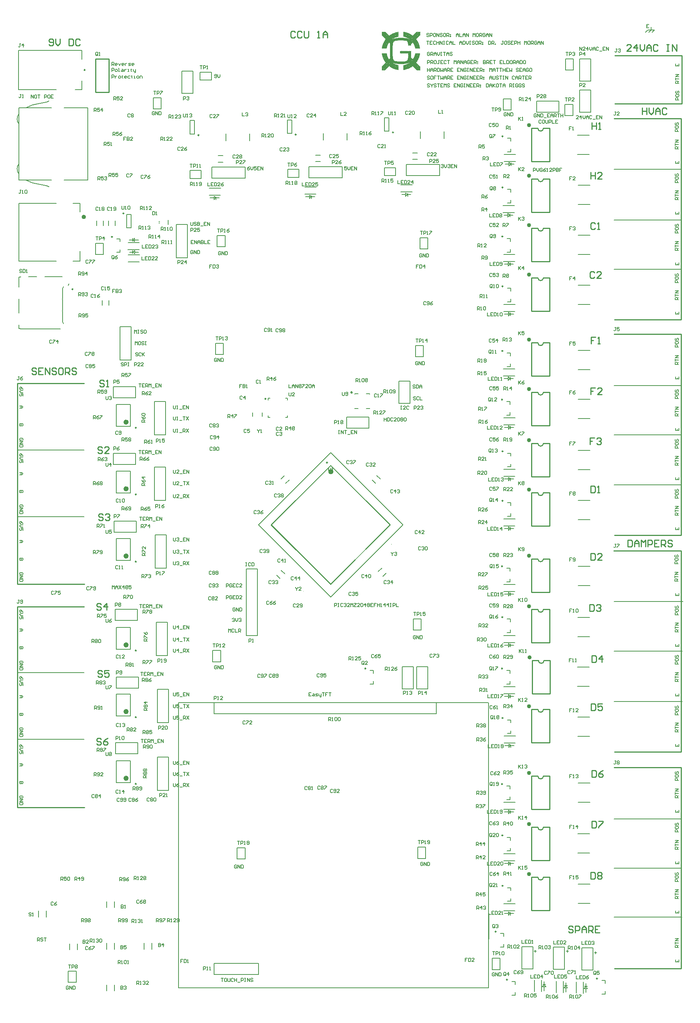
<source format=gbr>
%TF.GenerationSoftware,Altium Limited,Altium Designer,19.1.5 (86)*%
G04 Layer_Color=65535*
%FSLAX26Y26*%
%MOIN*%
%TF.FileFunction,Legend,Top*%
%TF.Part,Single*%
G01*
G75*
%TA.AperFunction,NonConductor*%
%ADD10C,0.019685*%
%ADD98C,0.003937*%
%ADD99C,0.009842*%
%ADD100C,0.007874*%
%ADD101C,0.023622*%
%ADD102C,0.010000*%
%ADD103C,0.005000*%
%ADD104C,0.005906*%
%ADD105R,0.005244X0.005874*%
%ADD106R,0.005244X0.005874*%
%ADD107R,0.005874X0.005244*%
%ADD108R,0.003807X0.006893*%
%ADD109R,0.021079X0.019685*%
G36*
X4635835Y9498619D02*
X4636315D01*
Y9498138D01*
X4636795D01*
Y9497658D01*
X4636315D01*
Y9498138D01*
X4635835D01*
Y9497658D01*
X4636315D01*
Y9497178D01*
X4636795D01*
Y9496698D01*
X4636315D01*
Y9496218D01*
X4636795D01*
Y9495738D01*
X4636315D01*
Y9496218D01*
X4635835D01*
Y9495738D01*
X4636315D01*
Y9495258D01*
X4636795D01*
Y9494778D01*
X4636315D01*
Y9494298D01*
X4636795D01*
Y9493817D01*
X4636315D01*
Y9494298D01*
X4635835D01*
Y9493817D01*
X4636315D01*
Y9493337D01*
X4636795D01*
Y9492857D01*
X4636315D01*
Y9492377D01*
X4636795D01*
Y9491897D01*
X4636315D01*
Y9492377D01*
X4635835D01*
Y9491897D01*
X4636315D01*
Y9491417D01*
X4636795D01*
Y9490937D01*
X4636315D01*
Y9490456D01*
X4636795D01*
Y9489976D01*
X4636315D01*
Y9490456D01*
X4635835D01*
Y9489976D01*
X4636315D01*
Y9489496D01*
X4636795D01*
Y9489016D01*
X4636315D01*
Y9488536D01*
X4636795D01*
Y9488056D01*
X4636315D01*
Y9488536D01*
X4635835D01*
Y9488056D01*
X4636315D01*
Y9487575D01*
X4636795D01*
Y9487095D01*
X4636315D01*
Y9486615D01*
X4636795D01*
Y9486135D01*
X4636315D01*
Y9486615D01*
X4635835D01*
Y9486135D01*
X4636315D01*
Y9485655D01*
X4636795D01*
Y9485175D01*
X4636315D01*
Y9484695D01*
X4636795D01*
Y9484214D01*
X4636315D01*
Y9484695D01*
X4635835D01*
Y9484214D01*
X4636315D01*
Y9483734D01*
X4636795D01*
Y9483254D01*
X4636315D01*
Y9482774D01*
X4636795D01*
Y9482294D01*
X4636315D01*
Y9482774D01*
X4635835D01*
Y9482294D01*
X4636315D01*
Y9481814D01*
X4636795D01*
Y9481333D01*
X4636315D01*
Y9480853D01*
X4636795D01*
Y9480373D01*
X4636315D01*
Y9480853D01*
X4635835D01*
Y9480373D01*
X4636315D01*
Y9479893D01*
X4636795D01*
Y9479413D01*
X4636315D01*
Y9478933D01*
X4636795D01*
Y9478452D01*
X4636315D01*
Y9478933D01*
X4635835D01*
Y9478452D01*
X4636315D01*
Y9477972D01*
X4636795D01*
Y9477492D01*
X4636315D01*
Y9477013D01*
X4636795D01*
Y9476532D01*
X4636315D01*
Y9477013D01*
X4635835D01*
Y9476532D01*
X4636315D01*
Y9476052D01*
X4636795D01*
Y9475572D01*
X4636315D01*
Y9475092D01*
X4636795D01*
Y9474612D01*
X4636315D01*
Y9475092D01*
X4635835D01*
Y9474612D01*
X4636315D01*
Y9474131D01*
X4636795D01*
Y9473651D01*
X4636315D01*
Y9473171D01*
X4636795D01*
Y9472691D01*
X4636315D01*
Y9473171D01*
X4635835D01*
Y9472691D01*
X4636315D01*
Y9472211D01*
X4636795D01*
Y9471731D01*
X4636315D01*
Y9471250D01*
X4636795D01*
Y9470770D01*
X4636315D01*
Y9471250D01*
X4635835D01*
Y9470770D01*
X4636315D01*
Y9470290D01*
X4636795D01*
Y9469810D01*
X4636315D01*
Y9469330D01*
X4636795D01*
Y9468850D01*
X4636315D01*
Y9469330D01*
X4635835D01*
Y9468850D01*
X4635355D01*
Y9468370D01*
X4635835D01*
Y9467890D01*
X4635355D01*
Y9468370D01*
X4634875D01*
Y9467890D01*
X4634395D01*
Y9467409D01*
X4634875D01*
Y9466929D01*
X4634395D01*
Y9467409D01*
X4633914D01*
Y9466929D01*
X4633434D01*
Y9466449D01*
X4633914D01*
Y9465969D01*
X4633434D01*
Y9466449D01*
X4632954D01*
Y9465969D01*
X4632474D01*
Y9465489D01*
X4632954D01*
Y9465009D01*
X4632474D01*
Y9465489D01*
X4631994D01*
Y9465009D01*
X4631514D01*
Y9464528D01*
X4631994D01*
Y9464048D01*
X4631514D01*
Y9464528D01*
X4631033D01*
Y9464048D01*
X4630553D01*
Y9463568D01*
X4631033D01*
Y9463088D01*
X4630553D01*
Y9463568D01*
X4630073D01*
Y9463088D01*
X4629593D01*
Y9462608D01*
X4630073D01*
Y9462128D01*
X4629593D01*
Y9462608D01*
X4629113D01*
Y9462128D01*
X4628633D01*
Y9461647D01*
X4629113D01*
Y9461167D01*
X4628633D01*
Y9461647D01*
X4628153D01*
Y9461167D01*
X4627672D01*
Y9460687D01*
X4628153D01*
Y9460207D01*
X4627672D01*
Y9460687D01*
X4627193D01*
Y9460207D01*
X4626712D01*
Y9459727D01*
X4627193D01*
Y9459247D01*
X4626712D01*
Y9459727D01*
X4626232D01*
Y9459247D01*
X4625752D01*
Y9458767D01*
X4626232D01*
Y9458287D01*
X4625752D01*
Y9458767D01*
X4625272D01*
Y9458287D01*
X4624792D01*
Y9457807D01*
X4625272D01*
Y9457326D01*
X4624792D01*
Y9457807D01*
X4624312D01*
Y9457326D01*
X4623831D01*
Y9456846D01*
X4624312D01*
Y9456366D01*
X4623831D01*
Y9456846D01*
X4623351D01*
Y9456366D01*
X4622871D01*
Y9455886D01*
X4623351D01*
Y9455406D01*
X4622871D01*
Y9455886D01*
X4622391D01*
Y9455406D01*
X4621911D01*
Y9454925D01*
X4622391D01*
Y9454445D01*
X4621911D01*
Y9454925D01*
X4621431D01*
Y9454445D01*
X4620951D01*
Y9453965D01*
X4621431D01*
Y9453485D01*
X4620951D01*
Y9453965D01*
X4620470D01*
Y9453485D01*
X4619990D01*
Y9453005D01*
X4620470D01*
Y9452525D01*
X4619990D01*
Y9453005D01*
X4619510D01*
Y9452525D01*
X4619030D01*
Y9452045D01*
X4619510D01*
Y9451565D01*
X4619030D01*
Y9452045D01*
X4618550D01*
Y9451565D01*
X4618070D01*
Y9451085D01*
X4618550D01*
Y9450604D01*
X4618070D01*
Y9451085D01*
X4617590D01*
Y9450604D01*
X4617109D01*
Y9450124D01*
X4617590D01*
Y9449644D01*
X4617109D01*
Y9450124D01*
X4616629D01*
Y9449644D01*
X4616149D01*
Y9449164D01*
X4616629D01*
Y9448684D01*
X4616149D01*
Y9449164D01*
X4615669D01*
Y9448684D01*
X4615189D01*
Y9448203D01*
X4615669D01*
Y9447723D01*
X4615189D01*
Y9448203D01*
X4614708D01*
Y9447723D01*
X4614229D01*
Y9447243D01*
X4614708D01*
Y9446763D01*
X4614229D01*
Y9447243D01*
X4613748D01*
Y9446763D01*
X4613268D01*
Y9446283D01*
X4613748D01*
Y9445803D01*
X4613268D01*
Y9446283D01*
X4612788D01*
Y9445803D01*
X4612308D01*
Y9445322D01*
X4612788D01*
Y9444842D01*
X4612308D01*
Y9445322D01*
X4611828D01*
Y9444842D01*
X4611347D01*
Y9444362D01*
X4611828D01*
Y9443882D01*
X4611347D01*
Y9444362D01*
X4610868D01*
Y9443882D01*
X4610387D01*
Y9443402D01*
X4610868D01*
Y9442922D01*
X4610387D01*
Y9443402D01*
X4609907D01*
Y9442922D01*
X4609427D01*
Y9442442D01*
X4609907D01*
Y9441961D01*
X4609427D01*
Y9442442D01*
X4608947D01*
Y9441961D01*
X4608467D01*
Y9441481D01*
X4608947D01*
Y9441001D01*
X4608467D01*
Y9441481D01*
X4607986D01*
Y9441001D01*
X4607506D01*
Y9440521D01*
X4607986D01*
Y9440041D01*
X4607506D01*
Y9440521D01*
X4607026D01*
Y9440041D01*
X4606546D01*
Y9439561D01*
X4607026D01*
Y9439081D01*
X4606546D01*
Y9439561D01*
X4606066D01*
Y9439081D01*
X4605586D01*
Y9438600D01*
X4606066D01*
Y9438121D01*
X4605586D01*
Y9438600D01*
X4605106D01*
Y9438121D01*
X4604625D01*
Y9437640D01*
X4605106D01*
Y9437160D01*
X4604625D01*
Y9437640D01*
X4604145D01*
Y9437160D01*
X4603665D01*
Y9436680D01*
X4604145D01*
Y9436200D01*
X4603665D01*
Y9436680D01*
X4603185D01*
Y9436200D01*
X4602705D01*
Y9435719D01*
X4603185D01*
Y9435239D01*
X4602705D01*
Y9435719D01*
X4602225D01*
Y9435239D01*
X4601745D01*
Y9434759D01*
X4602225D01*
Y9434280D01*
X4601745D01*
Y9434759D01*
X4601265D01*
Y9434280D01*
X4600784D01*
Y9433799D01*
X4601265D01*
Y9433319D01*
X4600784D01*
Y9433799D01*
X4600304D01*
Y9433319D01*
X4599824D01*
Y9432839D01*
X4600304D01*
Y9432359D01*
X4599824D01*
Y9431878D01*
X4600304D01*
Y9431398D01*
X4600784D01*
Y9430918D01*
X4601265D01*
Y9430438D01*
X4601745D01*
Y9429958D01*
X4602225D01*
Y9429478D01*
X4602705D01*
Y9428998D01*
X4603185D01*
Y9428517D01*
X4602705D01*
Y9428037D01*
X4603185D01*
Y9427557D01*
X4603665D01*
Y9427077D01*
X4604145D01*
Y9426597D01*
X4604625D01*
Y9426117D01*
X4605106D01*
Y9425637D01*
X4605586D01*
Y9425156D01*
X4606066D01*
Y9424676D01*
X4605586D01*
Y9425156D01*
X4605106D01*
Y9425637D01*
X4604625D01*
Y9425156D01*
X4605106D01*
Y9424676D01*
X4605586D01*
Y9424196D01*
X4606066D01*
Y9423716D01*
X4606546D01*
Y9423236D01*
X4607026D01*
Y9422756D01*
X4606546D01*
Y9422275D01*
X4607986D01*
Y9421795D01*
X4607506D01*
Y9421315D01*
X4607986D01*
Y9420835D01*
X4608467D01*
Y9420355D01*
X4608947D01*
Y9419875D01*
X4609427D01*
Y9419395D01*
X4609907D01*
Y9418915D01*
X4609427D01*
Y9419395D01*
X4608947D01*
Y9419875D01*
X4608467D01*
Y9419395D01*
X4608947D01*
Y9418915D01*
X4609427D01*
Y9418434D01*
X4609907D01*
Y9417954D01*
X4610387D01*
Y9417474D01*
X4610868D01*
Y9416994D01*
X4610387D01*
Y9416514D01*
X4610868D01*
Y9416034D01*
X4611347D01*
Y9415553D01*
X4611828D01*
Y9415073D01*
X4612308D01*
Y9414593D01*
X4612788D01*
Y9414113D01*
X4612308D01*
Y9414593D01*
X4611828D01*
Y9415073D01*
X4611347D01*
Y9414593D01*
X4611828D01*
Y9414113D01*
X4612308D01*
Y9413633D01*
X4612788D01*
Y9413153D01*
X4613268D01*
Y9412673D01*
X4613748D01*
Y9412193D01*
X4613268D01*
Y9411712D01*
X4613748D01*
Y9411232D01*
X4614229D01*
Y9410752D01*
X4614708D01*
Y9410272D01*
X4615189D01*
Y9409792D01*
X4615669D01*
Y9409312D01*
X4615189D01*
Y9409792D01*
X4614708D01*
Y9410272D01*
X4614229D01*
Y9409792D01*
X4614708D01*
Y9409312D01*
X4615189D01*
Y9408832D01*
X4615669D01*
Y9408351D01*
X4615189D01*
Y9407871D01*
X4615669D01*
Y9407391D01*
X4616149D01*
Y9406911D01*
X4616629D01*
Y9406431D01*
X4617109D01*
Y9405951D01*
X4617590D01*
Y9405470D01*
X4617109D01*
Y9405951D01*
X4616629D01*
Y9406431D01*
X4616149D01*
Y9405951D01*
X4616629D01*
Y9405470D01*
X4617109D01*
Y9404990D01*
X4617590D01*
Y9404510D01*
X4617109D01*
Y9404030D01*
X4617590D01*
Y9403550D01*
X4618070D01*
Y9403070D01*
X4618550D01*
Y9402590D01*
X4619030D01*
Y9402110D01*
X4619510D01*
Y9401629D01*
X4619030D01*
Y9402110D01*
X4618550D01*
Y9402590D01*
X4618070D01*
Y9402110D01*
X4618550D01*
Y9401629D01*
X4619030D01*
Y9401149D01*
X4619510D01*
Y9400669D01*
X4619030D01*
Y9400189D01*
X4619510D01*
Y9399709D01*
X4619990D01*
Y9399228D01*
X4620470D01*
Y9398748D01*
X4619990D01*
Y9398268D01*
X4620470D01*
Y9397788D01*
X4620951D01*
Y9397308D01*
X4621431D01*
Y9396828D01*
X4620951D01*
Y9396347D01*
X4621431D01*
Y9395868D01*
X4621911D01*
Y9395387D01*
X4622391D01*
Y9394907D01*
X4621911D01*
Y9395387D01*
X4621431D01*
Y9394907D01*
X4621911D01*
Y9394427D01*
X4622391D01*
Y9393947D01*
X4621911D01*
Y9393467D01*
X4623351D01*
Y9392987D01*
X4622871D01*
Y9392506D01*
X4623351D01*
Y9392026D01*
X4622871D01*
Y9391546D01*
X4623351D01*
Y9391066D01*
X4623831D01*
Y9390586D01*
X4624312D01*
Y9390106D01*
X4623831D01*
Y9389625D01*
X4624312D01*
Y9389146D01*
X4624792D01*
Y9388665D01*
X4625272D01*
Y9388185D01*
X4624792D01*
Y9388665D01*
X4624312D01*
Y9389146D01*
X4623831D01*
Y9388665D01*
X4624312D01*
Y9388185D01*
X4624792D01*
Y9387705D01*
X4625272D01*
Y9387225D01*
X4624792D01*
Y9386745D01*
X4625272D01*
Y9386265D01*
X4625752D01*
Y9385784D01*
X4626232D01*
Y9385304D01*
X4625752D01*
Y9384824D01*
X4626232D01*
Y9384344D01*
X4625752D01*
Y9383864D01*
X4626232D01*
Y9383384D01*
X4626712D01*
Y9382903D01*
X4627193D01*
Y9382423D01*
X4626712D01*
Y9382903D01*
X4626232D01*
Y9382423D01*
X4626712D01*
Y9381943D01*
X4627193D01*
Y9381463D01*
X4626712D01*
Y9380983D01*
X4627193D01*
Y9380503D01*
X4627672D01*
Y9380023D01*
X4628153D01*
Y9379542D01*
X4627672D01*
Y9379062D01*
X4628153D01*
Y9378582D01*
X4627672D01*
Y9378102D01*
X4628153D01*
Y9377622D01*
X4628633D01*
Y9377142D01*
X4629113D01*
Y9376662D01*
X4628633D01*
Y9377142D01*
X4628153D01*
Y9376662D01*
X4628633D01*
Y9376182D01*
X4629113D01*
Y9375701D01*
X4628633D01*
Y9375221D01*
X4629113D01*
Y9374741D01*
X4629593D01*
Y9374261D01*
X4630073D01*
Y9373781D01*
X4629593D01*
Y9374261D01*
X4629113D01*
Y9374741D01*
X4628633D01*
Y9374261D01*
X4629113D01*
Y9373781D01*
X4629593D01*
Y9373300D01*
X4630073D01*
Y9372820D01*
X4629593D01*
Y9372340D01*
X4630073D01*
Y9371860D01*
X4630553D01*
Y9371380D01*
X4631033D01*
Y9370900D01*
X4630553D01*
Y9371380D01*
X4630073D01*
Y9371860D01*
X4629593D01*
Y9371380D01*
X4630073D01*
Y9370900D01*
X4630553D01*
Y9370420D01*
X4631033D01*
Y9369940D01*
X4630553D01*
Y9369459D01*
X4631033D01*
Y9368979D01*
X4630553D01*
Y9368499D01*
X4631033D01*
Y9368019D01*
X4630553D01*
Y9367539D01*
X4631033D01*
Y9367059D01*
X4631514D01*
Y9366579D01*
X4631994D01*
Y9366098D01*
X4631514D01*
Y9366579D01*
X4631033D01*
Y9367059D01*
X4630553D01*
Y9366579D01*
X4631033D01*
Y9366098D01*
X4631514D01*
Y9365618D01*
X4631994D01*
Y9365138D01*
X4631514D01*
Y9364658D01*
X4631994D01*
Y9364178D01*
X4631514D01*
Y9363698D01*
X4631994D01*
Y9363218D01*
X4631514D01*
Y9362737D01*
X4632954D01*
Y9362257D01*
X4632474D01*
Y9361777D01*
X4632954D01*
Y9361297D01*
X4632474D01*
Y9361777D01*
X4631994D01*
Y9361297D01*
X4632474D01*
Y9360817D01*
X4632954D01*
Y9360337D01*
X4632474D01*
Y9359856D01*
X4632954D01*
Y9359377D01*
X4632474D01*
Y9358896D01*
X4632954D01*
Y9358416D01*
X4633434D01*
Y9357936D01*
X4632954D01*
Y9358416D01*
X4632474D01*
Y9357936D01*
X4632954D01*
Y9357456D01*
X4633434D01*
Y9356976D01*
X4633914D01*
Y9356495D01*
X4633434D01*
Y9356976D01*
X4632954D01*
Y9356495D01*
X4633434D01*
Y9356015D01*
X4633914D01*
Y9355535D01*
X4633434D01*
Y9355055D01*
X4633914D01*
Y9354575D01*
X4633434D01*
Y9354095D01*
X4633914D01*
Y9353615D01*
X4633434D01*
Y9353135D01*
X4633914D01*
Y9352654D01*
X4634395D01*
Y9352174D01*
X4634875D01*
Y9351694D01*
X4634395D01*
Y9352174D01*
X4633914D01*
Y9352654D01*
X4633434D01*
Y9352174D01*
X4633914D01*
Y9351694D01*
X4634395D01*
Y9351214D01*
X4634875D01*
Y9350734D01*
X4634395D01*
Y9350254D01*
X4634875D01*
Y9349774D01*
X4634395D01*
Y9350254D01*
X4633914D01*
Y9349774D01*
X4634395D01*
Y9349293D01*
X4634875D01*
Y9348813D01*
X4634395D01*
Y9348333D01*
X4634875D01*
Y9347853D01*
X4634395D01*
Y9348333D01*
X4633914D01*
Y9347853D01*
X4633434D01*
Y9348333D01*
X4632954D01*
Y9348813D01*
X4632474D01*
Y9348333D01*
X4632954D01*
Y9347853D01*
X4632474D01*
Y9348333D01*
X4631994D01*
Y9347853D01*
X4631514D01*
Y9348333D01*
X4631033D01*
Y9348813D01*
X4630553D01*
Y9348333D01*
X4631033D01*
Y9347853D01*
X4630553D01*
Y9348333D01*
X4630073D01*
Y9347853D01*
X4629593D01*
Y9348333D01*
X4629113D01*
Y9348813D01*
X4628633D01*
Y9348333D01*
X4629113D01*
Y9347853D01*
X4628633D01*
Y9348333D01*
X4628153D01*
Y9347853D01*
X4627672D01*
Y9348333D01*
X4627193D01*
Y9348813D01*
X4626712D01*
Y9348333D01*
X4627193D01*
Y9347853D01*
X4626712D01*
Y9348333D01*
X4626232D01*
Y9347853D01*
X4625752D01*
Y9348333D01*
X4625272D01*
Y9348813D01*
X4624792D01*
Y9348333D01*
X4625272D01*
Y9347853D01*
X4624792D01*
Y9348333D01*
X4624312D01*
Y9347853D01*
X4623831D01*
Y9348333D01*
X4623351D01*
Y9348813D01*
X4622871D01*
Y9348333D01*
X4623351D01*
Y9347853D01*
X4622871D01*
Y9348333D01*
X4622391D01*
Y9347853D01*
X4621911D01*
Y9348333D01*
X4621431D01*
Y9348813D01*
X4620951D01*
Y9348333D01*
X4621431D01*
Y9347853D01*
X4620951D01*
Y9348333D01*
X4620470D01*
Y9347853D01*
X4619990D01*
Y9348333D01*
X4619510D01*
Y9348813D01*
X4619030D01*
Y9348333D01*
X4619510D01*
Y9347853D01*
X4619030D01*
Y9348333D01*
X4618550D01*
Y9347853D01*
X4618070D01*
Y9348333D01*
X4617590D01*
Y9348813D01*
X4617109D01*
Y9348333D01*
X4617590D01*
Y9347853D01*
X4617109D01*
Y9348333D01*
X4616629D01*
Y9347853D01*
X4616149D01*
Y9348333D01*
X4615669D01*
Y9348813D01*
X4615189D01*
Y9348333D01*
X4615669D01*
Y9347853D01*
X4615189D01*
Y9348333D01*
X4614708D01*
Y9347853D01*
X4614229D01*
Y9348333D01*
X4613748D01*
Y9348813D01*
X4613268D01*
Y9348333D01*
X4613748D01*
Y9347853D01*
X4613268D01*
Y9348333D01*
X4612788D01*
Y9347853D01*
X4612308D01*
Y9348333D01*
X4611828D01*
Y9348813D01*
X4611347D01*
Y9348333D01*
X4611828D01*
Y9347853D01*
X4611347D01*
Y9348333D01*
X4610868D01*
Y9347853D01*
X4610387D01*
Y9348333D01*
X4609907D01*
Y9348813D01*
X4609427D01*
Y9348333D01*
X4609907D01*
Y9347853D01*
X4609427D01*
Y9348333D01*
X4608947D01*
Y9347853D01*
X4608467D01*
Y9348333D01*
X4607986D01*
Y9348813D01*
X4607506D01*
Y9348333D01*
X4607986D01*
Y9347853D01*
X4607506D01*
Y9348333D01*
X4607026D01*
Y9347853D01*
X4606546D01*
Y9348333D01*
X4606066D01*
Y9348813D01*
X4605586D01*
Y9348333D01*
X4606066D01*
Y9347853D01*
X4605586D01*
Y9348333D01*
X4605106D01*
Y9347853D01*
X4604625D01*
Y9348333D01*
X4604145D01*
Y9348813D01*
X4603665D01*
Y9348333D01*
X4604145D01*
Y9347853D01*
X4603665D01*
Y9348333D01*
X4603185D01*
Y9347853D01*
X4602705D01*
Y9348333D01*
X4602225D01*
Y9348813D01*
X4601745D01*
Y9348333D01*
X4602225D01*
Y9347853D01*
X4601745D01*
Y9348333D01*
X4601265D01*
Y9347853D01*
X4600784D01*
Y9348333D01*
X4600304D01*
Y9348813D01*
X4599824D01*
Y9348333D01*
X4600304D01*
Y9347853D01*
X4599824D01*
Y9348333D01*
X4599344D01*
Y9347853D01*
X4598864D01*
Y9348333D01*
X4598384D01*
Y9348813D01*
X4597903D01*
Y9348333D01*
X4598384D01*
Y9347853D01*
X4597903D01*
Y9348333D01*
X4597423D01*
Y9347853D01*
X4596943D01*
Y9348333D01*
X4596463D01*
Y9348813D01*
X4595983D01*
Y9348333D01*
X4596463D01*
Y9347853D01*
X4595983D01*
Y9348333D01*
X4595503D01*
Y9347853D01*
X4595023D01*
Y9348333D01*
X4594542D01*
Y9348813D01*
X4594062D01*
Y9348333D01*
X4594542D01*
Y9347853D01*
X4594062D01*
Y9348333D01*
X4593582D01*
Y9347853D01*
X4593102D01*
Y9348333D01*
X4592622D01*
Y9348813D01*
X4592142D01*
Y9348333D01*
X4592622D01*
Y9347853D01*
X4592142D01*
Y9348333D01*
X4591661D01*
Y9347853D01*
X4591181D01*
Y9348333D01*
X4590701D01*
Y9348813D01*
X4590221D01*
Y9349293D01*
X4590701D01*
Y9349774D01*
X4590221D01*
Y9350254D01*
X4589741D01*
Y9350734D01*
X4589261D01*
Y9351214D01*
X4589741D01*
Y9350734D01*
X4590221D01*
Y9350254D01*
X4590701D01*
Y9350734D01*
X4590221D01*
Y9351214D01*
X4590701D01*
Y9351694D01*
X4590221D01*
Y9352174D01*
X4589741D01*
Y9352654D01*
X4589261D01*
Y9353135D01*
X4589741D01*
Y9353615D01*
X4589261D01*
Y9354095D01*
X4589741D01*
Y9354575D01*
X4589261D01*
Y9355055D01*
X4588781D01*
Y9355535D01*
X4588301D01*
Y9356015D01*
X4588781D01*
Y9355535D01*
X4589261D01*
Y9355055D01*
X4589741D01*
Y9355535D01*
X4589261D01*
Y9356015D01*
X4588781D01*
Y9356495D01*
X4588301D01*
Y9356976D01*
X4588781D01*
Y9356495D01*
X4589261D01*
Y9356976D01*
X4588781D01*
Y9357456D01*
X4588301D01*
Y9357936D01*
X4588781D01*
Y9358416D01*
X4588301D01*
Y9358896D01*
X4588781D01*
Y9359377D01*
X4588301D01*
Y9359856D01*
X4587820D01*
Y9360337D01*
X4587340D01*
Y9360817D01*
X4587820D01*
Y9361297D01*
X4587340D01*
Y9361777D01*
X4587820D01*
Y9362257D01*
X4587340D01*
Y9362737D01*
X4587820D01*
Y9363218D01*
X4587340D01*
Y9363698D01*
X4586860D01*
Y9364178D01*
X4586380D01*
Y9364658D01*
X4586860D01*
Y9364178D01*
X4587340D01*
Y9364658D01*
X4586860D01*
Y9365138D01*
X4586380D01*
Y9365618D01*
X4585900D01*
Y9366098D01*
X4585420D01*
Y9366579D01*
X4585900D01*
Y9366098D01*
X4586380D01*
Y9365618D01*
X4586860D01*
Y9366098D01*
X4586380D01*
Y9366579D01*
X4586860D01*
Y9367059D01*
X4586380D01*
Y9367539D01*
X4585900D01*
Y9368019D01*
X4585420D01*
Y9368499D01*
X4585900D01*
Y9368979D01*
X4585420D01*
Y9369459D01*
X4584940D01*
Y9369940D01*
X4584459D01*
Y9370420D01*
X4584940D01*
Y9369940D01*
X4585420D01*
Y9370420D01*
X4584940D01*
Y9370900D01*
X4584459D01*
Y9371380D01*
X4584940D01*
Y9371860D01*
X4584459D01*
Y9372340D01*
X4583979D01*
Y9372820D01*
X4583499D01*
Y9373300D01*
X4583979D01*
Y9372820D01*
X4584459D01*
Y9372340D01*
X4584940D01*
Y9372820D01*
X4584459D01*
Y9373300D01*
X4583979D01*
Y9373781D01*
X4583499D01*
Y9374261D01*
X4583979D01*
Y9374741D01*
X4583499D01*
Y9375221D01*
X4583019D01*
Y9375701D01*
X4582538D01*
Y9376182D01*
X4583019D01*
Y9376662D01*
X4582538D01*
Y9377142D01*
X4582059D01*
Y9377622D01*
X4581579D01*
Y9378102D01*
X4582059D01*
Y9378582D01*
X4581579D01*
Y9379062D01*
X4582059D01*
Y9379542D01*
X4581579D01*
Y9380023D01*
X4581098D01*
Y9380503D01*
X4580618D01*
Y9380983D01*
X4581098D01*
Y9381463D01*
X4580618D01*
Y9381943D01*
X4580138D01*
Y9382423D01*
X4579658D01*
Y9382903D01*
X4580138D01*
Y9382423D01*
X4580618D01*
Y9381943D01*
X4581098D01*
Y9382423D01*
X4580618D01*
Y9382903D01*
X4580138D01*
Y9383384D01*
X4579658D01*
Y9383864D01*
X4579178D01*
Y9384344D01*
X4578698D01*
Y9384824D01*
X4579178D01*
Y9385304D01*
X4578698D01*
Y9385784D01*
X4579178D01*
Y9386265D01*
X4578698D01*
Y9386745D01*
X4578217D01*
Y9387225D01*
X4577737D01*
Y9387705D01*
X4577257D01*
Y9388185D01*
X4576777D01*
Y9388665D01*
X4577257D01*
Y9389146D01*
X4576777D01*
Y9389625D01*
X4577257D01*
Y9390106D01*
X4576777D01*
Y9390586D01*
X4576297D01*
Y9391066D01*
X4575817D01*
Y9391546D01*
X4575337D01*
Y9392026D01*
X4574856D01*
Y9392506D01*
X4575337D01*
Y9392987D01*
X4574856D01*
Y9393467D01*
X4574376D01*
Y9393947D01*
X4573896D01*
Y9394427D01*
X4574376D01*
Y9394907D01*
X4573896D01*
Y9395387D01*
X4573416D01*
Y9395868D01*
X4572936D01*
Y9396347D01*
X4572456D01*
Y9396828D01*
X4571975D01*
Y9397308D01*
X4572456D01*
Y9397788D01*
X4571975D01*
Y9398268D01*
X4571495D01*
Y9398748D01*
X4571015D01*
Y9399228D01*
X4571495D01*
Y9399709D01*
X4571015D01*
Y9400189D01*
X4570535D01*
Y9400669D01*
X4570055D01*
Y9401149D01*
X4569575D01*
Y9401629D01*
X4569095D01*
Y9402110D01*
X4568614D01*
Y9401629D01*
X4568135D01*
Y9401149D01*
X4568614D01*
Y9400669D01*
X4568135D01*
Y9401149D01*
X4567654D01*
Y9400669D01*
X4567174D01*
Y9400189D01*
X4567654D01*
Y9399709D01*
X4567174D01*
Y9400189D01*
X4566694D01*
Y9399709D01*
X4566214D01*
Y9399228D01*
X4566694D01*
Y9398748D01*
X4566214D01*
Y9399228D01*
X4565733D01*
Y9398748D01*
X4565253D01*
Y9398268D01*
X4565733D01*
Y9397788D01*
X4565253D01*
Y9398268D01*
X4564773D01*
Y9397788D01*
X4564293D01*
Y9397308D01*
X4564773D01*
Y9396828D01*
X4564293D01*
Y9397308D01*
X4563813D01*
Y9396828D01*
X4563333D01*
Y9396347D01*
X4563813D01*
Y9395868D01*
X4563333D01*
Y9396347D01*
X4562853D01*
Y9395868D01*
X4562373D01*
Y9395387D01*
X4562853D01*
Y9394907D01*
X4562373D01*
Y9395387D01*
X4561892D01*
Y9394907D01*
X4561412D01*
Y9394427D01*
X4561892D01*
Y9393947D01*
X4561412D01*
Y9394427D01*
X4560932D01*
Y9393947D01*
X4560452D01*
Y9393467D01*
X4560932D01*
Y9392987D01*
X4560452D01*
Y9393467D01*
X4559972D01*
Y9392987D01*
X4559492D01*
Y9392506D01*
X4559972D01*
Y9392026D01*
X4559492D01*
Y9392506D01*
X4559012D01*
Y9392026D01*
X4558531D01*
Y9391546D01*
X4559012D01*
Y9391066D01*
X4558531D01*
Y9391546D01*
X4558051D01*
Y9391066D01*
X4557571D01*
Y9390586D01*
X4558051D01*
Y9390106D01*
X4557571D01*
Y9390586D01*
X4557091D01*
Y9390106D01*
X4556611D01*
Y9389625D01*
X4557091D01*
Y9389146D01*
X4556611D01*
Y9389625D01*
X4556131D01*
Y9389146D01*
X4555650D01*
Y9388665D01*
X4556131D01*
Y9388185D01*
X4555650D01*
Y9388665D01*
X4555170D01*
Y9388185D01*
X4554690D01*
Y9387705D01*
X4555170D01*
Y9387225D01*
X4554690D01*
Y9387705D01*
X4554210D01*
Y9387225D01*
X4553730D01*
Y9386745D01*
X4554210D01*
Y9386265D01*
X4553730D01*
Y9386745D01*
X4553250D01*
Y9386265D01*
X4552770D01*
Y9385784D01*
X4553250D01*
Y9385304D01*
X4553730D01*
Y9384824D01*
X4554210D01*
Y9384344D01*
X4553730D01*
Y9384824D01*
X4553250D01*
Y9385304D01*
X4552770D01*
Y9384824D01*
X4553250D01*
Y9384344D01*
X4552770D01*
Y9383864D01*
X4553250D01*
Y9383384D01*
X4553730D01*
Y9382903D01*
X4554210D01*
Y9382423D01*
X4553730D01*
Y9382903D01*
X4553250D01*
Y9383384D01*
X4552770D01*
Y9382903D01*
X4553250D01*
Y9382423D01*
X4552770D01*
Y9381943D01*
X4553250D01*
Y9381463D01*
X4553730D01*
Y9380983D01*
X4554210D01*
Y9380503D01*
X4553730D01*
Y9380983D01*
X4553250D01*
Y9381463D01*
X4552770D01*
Y9380983D01*
X4553250D01*
Y9380503D01*
X4552770D01*
Y9380023D01*
X4553250D01*
Y9379542D01*
X4553730D01*
Y9379062D01*
X4554210D01*
Y9378582D01*
X4553730D01*
Y9379062D01*
X4553250D01*
Y9379542D01*
X4552770D01*
Y9379062D01*
X4553250D01*
Y9378582D01*
X4552770D01*
Y9378102D01*
X4553250D01*
Y9377622D01*
X4553730D01*
Y9377142D01*
X4554210D01*
Y9376662D01*
X4553730D01*
Y9377142D01*
X4553250D01*
Y9377622D01*
X4552770D01*
Y9377142D01*
X4553250D01*
Y9376662D01*
X4552770D01*
Y9376182D01*
X4553250D01*
Y9375701D01*
X4553730D01*
Y9375221D01*
X4554210D01*
Y9374741D01*
X4553730D01*
Y9375221D01*
X4553250D01*
Y9375701D01*
X4552770D01*
Y9375221D01*
X4553250D01*
Y9374741D01*
X4552770D01*
Y9374261D01*
X4553250D01*
Y9373781D01*
X4552770D01*
Y9374261D01*
X4552289D01*
Y9374741D01*
X4551810D01*
Y9374261D01*
X4552289D01*
Y9373781D01*
X4551810D01*
Y9374261D01*
X4551329D01*
Y9374741D01*
X4550849D01*
Y9374261D01*
X4551329D01*
Y9373781D01*
X4550849D01*
Y9374261D01*
X4550369D01*
Y9374741D01*
X4549889D01*
Y9374261D01*
X4550369D01*
Y9373781D01*
X4549889D01*
Y9374261D01*
X4549409D01*
Y9374741D01*
X4548928D01*
Y9374261D01*
X4549409D01*
Y9373781D01*
X4548928D01*
Y9374261D01*
X4548448D01*
Y9374741D01*
X4547968D01*
Y9374261D01*
X4548448D01*
Y9373781D01*
X4547968D01*
Y9374261D01*
X4547488D01*
Y9374741D01*
X4547008D01*
Y9374261D01*
X4547488D01*
Y9373781D01*
X4547008D01*
Y9374261D01*
X4546528D01*
Y9374741D01*
X4546048D01*
Y9374261D01*
X4546528D01*
Y9373781D01*
X4546048D01*
Y9374261D01*
X4545568D01*
Y9374741D01*
X4545087D01*
Y9374261D01*
X4545568D01*
Y9373781D01*
X4545087D01*
Y9374261D01*
X4544607D01*
Y9374741D01*
X4544127D01*
Y9374261D01*
X4544607D01*
Y9373781D01*
X4544127D01*
Y9374261D01*
X4543647D01*
Y9374741D01*
X4543167D01*
Y9374261D01*
X4543647D01*
Y9373781D01*
X4543167D01*
Y9374261D01*
X4542687D01*
Y9374741D01*
X4542207D01*
Y9374261D01*
X4542687D01*
Y9373781D01*
X4542207D01*
Y9374261D01*
X4541726D01*
Y9374741D01*
X4541246D01*
Y9374261D01*
X4541726D01*
Y9373781D01*
X4541246D01*
Y9374261D01*
X4540766D01*
Y9374741D01*
X4540286D01*
Y9374261D01*
X4540766D01*
Y9373781D01*
X4540286D01*
Y9374261D01*
X4539806D01*
Y9374741D01*
X4539326D01*
Y9374261D01*
X4539806D01*
Y9373781D01*
X4539326D01*
Y9374261D01*
X4538845D01*
Y9374741D01*
X4538365D01*
Y9374261D01*
X4538845D01*
Y9373781D01*
X4538365D01*
Y9374261D01*
X4537885D01*
Y9374741D01*
X4537405D01*
Y9374261D01*
X4537885D01*
Y9373781D01*
X4537405D01*
Y9374261D01*
X4536925D01*
Y9374741D01*
X4536445D01*
Y9374261D01*
X4536925D01*
Y9373781D01*
X4536445D01*
Y9374261D01*
X4535965D01*
Y9374741D01*
X4535484D01*
Y9374261D01*
X4535965D01*
Y9373781D01*
X4535484D01*
Y9374261D01*
X4535004D01*
Y9374741D01*
X4534524D01*
Y9374261D01*
X4535004D01*
Y9373781D01*
X4534524D01*
Y9374261D01*
X4534044D01*
Y9374741D01*
X4533564D01*
Y9374261D01*
X4534044D01*
Y9373781D01*
X4533564D01*
Y9374261D01*
X4533084D01*
Y9374741D01*
X4532603D01*
Y9374261D01*
X4533084D01*
Y9373781D01*
X4532603D01*
Y9374261D01*
X4532123D01*
Y9374741D01*
X4531643D01*
Y9374261D01*
X4532123D01*
Y9373781D01*
X4531643D01*
Y9374261D01*
X4531163D01*
Y9374741D01*
X4530683D01*
Y9374261D01*
X4531163D01*
Y9373781D01*
X4530683D01*
Y9374261D01*
X4530203D01*
Y9374741D01*
X4529723D01*
Y9374261D01*
X4530203D01*
Y9373781D01*
X4529723D01*
Y9374261D01*
X4529243D01*
Y9374741D01*
X4528762D01*
Y9374261D01*
X4529243D01*
Y9373781D01*
X4528762D01*
Y9374261D01*
X4528282D01*
Y9374741D01*
X4527802D01*
Y9374261D01*
X4528282D01*
Y9373781D01*
X4527802D01*
Y9374261D01*
X4527322D01*
Y9374741D01*
X4526842D01*
Y9375221D01*
X4527322D01*
Y9375701D01*
X4526842D01*
Y9376182D01*
X4527322D01*
Y9376662D01*
X4526842D01*
Y9377142D01*
X4527322D01*
Y9377622D01*
X4526842D01*
Y9378102D01*
X4527322D01*
Y9378582D01*
X4526842D01*
Y9379062D01*
X4527322D01*
Y9379542D01*
X4526842D01*
Y9380023D01*
X4527322D01*
Y9380503D01*
X4526842D01*
Y9380983D01*
X4527322D01*
Y9381463D01*
X4526842D01*
Y9381943D01*
X4527322D01*
Y9382423D01*
X4526842D01*
Y9382903D01*
X4527322D01*
Y9383384D01*
X4526842D01*
Y9383864D01*
X4527322D01*
Y9384344D01*
X4526842D01*
Y9384824D01*
X4527322D01*
Y9385304D01*
X4526842D01*
Y9385784D01*
X4527322D01*
Y9386265D01*
X4526842D01*
Y9386745D01*
X4526362D01*
Y9387225D01*
X4525882D01*
Y9387705D01*
X4526362D01*
Y9387225D01*
X4526842D01*
Y9386745D01*
X4527322D01*
Y9387225D01*
X4526842D01*
Y9387705D01*
X4527322D01*
Y9388185D01*
X4526842D01*
Y9388665D01*
X4526362D01*
Y9389146D01*
X4525882D01*
Y9389625D01*
X4526362D01*
Y9389146D01*
X4526842D01*
Y9388665D01*
X4527322D01*
Y9389146D01*
X4526842D01*
Y9389625D01*
X4526362D01*
Y9390106D01*
X4525882D01*
Y9390586D01*
X4526362D01*
Y9390106D01*
X4526842D01*
Y9389625D01*
X4527322D01*
Y9390106D01*
X4526842D01*
Y9390586D01*
X4526362D01*
Y9391066D01*
X4525882D01*
Y9391546D01*
X4526362D01*
Y9392026D01*
X4525882D01*
Y9392506D01*
X4526362D01*
Y9392026D01*
X4526842D01*
Y9392506D01*
X4526362D01*
Y9392987D01*
X4525882D01*
Y9393467D01*
X4526362D01*
Y9393947D01*
X4525882D01*
Y9394427D01*
X4526362D01*
Y9394907D01*
X4525882D01*
Y9395387D01*
X4526362D01*
Y9395868D01*
X4525882D01*
Y9396347D01*
X4525401D01*
Y9396828D01*
X4524921D01*
Y9397308D01*
X4525401D01*
Y9396828D01*
X4525882D01*
Y9397308D01*
X4525401D01*
Y9397788D01*
X4524921D01*
Y9398268D01*
X4525401D01*
Y9398748D01*
X4524921D01*
Y9399228D01*
X4525401D01*
Y9399709D01*
X4524921D01*
Y9400189D01*
X4524441D01*
Y9400669D01*
X4523961D01*
Y9401149D01*
X4524441D01*
Y9400669D01*
X4524921D01*
Y9400189D01*
X4525401D01*
Y9400669D01*
X4524921D01*
Y9401149D01*
X4524441D01*
Y9401629D01*
X4523961D01*
Y9402110D01*
X4524441D01*
Y9401629D01*
X4524921D01*
Y9401149D01*
X4525401D01*
Y9401629D01*
X4524921D01*
Y9402110D01*
X4524441D01*
Y9402590D01*
X4523961D01*
Y9403070D01*
X4524441D01*
Y9403550D01*
X4523961D01*
Y9404030D01*
X4523481D01*
Y9404510D01*
X4523001D01*
Y9404990D01*
X4523481D01*
Y9405470D01*
X4523001D01*
Y9405951D01*
X4522521D01*
Y9406431D01*
X4522040D01*
Y9406911D01*
X4522521D01*
Y9407391D01*
X4522040D01*
Y9407871D01*
X4521560D01*
Y9408351D01*
X4521080D01*
Y9408832D01*
X4521560D01*
Y9408351D01*
X4522040D01*
Y9407871D01*
X4522521D01*
Y9408351D01*
X4522040D01*
Y9408832D01*
X4521560D01*
Y9409312D01*
X4521080D01*
Y9409792D01*
X4520600D01*
Y9410272D01*
X4520120D01*
Y9410752D01*
X4519640D01*
Y9411232D01*
X4519159D01*
Y9411712D01*
X4518679D01*
Y9412193D01*
X4518199D01*
Y9412673D01*
X4517719D01*
Y9413153D01*
X4517239D01*
Y9413633D01*
X4516759D01*
Y9414113D01*
X4516278D01*
Y9414593D01*
X4515798D01*
Y9415073D01*
X4515318D01*
Y9415553D01*
X4514838D01*
Y9415073D01*
X4514358D01*
Y9415553D01*
X4513878D01*
Y9416034D01*
X4513398D01*
Y9415553D01*
X4513878D01*
Y9415073D01*
X4513398D01*
Y9415553D01*
X4512917D01*
Y9416034D01*
X4512438D01*
Y9416514D01*
X4511957D01*
Y9416994D01*
X4511477D01*
Y9416514D01*
X4511957D01*
Y9416034D01*
X4511477D01*
Y9416514D01*
X4510997D01*
Y9416994D01*
X4510517D01*
Y9416514D01*
X4510997D01*
Y9416034D01*
X4510517D01*
Y9416514D01*
X4510037D01*
Y9416994D01*
X4509556D01*
Y9417474D01*
X4509076D01*
Y9417954D01*
X4508596D01*
Y9417474D01*
X4509076D01*
Y9416994D01*
X4508596D01*
Y9417474D01*
X4508116D01*
Y9417954D01*
X4507636D01*
Y9417474D01*
X4508116D01*
Y9416994D01*
X4507636D01*
Y9417474D01*
X4507156D01*
Y9417954D01*
X4504755D01*
Y9418434D01*
X4504275D01*
Y9418915D01*
X4503795D01*
Y9418434D01*
X4504275D01*
Y9417954D01*
X4503795D01*
Y9418434D01*
X4503315D01*
Y9418915D01*
X4502834D01*
Y9418434D01*
X4503315D01*
Y9417954D01*
X4502834D01*
Y9418434D01*
X4502354D01*
Y9418915D01*
X4501874D01*
Y9418434D01*
X4501394D01*
Y9418915D01*
X4499954D01*
Y9419395D01*
X4499473D01*
Y9418915D01*
X4498993D01*
Y9419395D01*
X4498513D01*
Y9419875D01*
X4498033D01*
Y9419395D01*
X4498513D01*
Y9418915D01*
X4498033D01*
Y9419395D01*
X4497553D01*
Y9419875D01*
X4497073D01*
Y9419395D01*
X4497553D01*
Y9418915D01*
X4497073D01*
Y9419395D01*
X4496593D01*
Y9419875D01*
X4496112D01*
Y9419395D01*
X4496593D01*
Y9418915D01*
X4496112D01*
Y9419395D01*
X4495632D01*
Y9419875D01*
X4495152D01*
Y9419395D01*
X4494672D01*
Y9419875D01*
X4494192D01*
Y9419395D01*
X4494672D01*
Y9418915D01*
X4494192D01*
Y9419395D01*
X4493712D01*
Y9419875D01*
X4493231D01*
Y9420355D01*
X4492752D01*
Y9419875D01*
X4491311D01*
Y9420355D01*
X4490831D01*
Y9420835D01*
X4490351D01*
Y9420355D01*
X4490831D01*
Y9419875D01*
X4490351D01*
Y9420355D01*
X4489870D01*
Y9420835D01*
X4489390D01*
Y9420355D01*
X4489870D01*
Y9419875D01*
X4489390D01*
Y9420355D01*
X4488910D01*
Y9420835D01*
X4488430D01*
Y9420355D01*
X4488910D01*
Y9419875D01*
X4488430D01*
Y9420355D01*
X4487950D01*
Y9420835D01*
X4487470D01*
Y9420355D01*
X4487950D01*
Y9419875D01*
X4487470D01*
Y9420355D01*
X4486990D01*
Y9420835D01*
X4486510D01*
Y9420355D01*
X4486990D01*
Y9419875D01*
X4486510D01*
Y9420355D01*
X4486029D01*
Y9420835D01*
X4485549D01*
Y9420355D01*
X4486029D01*
Y9419875D01*
X4485549D01*
Y9420355D01*
X4485069D01*
Y9420835D01*
X4484589D01*
Y9420355D01*
X4485069D01*
Y9419875D01*
X4484589D01*
Y9420355D01*
X4484109D01*
Y9420835D01*
X4483629D01*
Y9420355D01*
X4484109D01*
Y9419875D01*
X4483629D01*
Y9420355D01*
X4483148D01*
Y9420835D01*
X4481708D01*
Y9420355D01*
X4482188D01*
Y9419875D01*
X4481708D01*
Y9420355D01*
X4481228D01*
Y9420835D01*
X4480748D01*
Y9421315D01*
X4480268D01*
Y9420835D01*
X4478827D01*
Y9421315D01*
X4478347D01*
Y9420835D01*
X4477867D01*
Y9421315D01*
X4477387D01*
Y9421795D01*
X4476907D01*
Y9421315D01*
X4477387D01*
Y9420835D01*
X4476907D01*
Y9421315D01*
X4476426D01*
Y9420835D01*
X4475946D01*
Y9421315D01*
X4475466D01*
Y9421795D01*
X4474986D01*
Y9421315D01*
X4475466D01*
Y9420835D01*
X4474986D01*
Y9421315D01*
X4474506D01*
Y9420835D01*
X4474025D01*
Y9421315D01*
X4473546D01*
Y9421795D01*
X4473065D01*
Y9421315D01*
X4473546D01*
Y9420835D01*
X4473065D01*
Y9421315D01*
X4472585D01*
Y9420835D01*
X4472105D01*
Y9421315D01*
X4471625D01*
Y9421795D01*
X4471145D01*
Y9421315D01*
X4471625D01*
Y9420835D01*
X4471145D01*
Y9421315D01*
X4470665D01*
Y9420835D01*
X4470184D01*
Y9421315D01*
X4469704D01*
Y9421795D01*
X4469224D01*
Y9421315D01*
X4469704D01*
Y9420835D01*
X4469224D01*
Y9421315D01*
X4468744D01*
Y9421795D01*
X4468264D01*
Y9421315D01*
X4468744D01*
Y9420835D01*
X4468264D01*
Y9421315D01*
X4467784D01*
Y9421795D01*
X4467304D01*
Y9421315D01*
X4467784D01*
Y9420835D01*
X4467304D01*
Y9421315D01*
X4466823D01*
Y9421795D01*
X4466343D01*
Y9421315D01*
X4466823D01*
Y9420835D01*
X4466343D01*
Y9421315D01*
X4465863D01*
Y9421795D01*
X4465383D01*
Y9421315D01*
X4465863D01*
Y9420835D01*
X4465383D01*
Y9421315D01*
X4464903D01*
Y9421795D01*
X4464423D01*
Y9421315D01*
X4464903D01*
Y9420835D01*
X4464423D01*
Y9421315D01*
X4463943D01*
Y9421795D01*
X4463462D01*
Y9421315D01*
X4463943D01*
Y9420835D01*
X4463462D01*
Y9421315D01*
X4462982D01*
Y9421795D01*
X4462502D01*
Y9421315D01*
X4462982D01*
Y9420835D01*
X4462502D01*
Y9421315D01*
X4462022D01*
Y9421795D01*
X4461542D01*
Y9421315D01*
X4462022D01*
Y9420835D01*
X4461542D01*
Y9421315D01*
X4461062D01*
Y9421795D01*
X4460582D01*
Y9421315D01*
X4461062D01*
Y9420835D01*
X4460582D01*
Y9421315D01*
X4460102D01*
Y9421795D01*
X4459621D01*
Y9421315D01*
X4460102D01*
Y9420835D01*
X4459621D01*
Y9421315D01*
X4459141D01*
Y9421795D01*
X4458661D01*
Y9421315D01*
X4459141D01*
Y9420835D01*
X4458661D01*
Y9421315D01*
X4458181D01*
Y9421795D01*
X4457700D01*
Y9421315D01*
X4458181D01*
Y9420835D01*
X4457700D01*
Y9421315D01*
X4457220D01*
Y9421795D01*
X4456740D01*
Y9421315D01*
X4457220D01*
Y9420835D01*
X4456740D01*
Y9421315D01*
X4456260D01*
Y9421795D01*
X4455780D01*
Y9421315D01*
X4456260D01*
Y9420835D01*
X4455780D01*
Y9421315D01*
X4455300D01*
Y9421795D01*
X4454820D01*
Y9421315D01*
X4455300D01*
Y9420835D01*
X4454820D01*
Y9421315D01*
X4454340D01*
Y9421795D01*
X4453859D01*
Y9421315D01*
X4454340D01*
Y9420835D01*
X4453859D01*
Y9421315D01*
X4453379D01*
Y9421795D01*
X4452899D01*
Y9421315D01*
X4453379D01*
Y9420835D01*
X4452899D01*
Y9421315D01*
X4452419D01*
Y9421795D01*
X4451939D01*
Y9421315D01*
X4452419D01*
Y9420835D01*
X4451939D01*
Y9421315D01*
X4451459D01*
Y9421795D01*
X4450979D01*
Y9421315D01*
X4451459D01*
Y9420835D01*
X4450979D01*
Y9421315D01*
X4450498D01*
Y9421795D01*
X4450018D01*
Y9421315D01*
X4450498D01*
Y9420835D01*
X4450018D01*
Y9421315D01*
X4449538D01*
Y9421795D01*
X4449058D01*
Y9421315D01*
X4449538D01*
Y9420835D01*
X4449058D01*
Y9421315D01*
X4448578D01*
Y9421795D01*
X4448098D01*
Y9421315D01*
X4448578D01*
Y9420835D01*
X4448098D01*
Y9421315D01*
X4447618D01*
Y9421795D01*
X4447137D01*
Y9421315D01*
X4447618D01*
Y9420835D01*
X4447137D01*
Y9421315D01*
X4446657D01*
Y9421795D01*
X4446177D01*
Y9421315D01*
X4446657D01*
Y9420835D01*
X4446177D01*
Y9421315D01*
X4445697D01*
Y9420835D01*
X4445217D01*
Y9421315D01*
X4444737D01*
Y9421795D01*
X4444257D01*
Y9421315D01*
X4444737D01*
Y9420835D01*
X4444257D01*
Y9421315D01*
X4443777D01*
Y9420835D01*
X4443296D01*
Y9421315D01*
X4442816D01*
Y9421795D01*
X4442336D01*
Y9421315D01*
X4442816D01*
Y9420835D01*
X4442336D01*
Y9421315D01*
X4441856D01*
Y9420835D01*
X4441376D01*
Y9421315D01*
X4440895D01*
Y9421795D01*
X4440415D01*
Y9421315D01*
X4440895D01*
Y9420835D01*
X4440415D01*
Y9421315D01*
X4439935D01*
Y9420835D01*
X4438495D01*
Y9421315D01*
X4438015D01*
Y9420835D01*
X4437535D01*
Y9420355D01*
X4438015D01*
Y9419875D01*
X4437535D01*
Y9420355D01*
X4437054D01*
Y9420835D01*
X4436574D01*
Y9421315D01*
X4436094D01*
Y9420835D01*
X4435614D01*
Y9420355D01*
X4436094D01*
Y9419875D01*
X4435614D01*
Y9420355D01*
X4435134D01*
Y9420835D01*
X4434654D01*
Y9420355D01*
X4434173D01*
Y9420835D01*
X4433693D01*
Y9420355D01*
X4434173D01*
Y9419875D01*
X4433693D01*
Y9420355D01*
X4433213D01*
Y9420835D01*
X4432733D01*
Y9420355D01*
X4433213D01*
Y9419875D01*
X4432733D01*
Y9420355D01*
X4432253D01*
Y9420835D01*
X4431773D01*
Y9420355D01*
X4432253D01*
Y9419875D01*
X4431773D01*
Y9420355D01*
X4431293D01*
Y9420835D01*
X4430812D01*
Y9420355D01*
X4431293D01*
Y9419875D01*
X4430812D01*
Y9420355D01*
X4430332D01*
Y9420835D01*
X4429852D01*
Y9420355D01*
X4430332D01*
Y9419875D01*
X4429852D01*
Y9420355D01*
X4429372D01*
Y9420835D01*
X4428892D01*
Y9420355D01*
X4429372D01*
Y9419875D01*
X4427932D01*
Y9420355D01*
X4427452D01*
Y9419875D01*
X4426971D01*
Y9419395D01*
X4426491D01*
Y9419875D01*
X4426011D01*
Y9419395D01*
X4425531D01*
Y9419875D01*
X4425051D01*
Y9419395D01*
X4425531D01*
Y9418915D01*
X4425051D01*
Y9419395D01*
X4424571D01*
Y9419875D01*
X4424090D01*
Y9419395D01*
X4424571D01*
Y9418915D01*
X4424090D01*
Y9419395D01*
X4423610D01*
Y9419875D01*
X4423130D01*
Y9419395D01*
X4423610D01*
Y9418915D01*
X4423130D01*
Y9419395D01*
X4422650D01*
Y9418915D01*
X4422170D01*
Y9419395D01*
X4421690D01*
Y9419875D01*
X4421210D01*
Y9419395D01*
X4421690D01*
Y9418915D01*
X4421210D01*
Y9419395D01*
X4420730D01*
Y9418915D01*
X4420249D01*
Y9418434D01*
X4420730D01*
Y9417954D01*
X4420249D01*
Y9418434D01*
X4419769D01*
Y9418915D01*
X4419289D01*
Y9418434D01*
X4419769D01*
Y9417954D01*
X4419289D01*
Y9418434D01*
X4418809D01*
Y9418915D01*
X4418329D01*
Y9418434D01*
X4418809D01*
Y9417954D01*
X4418329D01*
Y9418434D01*
X4417849D01*
Y9418915D01*
X4417368D01*
Y9418434D01*
X4417849D01*
Y9417954D01*
X4417368D01*
Y9418434D01*
X4416888D01*
Y9418915D01*
X4416408D01*
Y9418434D01*
X4416888D01*
Y9417954D01*
X4416408D01*
Y9418434D01*
X4415928D01*
Y9417954D01*
X4415448D01*
Y9417474D01*
X4415928D01*
Y9416994D01*
X4415448D01*
Y9417474D01*
X4414967D01*
Y9417954D01*
X4414487D01*
Y9417474D01*
X4414007D01*
Y9417954D01*
X4413527D01*
Y9417474D01*
X4414007D01*
Y9416994D01*
X4413527D01*
Y9417474D01*
X4413047D01*
Y9416994D01*
X4411607D01*
Y9416514D01*
X4411126D01*
Y9416994D01*
X4410646D01*
Y9416514D01*
X4411126D01*
Y9416034D01*
X4410646D01*
Y9416514D01*
X4410166D01*
Y9416994D01*
X4409686D01*
Y9416514D01*
X4410166D01*
Y9416034D01*
X4409686D01*
Y9415553D01*
X4409206D01*
Y9416034D01*
X4408725D01*
Y9415553D01*
X4408245D01*
Y9416034D01*
X4407765D01*
Y9415553D01*
X4408245D01*
Y9415073D01*
X4407765D01*
Y9415553D01*
X4407285D01*
Y9415073D01*
X4406805D01*
Y9414593D01*
X4407285D01*
Y9414113D01*
X4406805D01*
Y9414593D01*
X4406325D01*
Y9415073D01*
X4405845D01*
Y9414593D01*
X4406325D01*
Y9414113D01*
X4405845D01*
Y9414593D01*
X4405365D01*
Y9415073D01*
X4404884D01*
Y9414593D01*
X4405365D01*
Y9414113D01*
X4403924D01*
Y9413633D01*
X4404404D01*
Y9413153D01*
X4403924D01*
Y9413633D01*
X4403444D01*
Y9413153D01*
X4402964D01*
Y9412673D01*
X4403444D01*
Y9412193D01*
X4402964D01*
Y9412673D01*
X4402484D01*
Y9413153D01*
X4402004D01*
Y9412673D01*
X4402484D01*
Y9412193D01*
X4401044D01*
Y9411712D01*
X4400563D01*
Y9412193D01*
X4400083D01*
Y9411712D01*
X4400563D01*
Y9411232D01*
X4400083D01*
Y9410752D01*
X4399603D01*
Y9411232D01*
X4399123D01*
Y9410752D01*
X4399603D01*
Y9410272D01*
X4399123D01*
Y9409792D01*
X4398643D01*
Y9410272D01*
X4398162D01*
Y9409792D01*
X4398643D01*
Y9409312D01*
X4398162D01*
Y9408832D01*
X4398643D01*
Y9408351D01*
X4398162D01*
Y9408832D01*
X4397682D01*
Y9409312D01*
X4397202D01*
Y9408832D01*
X4397682D01*
Y9408351D01*
X4397202D01*
Y9407871D01*
X4397682D01*
Y9407391D01*
X4397202D01*
Y9406911D01*
X4396722D01*
Y9407391D01*
X4396242D01*
Y9406911D01*
X4396722D01*
Y9406431D01*
X4396242D01*
Y9405951D01*
X4396722D01*
Y9405470D01*
X4396242D01*
Y9405951D01*
X4395762D01*
Y9405470D01*
X4395282D01*
Y9404990D01*
X4395762D01*
Y9404510D01*
X4395282D01*
Y9404030D01*
X4394801D01*
Y9403550D01*
X4395282D01*
Y9403070D01*
X4395762D01*
Y9402590D01*
X4395282D01*
Y9403070D01*
X4394801D01*
Y9403550D01*
X4394321D01*
Y9403070D01*
X4394801D01*
Y9402590D01*
X4394321D01*
Y9402110D01*
X4394801D01*
Y9401629D01*
X4394321D01*
Y9402110D01*
X4393841D01*
Y9401629D01*
X4394321D01*
Y9401149D01*
X4393841D01*
Y9401629D01*
X4393361D01*
Y9401149D01*
X4393841D01*
Y9400669D01*
X4393361D01*
Y9400189D01*
X4393841D01*
Y9399709D01*
X4393361D01*
Y9399228D01*
X4393841D01*
Y9398748D01*
X4393361D01*
Y9399228D01*
X4392881D01*
Y9398748D01*
X4393361D01*
Y9398268D01*
X4392881D01*
Y9398748D01*
X4392401D01*
Y9398268D01*
X4392881D01*
Y9397788D01*
X4392401D01*
Y9397308D01*
X4392881D01*
Y9396828D01*
X4392401D01*
Y9396347D01*
X4392881D01*
Y9395868D01*
X4392401D01*
Y9396347D01*
X4391920D01*
Y9395868D01*
X4392401D01*
Y9395387D01*
X4392881D01*
Y9394907D01*
X4392401D01*
Y9395387D01*
X4391920D01*
Y9395868D01*
X4391440D01*
Y9395387D01*
X4391920D01*
Y9394907D01*
X4392401D01*
Y9394427D01*
X4392881D01*
Y9393947D01*
X4392401D01*
Y9394427D01*
X4391920D01*
Y9394907D01*
X4391440D01*
Y9394427D01*
X4391920D01*
Y9393947D01*
X4391440D01*
Y9393467D01*
X4391920D01*
Y9392987D01*
X4391440D01*
Y9392506D01*
X4391920D01*
Y9392026D01*
X4391440D01*
Y9391546D01*
X4391920D01*
Y9391066D01*
X4391440D01*
Y9391546D01*
X4390960D01*
Y9391066D01*
X4391440D01*
Y9390586D01*
X4390960D01*
Y9391066D01*
X4390480D01*
Y9390586D01*
X4390960D01*
Y9390106D01*
X4390480D01*
Y9389625D01*
X4390960D01*
Y9389146D01*
X4390480D01*
Y9388665D01*
X4390960D01*
Y9388185D01*
X4390480D01*
Y9387705D01*
X4390960D01*
Y9387225D01*
X4390480D01*
Y9386745D01*
X4390960D01*
Y9386265D01*
X4390480D01*
Y9386745D01*
X4390000D01*
Y9386265D01*
X4390480D01*
Y9385784D01*
X4390960D01*
Y9385304D01*
X4390480D01*
Y9384824D01*
X4390960D01*
Y9384344D01*
X4390480D01*
Y9384824D01*
X4390000D01*
Y9384344D01*
X4389520D01*
Y9383864D01*
X4390000D01*
Y9383384D01*
X4390480D01*
Y9382903D01*
X4390000D01*
Y9383384D01*
X4389520D01*
Y9382903D01*
X4390000D01*
Y9382423D01*
X4389520D01*
Y9381943D01*
X4390000D01*
Y9381463D01*
X4389520D01*
Y9380983D01*
X4390000D01*
Y9380503D01*
X4389520D01*
Y9380023D01*
X4390000D01*
Y9379542D01*
X4389520D01*
Y9379062D01*
X4390000D01*
Y9378582D01*
X4389520D01*
Y9378102D01*
X4390000D01*
Y9377622D01*
X4389520D01*
Y9378102D01*
X4389040D01*
Y9377622D01*
X4389520D01*
Y9377142D01*
X4389040D01*
Y9376662D01*
X4389520D01*
Y9376182D01*
X4390000D01*
Y9375701D01*
X4389520D01*
Y9376182D01*
X4389040D01*
Y9375701D01*
X4389520D01*
Y9375221D01*
X4389040D01*
Y9375701D01*
X4388560D01*
Y9375221D01*
X4389040D01*
Y9374741D01*
X4389520D01*
Y9374261D01*
X4390000D01*
Y9373781D01*
X4389520D01*
Y9374261D01*
X4389040D01*
Y9374741D01*
X4388560D01*
Y9374261D01*
X4389040D01*
Y9373781D01*
X4388560D01*
Y9373300D01*
X4389040D01*
Y9372820D01*
X4389520D01*
Y9372340D01*
X4390000D01*
Y9371860D01*
X4389520D01*
Y9372340D01*
X4389040D01*
Y9372820D01*
X4388560D01*
Y9372340D01*
X4389040D01*
Y9371860D01*
X4388560D01*
Y9371380D01*
X4389040D01*
Y9370900D01*
X4388560D01*
Y9370420D01*
X4389040D01*
Y9369940D01*
X4388560D01*
Y9369459D01*
X4389040D01*
Y9368979D01*
X4388560D01*
Y9368499D01*
X4389040D01*
Y9368019D01*
X4388560D01*
Y9367539D01*
X4389040D01*
Y9367059D01*
X4388560D01*
Y9366579D01*
X4389040D01*
Y9366098D01*
X4388560D01*
Y9365618D01*
X4389040D01*
Y9365138D01*
X4388560D01*
Y9364658D01*
X4389040D01*
Y9364178D01*
X4388560D01*
Y9363698D01*
X4389040D01*
Y9363218D01*
X4388560D01*
Y9362737D01*
X4389040D01*
Y9362257D01*
X4388560D01*
Y9361777D01*
X4389040D01*
Y9361297D01*
X4388560D01*
Y9360817D01*
X4389040D01*
Y9360337D01*
X4388560D01*
Y9359856D01*
X4389040D01*
Y9359377D01*
X4388560D01*
Y9358896D01*
X4389040D01*
Y9358416D01*
X4388560D01*
Y9357936D01*
X4389040D01*
Y9357456D01*
X4388560D01*
Y9356976D01*
X4389040D01*
Y9356495D01*
X4388560D01*
Y9356015D01*
X4389040D01*
Y9355535D01*
X4388560D01*
Y9355055D01*
X4389040D01*
Y9354575D01*
X4388560D01*
Y9354095D01*
X4389040D01*
Y9353615D01*
X4388560D01*
Y9353135D01*
X4389040D01*
Y9352654D01*
X4388560D01*
Y9352174D01*
X4389040D01*
Y9351694D01*
X4388560D01*
Y9351214D01*
X4389040D01*
Y9350734D01*
X4388560D01*
Y9350254D01*
X4389040D01*
Y9349774D01*
X4388560D01*
Y9350254D01*
X4388079D01*
Y9349774D01*
X4388560D01*
Y9349293D01*
X4389040D01*
Y9348813D01*
X4388560D01*
Y9348333D01*
X4389040D01*
Y9347853D01*
X4388560D01*
Y9348333D01*
X4388079D01*
Y9347853D01*
X4388560D01*
Y9347372D01*
X4389040D01*
Y9346892D01*
X4388560D01*
Y9346412D01*
X4389040D01*
Y9345932D01*
X4388560D01*
Y9346412D01*
X4388079D01*
Y9345932D01*
X4388560D01*
Y9345452D01*
X4389040D01*
Y9344972D01*
X4388560D01*
Y9344492D01*
X4389040D01*
Y9344012D01*
X4388560D01*
Y9344492D01*
X4388079D01*
Y9344012D01*
X4388560D01*
Y9343531D01*
X4389040D01*
Y9343051D01*
X4388560D01*
Y9342571D01*
X4389040D01*
Y9342091D01*
X4388560D01*
Y9342571D01*
X4388079D01*
Y9342091D01*
X4388560D01*
Y9341611D01*
X4389040D01*
Y9341131D01*
X4388560D01*
Y9340650D01*
X4389040D01*
Y9340170D01*
X4388560D01*
Y9340650D01*
X4388079D01*
Y9340170D01*
X4388560D01*
Y9339690D01*
X4389040D01*
Y9339210D01*
X4388560D01*
Y9338730D01*
X4389040D01*
Y9338250D01*
X4388560D01*
Y9338730D01*
X4388079D01*
Y9338250D01*
X4388560D01*
Y9337770D01*
X4389040D01*
Y9337290D01*
X4388560D01*
Y9336809D01*
X4389040D01*
Y9336329D01*
X4388560D01*
Y9336809D01*
X4388079D01*
Y9336329D01*
X4388560D01*
Y9335849D01*
X4389040D01*
Y9335369D01*
X4388560D01*
Y9334889D01*
X4389040D01*
Y9334409D01*
X4388560D01*
Y9334889D01*
X4388079D01*
Y9334409D01*
X4388560D01*
Y9333929D01*
X4389040D01*
Y9333449D01*
X4388560D01*
Y9332968D01*
X4389040D01*
Y9332488D01*
X4388560D01*
Y9332968D01*
X4388079D01*
Y9332488D01*
X4388560D01*
Y9332008D01*
X4389040D01*
Y9331528D01*
X4388560D01*
Y9331048D01*
X4389040D01*
Y9330567D01*
X4388560D01*
Y9331048D01*
X4388079D01*
Y9330567D01*
X4388560D01*
Y9330087D01*
X4389040D01*
Y9329607D01*
X4388560D01*
Y9329127D01*
X4389040D01*
Y9328647D01*
X4388560D01*
Y9329127D01*
X4388079D01*
Y9328647D01*
X4388560D01*
Y9328167D01*
X4389040D01*
Y9327687D01*
X4388560D01*
Y9327207D01*
X4389040D01*
Y9326726D01*
X4388560D01*
Y9327207D01*
X4388079D01*
Y9326726D01*
X4388560D01*
Y9326246D01*
X4389040D01*
Y9325766D01*
X4388560D01*
Y9325286D01*
X4389040D01*
Y9324806D01*
X4388560D01*
Y9325286D01*
X4388079D01*
Y9324806D01*
X4388560D01*
Y9324326D01*
X4389040D01*
Y9323845D01*
X4388560D01*
Y9323365D01*
X4389040D01*
Y9322885D01*
X4388560D01*
Y9323365D01*
X4388079D01*
Y9322885D01*
X4388560D01*
Y9322405D01*
X4389040D01*
Y9321925D01*
X4388560D01*
Y9321445D01*
X4389040D01*
Y9320965D01*
X4388560D01*
Y9321445D01*
X4388079D01*
Y9320965D01*
X4388560D01*
Y9320484D01*
X4389040D01*
Y9320004D01*
X4388560D01*
Y9319524D01*
X4389040D01*
Y9319044D01*
X4388560D01*
Y9319524D01*
X4388079D01*
Y9319044D01*
X4388560D01*
Y9318564D01*
X4389040D01*
Y9318084D01*
X4388560D01*
Y9317603D01*
X4389040D01*
Y9317123D01*
X4388560D01*
Y9317603D01*
X4388079D01*
Y9317123D01*
X4388560D01*
Y9316643D01*
X4389040D01*
Y9316163D01*
X4388560D01*
Y9315683D01*
X4389040D01*
Y9315203D01*
X4388560D01*
Y9315683D01*
X4388079D01*
Y9315203D01*
X4388560D01*
Y9314723D01*
X4389040D01*
Y9314243D01*
X4388560D01*
Y9313762D01*
X4389040D01*
Y9313282D01*
X4388560D01*
Y9313762D01*
X4388079D01*
Y9313282D01*
X4388560D01*
Y9312802D01*
X4389040D01*
Y9312322D01*
X4388560D01*
Y9311842D01*
X4389040D01*
Y9311362D01*
X4388560D01*
Y9311842D01*
X4388079D01*
Y9311362D01*
X4388560D01*
Y9310882D01*
X4389040D01*
Y9310402D01*
X4388560D01*
Y9309921D01*
X4389040D01*
Y9309441D01*
X4388560D01*
Y9309921D01*
X4388079D01*
Y9309441D01*
X4388560D01*
Y9308961D01*
X4389040D01*
Y9308481D01*
X4388560D01*
Y9308001D01*
X4389040D01*
Y9307521D01*
X4388560D01*
Y9308001D01*
X4388079D01*
Y9307521D01*
X4388560D01*
Y9307040D01*
X4389040D01*
Y9306560D01*
X4388560D01*
Y9306080D01*
X4389040D01*
Y9305600D01*
X4388560D01*
Y9306080D01*
X4388079D01*
Y9305600D01*
X4388560D01*
Y9305120D01*
X4389040D01*
Y9304640D01*
X4388560D01*
Y9304160D01*
X4389040D01*
Y9303679D01*
X4388560D01*
Y9304160D01*
X4388079D01*
Y9303679D01*
X4388560D01*
Y9303199D01*
X4389040D01*
Y9302719D01*
X4388560D01*
Y9302239D01*
X4389040D01*
Y9301759D01*
X4388560D01*
Y9302239D01*
X4388079D01*
Y9301759D01*
X4388560D01*
Y9301279D01*
X4389040D01*
Y9300799D01*
X4388560D01*
Y9300318D01*
X4389040D01*
Y9299838D01*
X4388560D01*
Y9300318D01*
X4388079D01*
Y9299838D01*
X4388560D01*
Y9299358D01*
X4389040D01*
Y9298878D01*
X4388560D01*
Y9298398D01*
X4389040D01*
Y9297918D01*
X4388560D01*
Y9298398D01*
X4388079D01*
Y9297918D01*
X4388560D01*
Y9297437D01*
X4389040D01*
Y9296957D01*
X4388560D01*
Y9296477D01*
X4389040D01*
Y9295997D01*
X4388560D01*
Y9296477D01*
X4388079D01*
Y9295997D01*
X4388560D01*
Y9295517D01*
X4389040D01*
Y9295037D01*
X4388560D01*
Y9294557D01*
X4389040D01*
Y9294076D01*
X4388560D01*
Y9294557D01*
X4388079D01*
Y9294076D01*
X4388560D01*
Y9293596D01*
X4389040D01*
Y9293116D01*
X4388560D01*
Y9292636D01*
X4389040D01*
Y9292156D01*
X4388560D01*
Y9292636D01*
X4388079D01*
Y9292156D01*
X4388560D01*
Y9291676D01*
X4389040D01*
Y9291196D01*
X4388560D01*
Y9290715D01*
X4389040D01*
Y9290235D01*
X4388560D01*
Y9290715D01*
X4388079D01*
Y9290235D01*
X4388560D01*
Y9289755D01*
X4389040D01*
Y9289275D01*
X4388560D01*
Y9288795D01*
X4389040D01*
Y9288315D01*
X4388560D01*
Y9288795D01*
X4388079D01*
Y9288315D01*
X4388560D01*
Y9287835D01*
X4389040D01*
Y9287355D01*
X4388560D01*
Y9286874D01*
X4389040D01*
Y9286394D01*
X4388560D01*
Y9285914D01*
X4389040D01*
Y9285434D01*
X4388560D01*
Y9284954D01*
X4389040D01*
Y9284474D01*
X4388560D01*
Y9283994D01*
X4389040D01*
Y9283513D01*
X4388560D01*
Y9283033D01*
X4389040D01*
Y9282553D01*
X4388560D01*
Y9282073D01*
X4389040D01*
Y9281592D01*
X4388560D01*
Y9281112D01*
X4389040D01*
Y9280632D01*
X4388560D01*
Y9280152D01*
X4389040D01*
Y9279672D01*
X4388560D01*
Y9279192D01*
X4389040D01*
Y9278712D01*
X4388560D01*
Y9278231D01*
X4389040D01*
Y9277751D01*
X4388560D01*
Y9277271D01*
X4389040D01*
Y9276791D01*
X4389520D01*
Y9276311D01*
X4390000D01*
Y9275831D01*
X4389520D01*
Y9276311D01*
X4389040D01*
Y9276791D01*
X4388560D01*
Y9276311D01*
X4389040D01*
Y9275831D01*
X4389520D01*
Y9275351D01*
X4389040D01*
Y9275831D01*
X4388560D01*
Y9275351D01*
X4389040D01*
Y9274871D01*
X4389520D01*
Y9274390D01*
X4390000D01*
Y9273910D01*
X4389520D01*
Y9274390D01*
X4389040D01*
Y9274871D01*
X4388560D01*
Y9274390D01*
X4389040D01*
Y9273910D01*
X4389520D01*
Y9273430D01*
X4390000D01*
Y9272950D01*
X4389520D01*
Y9272470D01*
X4390000D01*
Y9271990D01*
X4389520D01*
Y9271509D01*
X4390000D01*
Y9271029D01*
X4389520D01*
Y9270549D01*
X4390000D01*
Y9270069D01*
X4389520D01*
Y9269589D01*
X4390000D01*
Y9269109D01*
X4389520D01*
Y9268629D01*
X4390000D01*
Y9268149D01*
X4390480D01*
Y9267668D01*
X4390960D01*
Y9267188D01*
X4390480D01*
Y9267668D01*
X4390000D01*
Y9268149D01*
X4389520D01*
Y9267668D01*
X4390000D01*
Y9267188D01*
X4389520D01*
Y9266708D01*
X4390960D01*
Y9266228D01*
X4390480D01*
Y9265748D01*
X4390960D01*
Y9265268D01*
X4390480D01*
Y9265748D01*
X4390000D01*
Y9265268D01*
X4390480D01*
Y9264787D01*
X4390960D01*
Y9264307D01*
X4390480D01*
Y9263827D01*
X4390960D01*
Y9263347D01*
X4390480D01*
Y9262867D01*
X4390960D01*
Y9262387D01*
X4390480D01*
Y9261907D01*
X4390960D01*
Y9261426D01*
X4391440D01*
Y9260946D01*
X4391920D01*
Y9260466D01*
X4391440D01*
Y9260946D01*
X4390960D01*
Y9261426D01*
X4390480D01*
Y9260946D01*
X4390960D01*
Y9260466D01*
X4391440D01*
Y9259986D01*
X4391920D01*
Y9259506D01*
X4391440D01*
Y9259026D01*
X4391920D01*
Y9258546D01*
X4391440D01*
Y9258065D01*
X4391920D01*
Y9257585D01*
X4392401D01*
Y9257105D01*
X4392881D01*
Y9256625D01*
X4392401D01*
Y9256145D01*
X4392881D01*
Y9255664D01*
X4392401D01*
Y9255185D01*
X4392881D01*
Y9254704D01*
X4392401D01*
Y9254224D01*
X4392881D01*
Y9253744D01*
X4393361D01*
Y9253264D01*
X4393841D01*
Y9252784D01*
X4393361D01*
Y9252304D01*
X4393841D01*
Y9251824D01*
X4393361D01*
Y9251344D01*
X4394801D01*
Y9250863D01*
X4394321D01*
Y9250383D01*
X4394801D01*
Y9249903D01*
X4394321D01*
Y9249423D01*
X4394801D01*
Y9248942D01*
X4395282D01*
Y9248462D01*
X4395762D01*
Y9247982D01*
X4395282D01*
Y9247502D01*
X4395762D01*
Y9247022D01*
X4396242D01*
Y9246542D01*
X4396722D01*
Y9246062D01*
X4397202D01*
Y9245582D01*
X4397682D01*
Y9245102D01*
X4397202D01*
Y9245582D01*
X4396722D01*
Y9246062D01*
X4396242D01*
Y9245582D01*
X4396722D01*
Y9245102D01*
X4397202D01*
Y9244621D01*
X4397682D01*
Y9244141D01*
X4398162D01*
Y9243661D01*
X4398643D01*
Y9243181D01*
X4399123D01*
Y9242701D01*
X4399603D01*
Y9242221D01*
X4400083D01*
Y9241740D01*
X4400563D01*
Y9241260D01*
X4401044D01*
Y9240780D01*
X4401524D01*
Y9240300D01*
X4402004D01*
Y9239820D01*
X4403444D01*
Y9239340D01*
X4403924D01*
Y9238859D01*
X4405365D01*
Y9238379D01*
X4405845D01*
Y9237899D01*
X4406325D01*
Y9238379D01*
X4405845D01*
Y9238859D01*
X4406325D01*
Y9238379D01*
X4406805D01*
Y9237899D01*
X4407285D01*
Y9237419D01*
X4407765D01*
Y9236939D01*
X4408245D01*
Y9237419D01*
X4407765D01*
Y9237899D01*
X4408245D01*
Y9237419D01*
X4408725D01*
Y9236939D01*
X4409206D01*
Y9236459D01*
X4409686D01*
Y9235979D01*
X4410166D01*
Y9236459D01*
X4409686D01*
Y9236939D01*
X4410166D01*
Y9236459D01*
X4410646D01*
Y9235979D01*
X4411126D01*
Y9236459D01*
X4410646D01*
Y9236939D01*
X4411126D01*
Y9236459D01*
X4411607D01*
Y9235979D01*
X4414007D01*
Y9235499D01*
X4414487D01*
Y9235018D01*
X4414967D01*
Y9235499D01*
X4414487D01*
Y9235979D01*
X4414967D01*
Y9235499D01*
X4415448D01*
Y9235018D01*
X4416888D01*
Y9234539D01*
X4417368D01*
Y9235018D01*
X4417849D01*
Y9234539D01*
X4418329D01*
Y9234058D01*
X4418809D01*
Y9234539D01*
X4418329D01*
Y9235018D01*
X4418809D01*
Y9234539D01*
X4419289D01*
Y9234058D01*
X4419769D01*
Y9234539D01*
X4419289D01*
Y9235018D01*
X4419769D01*
Y9234539D01*
X4420249D01*
Y9234058D01*
X4421690D01*
Y9233578D01*
X4422170D01*
Y9234058D01*
X4423610D01*
Y9233578D01*
X4424090D01*
Y9233098D01*
X4424571D01*
Y9233578D01*
X4424090D01*
Y9234058D01*
X4424571D01*
Y9233578D01*
X4425051D01*
Y9233098D01*
X4425531D01*
Y9233578D01*
X4425051D01*
Y9234058D01*
X4425531D01*
Y9233578D01*
X4426011D01*
Y9233098D01*
X4426491D01*
Y9233578D01*
X4426011D01*
Y9234058D01*
X4426491D01*
Y9233578D01*
X4426971D01*
Y9233098D01*
X4428412D01*
Y9232617D01*
X4428892D01*
Y9233098D01*
X4430332D01*
Y9232617D01*
X4430812D01*
Y9232137D01*
X4431293D01*
Y9232617D01*
X4430812D01*
Y9233098D01*
X4431293D01*
Y9232617D01*
X4431773D01*
Y9232137D01*
X4432253D01*
Y9232617D01*
X4431773D01*
Y9233098D01*
X4432253D01*
Y9232617D01*
X4432733D01*
Y9232137D01*
X4433213D01*
Y9232617D01*
X4432733D01*
Y9233098D01*
X4433213D01*
Y9232617D01*
X4433693D01*
Y9232137D01*
X4434173D01*
Y9232617D01*
X4433693D01*
Y9233098D01*
X4434173D01*
Y9232617D01*
X4434654D01*
Y9232137D01*
X4435134D01*
Y9232617D01*
X4434654D01*
Y9233098D01*
X4435134D01*
Y9232617D01*
X4435614D01*
Y9232137D01*
X4437054D01*
Y9232617D01*
X4437535D01*
Y9232137D01*
X4440895D01*
Y9231657D01*
X4441376D01*
Y9232137D01*
X4442816D01*
Y9231657D01*
X4443296D01*
Y9232137D01*
X4443777D01*
Y9231657D01*
X4444257D01*
Y9231177D01*
X4444737D01*
Y9231657D01*
X4444257D01*
Y9232137D01*
X4444737D01*
Y9231657D01*
X4445217D01*
Y9231177D01*
X4445697D01*
Y9231657D01*
X4445217D01*
Y9232137D01*
X4445697D01*
Y9231657D01*
X4446177D01*
Y9231177D01*
X4446657D01*
Y9231657D01*
X4446177D01*
Y9232137D01*
X4446657D01*
Y9231657D01*
X4447137D01*
Y9231177D01*
X4447618D01*
Y9231657D01*
X4447137D01*
Y9232137D01*
X4447618D01*
Y9231657D01*
X4448098D01*
Y9231177D01*
X4448578D01*
Y9231657D01*
X4448098D01*
Y9232137D01*
X4448578D01*
Y9231657D01*
X4449058D01*
Y9231177D01*
X4449538D01*
Y9231657D01*
X4449058D01*
Y9232137D01*
X4449538D01*
Y9231657D01*
X4450018D01*
Y9231177D01*
X4450498D01*
Y9231657D01*
X4450018D01*
Y9232137D01*
X4450498D01*
Y9231657D01*
X4450979D01*
Y9231177D01*
X4451459D01*
Y9231657D01*
X4450979D01*
Y9232137D01*
X4451459D01*
Y9231657D01*
X4451939D01*
Y9231177D01*
X4452419D01*
Y9231657D01*
X4451939D01*
Y9232137D01*
X4452419D01*
Y9231657D01*
X4452899D01*
Y9231177D01*
X4453379D01*
Y9231657D01*
X4452899D01*
Y9232137D01*
X4453379D01*
Y9231657D01*
X4453859D01*
Y9231177D01*
X4454340D01*
Y9231657D01*
X4454820D01*
Y9231177D01*
X4455300D01*
Y9231657D01*
X4454820D01*
Y9232137D01*
X4455300D01*
Y9231657D01*
X4455780D01*
Y9231177D01*
X4456260D01*
Y9231657D01*
X4455780D01*
Y9232137D01*
X4456260D01*
Y9231657D01*
X4456740D01*
Y9231177D01*
X4457220D01*
Y9231657D01*
X4456740D01*
Y9232137D01*
X4457220D01*
Y9231657D01*
X4457700D01*
Y9231177D01*
X4459141D01*
Y9231657D01*
X4458661D01*
Y9232137D01*
X4459141D01*
Y9231657D01*
X4459621D01*
Y9231177D01*
X4461062D01*
Y9231657D01*
X4460582D01*
Y9232137D01*
X4461062D01*
Y9231657D01*
X4461542D01*
Y9231177D01*
X4462982D01*
Y9231657D01*
X4462502D01*
Y9232137D01*
X4462982D01*
Y9231657D01*
X4463462D01*
Y9231177D01*
X4464903D01*
Y9231657D01*
X4464423D01*
Y9232137D01*
X4464903D01*
Y9231657D01*
X4465383D01*
Y9231177D01*
X4466823D01*
Y9231657D01*
X4466343D01*
Y9232137D01*
X4466823D01*
Y9231657D01*
X4467304D01*
Y9231177D01*
X4468744D01*
Y9231657D01*
X4468264D01*
Y9232137D01*
X4468744D01*
Y9231657D01*
X4469224D01*
Y9231177D01*
X4470665D01*
Y9231657D01*
X4470184D01*
Y9232137D01*
X4470665D01*
Y9231657D01*
X4471145D01*
Y9231177D01*
X4472585D01*
Y9231657D01*
X4472105D01*
Y9232137D01*
X4472585D01*
Y9231657D01*
X4473065D01*
Y9231177D01*
X4474506D01*
Y9231657D01*
X4474025D01*
Y9232137D01*
X4474506D01*
Y9231657D01*
X4474986D01*
Y9231177D01*
X4475466D01*
Y9231657D01*
X4475946D01*
Y9231177D01*
X4476426D01*
Y9231657D01*
X4475946D01*
Y9232137D01*
X4476426D01*
Y9231657D01*
X4476907D01*
Y9231177D01*
X4477387D01*
Y9231657D01*
X4477867D01*
Y9231177D01*
X4478347D01*
Y9231657D01*
X4477867D01*
Y9232137D01*
X4478347D01*
Y9231657D01*
X4478827D01*
Y9231177D01*
X4479307D01*
Y9231657D01*
X4478827D01*
Y9232137D01*
X4479307D01*
Y9231657D01*
X4479788D01*
Y9231177D01*
X4480268D01*
Y9231657D01*
X4479788D01*
Y9232137D01*
X4480268D01*
Y9231657D01*
X4480748D01*
Y9231177D01*
X4481228D01*
Y9231657D01*
X4480748D01*
Y9232137D01*
X4481228D01*
Y9231657D01*
X4481708D01*
Y9231177D01*
X4482188D01*
Y9231657D01*
X4481708D01*
Y9232137D01*
X4482188D01*
Y9231657D01*
X4482668D01*
Y9231177D01*
X4483148D01*
Y9231657D01*
X4482668D01*
Y9232137D01*
X4483148D01*
Y9231657D01*
X4483629D01*
Y9231177D01*
X4484109D01*
Y9231657D01*
X4483629D01*
Y9232137D01*
X4484109D01*
Y9231657D01*
X4484589D01*
Y9231177D01*
X4485069D01*
Y9231657D01*
X4484589D01*
Y9232137D01*
X4485069D01*
Y9231657D01*
X4485549D01*
Y9232137D01*
X4486029D01*
Y9231657D01*
X4486510D01*
Y9231177D01*
X4486990D01*
Y9231657D01*
X4486510D01*
Y9232137D01*
X4486990D01*
Y9231657D01*
X4487470D01*
Y9232137D01*
X4488910D01*
Y9231657D01*
X4489390D01*
Y9232137D01*
X4490831D01*
Y9232617D01*
X4491311D01*
Y9232137D01*
X4492752D01*
Y9232617D01*
X4492271D01*
Y9233098D01*
X4492752D01*
Y9232617D01*
X4493231D01*
Y9232137D01*
X4493712D01*
Y9232617D01*
X4493231D01*
Y9233098D01*
X4493712D01*
Y9232617D01*
X4494192D01*
Y9232137D01*
X4494672D01*
Y9232617D01*
X4494192D01*
Y9233098D01*
X4494672D01*
Y9232617D01*
X4495152D01*
Y9232137D01*
X4495632D01*
Y9232617D01*
X4495152D01*
Y9233098D01*
X4495632D01*
Y9232617D01*
X4496112D01*
Y9233098D01*
X4497553D01*
Y9232617D01*
X4498033D01*
Y9233098D01*
X4499473D01*
Y9233578D01*
X4498993D01*
Y9234058D01*
X4499473D01*
Y9233578D01*
X4499954D01*
Y9233098D01*
X4500434D01*
Y9233578D01*
X4499954D01*
Y9234058D01*
X4500434D01*
Y9233578D01*
X4500914D01*
Y9233098D01*
X4501394D01*
Y9233578D01*
X4500914D01*
Y9234058D01*
X4501394D01*
Y9233578D01*
X4501874D01*
Y9233098D01*
X4502354D01*
Y9233578D01*
X4501874D01*
Y9234058D01*
X4502354D01*
Y9233578D01*
X4502834D01*
Y9234058D01*
X4504275D01*
Y9234539D01*
X4503795D01*
Y9235018D01*
X4504275D01*
Y9234539D01*
X4504755D01*
Y9234058D01*
X4505235D01*
Y9234539D01*
X4504755D01*
Y9235018D01*
X4505235D01*
Y9234539D01*
X4505715D01*
Y9234058D01*
X4506195D01*
Y9234539D01*
X4505715D01*
Y9235018D01*
X4506195D01*
Y9234539D01*
X4506675D01*
Y9234058D01*
X4507156D01*
Y9234539D01*
X4506675D01*
Y9235018D01*
X4507156D01*
Y9235499D01*
X4507636D01*
Y9235018D01*
X4508116D01*
Y9235499D01*
X4508596D01*
Y9235018D01*
X4509076D01*
Y9235499D01*
X4508596D01*
Y9235979D01*
X4509076D01*
Y9235499D01*
X4509556D01*
Y9235018D01*
X4510037D01*
Y9235499D01*
X4509556D01*
Y9235979D01*
X4510997D01*
Y9236459D01*
X4511477D01*
Y9235979D01*
X4511957D01*
Y9236459D01*
X4511477D01*
Y9236939D01*
X4511957D01*
Y9236459D01*
X4512438D01*
Y9235979D01*
X4512917D01*
Y9236459D01*
X4512438D01*
Y9236939D01*
X4512917D01*
Y9237419D01*
X4513398D01*
Y9236939D01*
X4513878D01*
Y9237419D01*
X4513398D01*
Y9237899D01*
X4513878D01*
Y9237419D01*
X4514358D01*
Y9237899D01*
X4515798D01*
Y9238379D01*
X4515318D01*
Y9238859D01*
X4515798D01*
Y9238379D01*
X4516278D01*
Y9238859D01*
X4516759D01*
Y9239340D01*
X4516278D01*
Y9239820D01*
X4516759D01*
Y9239340D01*
X4517239D01*
Y9238859D01*
X4517719D01*
Y9239340D01*
X4517239D01*
Y9239820D01*
X4517719D01*
Y9240300D01*
X4518199D01*
Y9239820D01*
X4518679D01*
Y9240300D01*
X4518199D01*
Y9240780D01*
X4518679D01*
Y9241260D01*
X4519159D01*
Y9240780D01*
X4519640D01*
Y9241260D01*
X4519159D01*
Y9241740D01*
X4519640D01*
Y9242221D01*
X4520120D01*
Y9241740D01*
X4520600D01*
Y9242221D01*
X4520120D01*
Y9242701D01*
X4520600D01*
Y9243181D01*
X4520120D01*
Y9243661D01*
X4520600D01*
Y9243181D01*
X4521080D01*
Y9243661D01*
X4521560D01*
Y9244141D01*
X4521080D01*
Y9244621D01*
X4521560D01*
Y9245102D01*
X4522040D01*
Y9245582D01*
X4522521D01*
Y9246062D01*
X4522040D01*
Y9246542D01*
X4522521D01*
Y9246062D01*
X4523001D01*
Y9246542D01*
X4522521D01*
Y9247022D01*
X4522040D01*
Y9247502D01*
X4522521D01*
Y9247022D01*
X4523001D01*
Y9246542D01*
X4523481D01*
Y9247022D01*
X4523001D01*
Y9247502D01*
X4523481D01*
Y9247982D01*
X4523001D01*
Y9248462D01*
X4523481D01*
Y9248942D01*
X4523001D01*
Y9249423D01*
X4523481D01*
Y9248942D01*
X4523961D01*
Y9249423D01*
X4523481D01*
Y9249903D01*
X4523961D01*
Y9249423D01*
X4524441D01*
Y9249903D01*
X4523961D01*
Y9250383D01*
X4524441D01*
Y9250863D01*
X4523961D01*
Y9251344D01*
X4524441D01*
Y9251824D01*
X4523961D01*
Y9252304D01*
X4524441D01*
Y9251824D01*
X4524921D01*
Y9252304D01*
X4524441D01*
Y9252784D01*
X4523961D01*
Y9253264D01*
X4524441D01*
Y9252784D01*
X4524921D01*
Y9252304D01*
X4525401D01*
Y9252784D01*
X4524921D01*
Y9253264D01*
X4525401D01*
Y9253744D01*
X4524921D01*
Y9254224D01*
X4525401D01*
Y9254704D01*
X4524921D01*
Y9255185D01*
X4525401D01*
Y9255664D01*
X4524921D01*
Y9256145D01*
X4525401D01*
Y9255664D01*
X4525882D01*
Y9255185D01*
X4526362D01*
Y9255664D01*
X4525882D01*
Y9256145D01*
X4525401D01*
Y9256625D01*
X4525882D01*
Y9257105D01*
X4525401D01*
Y9257585D01*
X4525882D01*
Y9257105D01*
X4526362D01*
Y9257585D01*
X4525882D01*
Y9258065D01*
X4526362D01*
Y9258546D01*
X4525882D01*
Y9259026D01*
X4526362D01*
Y9259506D01*
X4525882D01*
Y9259986D01*
X4526362D01*
Y9260466D01*
X4525882D01*
Y9260946D01*
X4526362D01*
Y9261426D01*
X4526842D01*
Y9261907D01*
X4526362D01*
Y9262387D01*
X4525882D01*
Y9262867D01*
X4526362D01*
Y9262387D01*
X4526842D01*
Y9261907D01*
X4527322D01*
Y9262387D01*
X4526842D01*
Y9262867D01*
X4527322D01*
Y9263347D01*
X4526842D01*
Y9263827D01*
X4527322D01*
Y9264307D01*
X4526842D01*
Y9264787D01*
X4527322D01*
Y9265268D01*
X4526842D01*
Y9265748D01*
X4527322D01*
Y9266228D01*
X4526842D01*
Y9266708D01*
X4527322D01*
Y9267188D01*
X4526842D01*
Y9267668D01*
X4527322D01*
Y9268149D01*
X4526842D01*
Y9268629D01*
X4527322D01*
Y9268149D01*
X4527802D01*
Y9268629D01*
X4527322D01*
Y9269109D01*
X4526842D01*
Y9269589D01*
X4527322D01*
Y9269109D01*
X4527802D01*
Y9268629D01*
X4528282D01*
Y9269109D01*
X4527802D01*
Y9269589D01*
X4527322D01*
Y9270069D01*
X4527802D01*
Y9270549D01*
X4527322D01*
Y9271029D01*
X4526842D01*
Y9271509D01*
X4527322D01*
Y9271029D01*
X4527802D01*
Y9270549D01*
X4528282D01*
Y9271029D01*
X4527802D01*
Y9271509D01*
X4528282D01*
Y9271990D01*
X4527802D01*
Y9272470D01*
X4528282D01*
Y9272950D01*
X4527802D01*
Y9273430D01*
X4528282D01*
Y9273910D01*
X4527802D01*
Y9274390D01*
X4528282D01*
Y9274871D01*
X4527802D01*
Y9275351D01*
X4528282D01*
Y9275831D01*
X4527802D01*
Y9276311D01*
X4528282D01*
Y9276791D01*
X4527802D01*
Y9277271D01*
X4528282D01*
Y9277751D01*
X4527802D01*
Y9278231D01*
X4528282D01*
Y9278712D01*
X4527802D01*
Y9279192D01*
X4528282D01*
Y9279672D01*
X4527802D01*
Y9280152D01*
X4528282D01*
Y9280632D01*
X4527802D01*
Y9281112D01*
X4528282D01*
Y9281592D01*
X4527802D01*
Y9282073D01*
X4528282D01*
Y9282553D01*
X4527802D01*
Y9283033D01*
X4528282D01*
Y9282553D01*
X4528762D01*
Y9283033D01*
X4528282D01*
Y9283513D01*
X4527802D01*
Y9283994D01*
X4528282D01*
Y9284474D01*
X4527802D01*
Y9284954D01*
X4528282D01*
Y9284474D01*
X4528762D01*
Y9284954D01*
X4528282D01*
Y9285434D01*
X4527802D01*
Y9285914D01*
X4528282D01*
Y9286394D01*
X4527802D01*
Y9286874D01*
X4528282D01*
Y9286394D01*
X4528762D01*
Y9286874D01*
X4528282D01*
Y9287355D01*
X4527802D01*
Y9287835D01*
X4528282D01*
Y9288315D01*
X4527802D01*
Y9288795D01*
X4528282D01*
Y9288315D01*
X4528762D01*
Y9288795D01*
X4528282D01*
Y9289275D01*
X4527802D01*
Y9289755D01*
X4528282D01*
Y9290235D01*
X4527802D01*
Y9290715D01*
X4528282D01*
Y9290235D01*
X4528762D01*
Y9290715D01*
X4528282D01*
Y9291196D01*
X4527802D01*
Y9291676D01*
X4528282D01*
Y9292156D01*
X4527802D01*
Y9292636D01*
X4528282D01*
Y9293116D01*
X4527802D01*
Y9293596D01*
X4528282D01*
Y9294076D01*
X4527802D01*
Y9294557D01*
X4528282D01*
Y9295037D01*
X4527802D01*
Y9295517D01*
X4528282D01*
Y9295997D01*
X4527802D01*
Y9296477D01*
X4528282D01*
Y9296957D01*
X4527802D01*
Y9297437D01*
X4527322D01*
Y9297918D01*
X4526842D01*
Y9298398D01*
X4527322D01*
Y9297918D01*
X4527802D01*
Y9297437D01*
X4528282D01*
Y9297918D01*
X4527802D01*
Y9298398D01*
X4527322D01*
Y9298878D01*
X4526842D01*
Y9299358D01*
X4527322D01*
Y9298878D01*
X4527802D01*
Y9298398D01*
X4528282D01*
Y9298878D01*
X4527802D01*
Y9299358D01*
X4527322D01*
Y9299838D01*
X4526842D01*
Y9300318D01*
X4527322D01*
Y9299838D01*
X4527802D01*
Y9299358D01*
X4528282D01*
Y9299838D01*
X4527802D01*
Y9300318D01*
X4527322D01*
Y9300799D01*
X4526842D01*
Y9301279D01*
X4527322D01*
Y9300799D01*
X4527802D01*
Y9301279D01*
X4527322D01*
Y9301759D01*
X4526842D01*
Y9302239D01*
X4527322D01*
Y9302719D01*
X4526842D01*
Y9303199D01*
X4526362D01*
Y9303679D01*
X4525882D01*
Y9303199D01*
X4526362D01*
Y9302719D01*
X4525882D01*
Y9303199D01*
X4525401D01*
Y9303679D01*
X4524921D01*
Y9304160D01*
X4524441D01*
Y9303679D01*
X4523961D01*
Y9303199D01*
X4524441D01*
Y9302719D01*
X4523961D01*
Y9303199D01*
X4523481D01*
Y9303679D01*
X4523001D01*
Y9304160D01*
X4522521D01*
Y9303679D01*
X4522040D01*
Y9303199D01*
X4522521D01*
Y9302719D01*
X4522040D01*
Y9303199D01*
X4521560D01*
Y9303679D01*
X4521080D01*
Y9304160D01*
X4520600D01*
Y9303679D01*
X4520120D01*
Y9303199D01*
X4520600D01*
Y9302719D01*
X4520120D01*
Y9303199D01*
X4519640D01*
Y9303679D01*
X4519159D01*
Y9304160D01*
X4518679D01*
Y9303679D01*
X4518199D01*
Y9303199D01*
X4518679D01*
Y9302719D01*
X4518199D01*
Y9303199D01*
X4517719D01*
Y9303679D01*
X4517239D01*
Y9304160D01*
X4516759D01*
Y9303679D01*
X4516278D01*
Y9303199D01*
X4516759D01*
Y9302719D01*
X4516278D01*
Y9303199D01*
X4515798D01*
Y9303679D01*
X4515318D01*
Y9304160D01*
X4514838D01*
Y9303679D01*
X4514358D01*
Y9303199D01*
X4514838D01*
Y9302719D01*
X4514358D01*
Y9303199D01*
X4513878D01*
Y9303679D01*
X4513398D01*
Y9304160D01*
X4512917D01*
Y9303679D01*
X4512438D01*
Y9303199D01*
X4512917D01*
Y9302719D01*
X4512438D01*
Y9303199D01*
X4511957D01*
Y9303679D01*
X4511477D01*
Y9304160D01*
X4510997D01*
Y9303679D01*
X4510517D01*
Y9303199D01*
X4510997D01*
Y9302719D01*
X4510517D01*
Y9303199D01*
X4510037D01*
Y9303679D01*
X4509556D01*
Y9304160D01*
X4509076D01*
Y9303679D01*
X4508596D01*
Y9303199D01*
X4509076D01*
Y9302719D01*
X4508596D01*
Y9303199D01*
X4508116D01*
Y9303679D01*
X4507636D01*
Y9304160D01*
X4507156D01*
Y9303679D01*
X4506675D01*
Y9303199D01*
X4507156D01*
Y9302719D01*
X4506675D01*
Y9303199D01*
X4506195D01*
Y9303679D01*
X4505715D01*
Y9304160D01*
X4505235D01*
Y9303679D01*
X4504755D01*
Y9303199D01*
X4505235D01*
Y9302719D01*
X4504755D01*
Y9303199D01*
X4504275D01*
Y9303679D01*
X4503795D01*
Y9304160D01*
X4503315D01*
Y9303679D01*
X4502834D01*
Y9303199D01*
X4503315D01*
Y9302719D01*
X4502834D01*
Y9303199D01*
X4502354D01*
Y9303679D01*
X4501874D01*
Y9304160D01*
X4501394D01*
Y9303679D01*
X4500914D01*
Y9303199D01*
X4501394D01*
Y9302719D01*
X4500914D01*
Y9303199D01*
X4500434D01*
Y9303679D01*
X4499954D01*
Y9304160D01*
X4499473D01*
Y9303679D01*
X4498993D01*
Y9303199D01*
X4499473D01*
Y9302719D01*
X4498993D01*
Y9303199D01*
X4498513D01*
Y9303679D01*
X4498033D01*
Y9304160D01*
X4497553D01*
Y9303679D01*
X4497073D01*
Y9303199D01*
X4497553D01*
Y9302719D01*
X4497073D01*
Y9303199D01*
X4496593D01*
Y9303679D01*
X4496112D01*
Y9304160D01*
X4495632D01*
Y9303679D01*
X4495152D01*
Y9303199D01*
X4495632D01*
Y9302719D01*
X4495152D01*
Y9303199D01*
X4494672D01*
Y9303679D01*
X4494192D01*
Y9304160D01*
X4493712D01*
Y9303679D01*
X4493231D01*
Y9303199D01*
X4493712D01*
Y9302719D01*
X4493231D01*
Y9303199D01*
X4492752D01*
Y9303679D01*
X4492271D01*
Y9304160D01*
X4491791D01*
Y9303679D01*
X4491311D01*
Y9303199D01*
X4491791D01*
Y9302719D01*
X4491311D01*
Y9303199D01*
X4490831D01*
Y9303679D01*
X4490351D01*
Y9304160D01*
X4489870D01*
Y9303679D01*
X4489390D01*
Y9303199D01*
X4489870D01*
Y9302719D01*
X4489390D01*
Y9303199D01*
X4488910D01*
Y9303679D01*
X4488430D01*
Y9304160D01*
X4487950D01*
Y9303679D01*
X4487470D01*
Y9303199D01*
X4487950D01*
Y9302719D01*
X4487470D01*
Y9303199D01*
X4486990D01*
Y9303679D01*
X4486510D01*
Y9304160D01*
X4486029D01*
Y9303679D01*
X4485549D01*
Y9303199D01*
X4486029D01*
Y9302719D01*
X4485549D01*
Y9303199D01*
X4485069D01*
Y9303679D01*
X4484589D01*
Y9304160D01*
X4484109D01*
Y9303679D01*
X4483629D01*
Y9303199D01*
X4484109D01*
Y9302719D01*
X4483629D01*
Y9303199D01*
X4483148D01*
Y9303679D01*
X4482668D01*
Y9304160D01*
X4482188D01*
Y9303679D01*
X4481708D01*
Y9303199D01*
X4482188D01*
Y9302719D01*
X4481708D01*
Y9303199D01*
X4481228D01*
Y9303679D01*
X4480748D01*
Y9304160D01*
X4480268D01*
Y9303679D01*
X4479788D01*
Y9303199D01*
X4480268D01*
Y9302719D01*
X4479788D01*
Y9303199D01*
X4479307D01*
Y9303679D01*
X4478827D01*
Y9304160D01*
X4478347D01*
Y9303679D01*
X4477867D01*
Y9303199D01*
X4478347D01*
Y9302719D01*
X4477867D01*
Y9303199D01*
X4477387D01*
Y9303679D01*
X4476907D01*
Y9304160D01*
X4476426D01*
Y9303679D01*
X4475946D01*
Y9303199D01*
X4476426D01*
Y9302719D01*
X4475946D01*
Y9303199D01*
X4475466D01*
Y9303679D01*
X4474986D01*
Y9304160D01*
X4474506D01*
Y9303679D01*
X4474025D01*
Y9303199D01*
X4474506D01*
Y9302719D01*
X4474025D01*
Y9303199D01*
X4473546D01*
Y9303679D01*
X4473065D01*
Y9304160D01*
X4472585D01*
Y9303679D01*
X4472105D01*
Y9303199D01*
X4472585D01*
Y9302719D01*
X4472105D01*
Y9303199D01*
X4471625D01*
Y9303679D01*
X4471145D01*
Y9304160D01*
X4470665D01*
Y9303679D01*
X4470184D01*
Y9303199D01*
X4470665D01*
Y9302719D01*
X4470184D01*
Y9303199D01*
X4469704D01*
Y9303679D01*
X4469224D01*
Y9304160D01*
X4468744D01*
Y9303679D01*
X4468264D01*
Y9303199D01*
X4468744D01*
Y9302719D01*
X4468264D01*
Y9303199D01*
X4467784D01*
Y9303679D01*
X4467304D01*
Y9304160D01*
X4466823D01*
Y9303679D01*
X4466343D01*
Y9303199D01*
X4466823D01*
Y9302719D01*
X4466343D01*
Y9303199D01*
X4465863D01*
Y9303679D01*
X4465383D01*
Y9304160D01*
X4464903D01*
Y9303679D01*
X4464423D01*
Y9303199D01*
X4464903D01*
Y9302719D01*
X4464423D01*
Y9303199D01*
X4463943D01*
Y9303679D01*
X4463462D01*
Y9304160D01*
X4462982D01*
Y9303679D01*
X4462502D01*
Y9303199D01*
X4462982D01*
Y9302719D01*
X4462502D01*
Y9303199D01*
X4462022D01*
Y9303679D01*
X4461542D01*
Y9304160D01*
X4461062D01*
Y9303679D01*
X4460582D01*
Y9303199D01*
X4461062D01*
Y9302719D01*
X4460582D01*
Y9303199D01*
X4460102D01*
Y9303679D01*
X4459621D01*
Y9304160D01*
X4459141D01*
Y9303679D01*
X4458661D01*
Y9303199D01*
X4459141D01*
Y9302719D01*
X4458661D01*
Y9303199D01*
X4458181D01*
Y9303679D01*
X4457700D01*
Y9304160D01*
X4457220D01*
Y9303679D01*
X4456740D01*
Y9303199D01*
X4457220D01*
Y9302719D01*
X4456740D01*
Y9303199D01*
X4456260D01*
Y9303679D01*
X4455780D01*
Y9304160D01*
X4455300D01*
Y9303679D01*
X4453859D01*
Y9304160D01*
X4454340D01*
Y9304640D01*
X4453859D01*
Y9305120D01*
X4454340D01*
Y9305600D01*
X4453859D01*
Y9306080D01*
X4454340D01*
Y9306560D01*
X4453859D01*
Y9307040D01*
X4454340D01*
Y9307521D01*
X4453859D01*
Y9308001D01*
X4454340D01*
Y9308481D01*
X4453859D01*
Y9308961D01*
X4454340D01*
Y9309441D01*
X4453859D01*
Y9309921D01*
X4454340D01*
Y9310402D01*
X4453859D01*
Y9310882D01*
X4454340D01*
Y9311362D01*
X4453859D01*
Y9311842D01*
X4454340D01*
Y9312322D01*
X4453859D01*
Y9312802D01*
X4454340D01*
Y9313282D01*
X4453859D01*
Y9313762D01*
X4454340D01*
Y9314243D01*
X4453859D01*
Y9314723D01*
X4454340D01*
Y9315203D01*
X4453859D01*
Y9315683D01*
X4454340D01*
Y9316163D01*
X4453859D01*
Y9316643D01*
X4454340D01*
Y9317123D01*
X4453859D01*
Y9317603D01*
X4454340D01*
Y9318084D01*
X4453859D01*
Y9318564D01*
X4454340D01*
Y9319044D01*
X4453859D01*
Y9319524D01*
X4454340D01*
Y9320004D01*
X4453859D01*
Y9320484D01*
X4454340D01*
Y9320965D01*
X4453859D01*
Y9321445D01*
X4454340D01*
Y9321925D01*
X4453859D01*
Y9322405D01*
X4454340D01*
Y9322885D01*
X4453859D01*
Y9323365D01*
X4454340D01*
Y9323845D01*
X4453859D01*
Y9324326D01*
X4454340D01*
Y9324806D01*
X4453859D01*
Y9325286D01*
X4454340D01*
Y9325766D01*
X4453859D01*
Y9326246D01*
X4454340D01*
Y9326726D01*
X4454820D01*
Y9326246D01*
X4456260D01*
Y9326726D01*
X4455780D01*
Y9327207D01*
X4456260D01*
Y9326726D01*
X4456740D01*
Y9326246D01*
X4458181D01*
Y9326726D01*
X4457700D01*
Y9327207D01*
X4458181D01*
Y9326726D01*
X4458661D01*
Y9326246D01*
X4460102D01*
Y9326726D01*
X4459621D01*
Y9327207D01*
X4460102D01*
Y9326726D01*
X4460582D01*
Y9326246D01*
X4462022D01*
Y9326726D01*
X4461542D01*
Y9327207D01*
X4462022D01*
Y9326726D01*
X4462502D01*
Y9326246D01*
X4463943D01*
Y9326726D01*
X4463462D01*
Y9327207D01*
X4463943D01*
Y9326726D01*
X4464423D01*
Y9326246D01*
X4465863D01*
Y9326726D01*
X4465383D01*
Y9327207D01*
X4465863D01*
Y9326726D01*
X4466343D01*
Y9326246D01*
X4467784D01*
Y9326726D01*
X4467304D01*
Y9327207D01*
X4467784D01*
Y9326726D01*
X4468264D01*
Y9326246D01*
X4469704D01*
Y9326726D01*
X4469224D01*
Y9327207D01*
X4469704D01*
Y9326726D01*
X4470184D01*
Y9326246D01*
X4471625D01*
Y9326726D01*
X4471145D01*
Y9327207D01*
X4471625D01*
Y9326726D01*
X4472105D01*
Y9326246D01*
X4473546D01*
Y9326726D01*
X4473065D01*
Y9327207D01*
X4473546D01*
Y9326726D01*
X4474025D01*
Y9326246D01*
X4475466D01*
Y9326726D01*
X4474986D01*
Y9327207D01*
X4475466D01*
Y9326726D01*
X4475946D01*
Y9326246D01*
X4477387D01*
Y9326726D01*
X4476907D01*
Y9327207D01*
X4477387D01*
Y9326726D01*
X4477867D01*
Y9326246D01*
X4479307D01*
Y9326726D01*
X4478827D01*
Y9327207D01*
X4479307D01*
Y9326726D01*
X4479788D01*
Y9326246D01*
X4481228D01*
Y9326726D01*
X4480748D01*
Y9327207D01*
X4481228D01*
Y9326726D01*
X4481708D01*
Y9326246D01*
X4483148D01*
Y9326726D01*
X4482668D01*
Y9327207D01*
X4483148D01*
Y9326726D01*
X4483629D01*
Y9326246D01*
X4485069D01*
Y9326726D01*
X4484589D01*
Y9327207D01*
X4485069D01*
Y9326726D01*
X4485549D01*
Y9326246D01*
X4486990D01*
Y9326726D01*
X4486510D01*
Y9327207D01*
X4486990D01*
Y9326726D01*
X4487470D01*
Y9326246D01*
X4488910D01*
Y9326726D01*
X4488430D01*
Y9327207D01*
X4488910D01*
Y9326726D01*
X4489390D01*
Y9326246D01*
X4490831D01*
Y9326726D01*
X4490351D01*
Y9327207D01*
X4490831D01*
Y9326726D01*
X4491311D01*
Y9326246D01*
X4492752D01*
Y9326726D01*
X4492271D01*
Y9327207D01*
X4492752D01*
Y9326726D01*
X4493231D01*
Y9326246D01*
X4494672D01*
Y9326726D01*
X4494192D01*
Y9327207D01*
X4494672D01*
Y9326726D01*
X4495152D01*
Y9326246D01*
X4496593D01*
Y9326726D01*
X4496112D01*
Y9327207D01*
X4496593D01*
Y9326726D01*
X4497073D01*
Y9326246D01*
X4498513D01*
Y9326726D01*
X4498033D01*
Y9327207D01*
X4498513D01*
Y9326726D01*
X4498993D01*
Y9326246D01*
X4500434D01*
Y9326726D01*
X4499954D01*
Y9327207D01*
X4500434D01*
Y9326726D01*
X4500914D01*
Y9326246D01*
X4502354D01*
Y9326726D01*
X4501874D01*
Y9327207D01*
X4502354D01*
Y9326726D01*
X4502834D01*
Y9326246D01*
X4504275D01*
Y9326726D01*
X4503795D01*
Y9327207D01*
X4504275D01*
Y9326726D01*
X4504755D01*
Y9326246D01*
X4506195D01*
Y9326726D01*
X4505715D01*
Y9327207D01*
X4506195D01*
Y9326726D01*
X4506675D01*
Y9326246D01*
X4508116D01*
Y9326726D01*
X4507636D01*
Y9327207D01*
X4508116D01*
Y9326726D01*
X4508596D01*
Y9326246D01*
X4510037D01*
Y9326726D01*
X4509556D01*
Y9327207D01*
X4510037D01*
Y9326726D01*
X4510517D01*
Y9326246D01*
X4511957D01*
Y9326726D01*
X4511477D01*
Y9327207D01*
X4511957D01*
Y9326726D01*
X4512438D01*
Y9326246D01*
X4513878D01*
Y9326726D01*
X4513398D01*
Y9327207D01*
X4513878D01*
Y9326726D01*
X4514358D01*
Y9326246D01*
X4515798D01*
Y9326726D01*
X4515318D01*
Y9327207D01*
X4515798D01*
Y9326726D01*
X4516278D01*
Y9326246D01*
X4517719D01*
Y9326726D01*
X4517239D01*
Y9327207D01*
X4517719D01*
Y9326726D01*
X4518199D01*
Y9326246D01*
X4519640D01*
Y9326726D01*
X4519159D01*
Y9327207D01*
X4519640D01*
Y9326726D01*
X4520120D01*
Y9326246D01*
X4521560D01*
Y9326726D01*
X4521080D01*
Y9327207D01*
X4521560D01*
Y9326726D01*
X4522040D01*
Y9326246D01*
X4523481D01*
Y9326726D01*
X4523001D01*
Y9327207D01*
X4523481D01*
Y9326726D01*
X4523961D01*
Y9326246D01*
X4525401D01*
Y9326726D01*
X4524921D01*
Y9327207D01*
X4525401D01*
Y9326726D01*
X4525882D01*
Y9326246D01*
X4527322D01*
Y9326726D01*
X4526842D01*
Y9327207D01*
X4527322D01*
Y9326726D01*
X4527802D01*
Y9326246D01*
X4529243D01*
Y9326726D01*
X4528762D01*
Y9327207D01*
X4529243D01*
Y9326726D01*
X4529723D01*
Y9326246D01*
X4531163D01*
Y9326726D01*
X4530683D01*
Y9327207D01*
X4531163D01*
Y9326726D01*
X4531643D01*
Y9326246D01*
X4533084D01*
Y9326726D01*
X4532603D01*
Y9327207D01*
X4533084D01*
Y9326726D01*
X4533564D01*
Y9326246D01*
X4535004D01*
Y9326726D01*
X4534524D01*
Y9327207D01*
X4535004D01*
Y9326726D01*
X4535484D01*
Y9326246D01*
X4536925D01*
Y9326726D01*
X4536445D01*
Y9327207D01*
X4536925D01*
Y9326726D01*
X4537405D01*
Y9326246D01*
X4538845D01*
Y9326726D01*
X4538365D01*
Y9327207D01*
X4538845D01*
Y9326726D01*
X4539326D01*
Y9326246D01*
X4540766D01*
Y9326726D01*
X4540286D01*
Y9327207D01*
X4540766D01*
Y9326726D01*
X4541246D01*
Y9326246D01*
X4542687D01*
Y9326726D01*
X4542207D01*
Y9327207D01*
X4542687D01*
Y9326726D01*
X4543167D01*
Y9326246D01*
X4544607D01*
Y9326726D01*
X4544127D01*
Y9327207D01*
X4544607D01*
Y9326726D01*
X4545087D01*
Y9326246D01*
X4546528D01*
Y9326726D01*
X4546048D01*
Y9327207D01*
X4546528D01*
Y9326726D01*
X4547008D01*
Y9326246D01*
X4548448D01*
Y9326726D01*
X4547968D01*
Y9327207D01*
X4548448D01*
Y9326726D01*
X4548928D01*
Y9326246D01*
X4550369D01*
Y9326726D01*
X4549889D01*
Y9327207D01*
X4550369D01*
Y9326726D01*
X4550849D01*
Y9326246D01*
X4552289D01*
Y9326726D01*
X4551810D01*
Y9327207D01*
X4552289D01*
Y9326726D01*
X4552770D01*
Y9326246D01*
X4553250D01*
Y9325766D01*
X4553730D01*
Y9325286D01*
X4554210D01*
Y9324806D01*
X4553730D01*
Y9325286D01*
X4553250D01*
Y9325766D01*
X4552770D01*
Y9325286D01*
X4553250D01*
Y9324806D01*
X4553730D01*
Y9324326D01*
X4553250D01*
Y9324806D01*
X4552770D01*
Y9324326D01*
X4553250D01*
Y9323845D01*
X4553730D01*
Y9323365D01*
X4554210D01*
Y9322885D01*
X4553730D01*
Y9323365D01*
X4553250D01*
Y9322885D01*
X4553730D01*
Y9322405D01*
X4554210D01*
Y9321925D01*
X4553730D01*
Y9321445D01*
X4554210D01*
Y9320965D01*
X4553730D01*
Y9321445D01*
X4553250D01*
Y9320965D01*
X4553730D01*
Y9320484D01*
X4554210D01*
Y9320004D01*
X4553730D01*
Y9319524D01*
X4554210D01*
Y9319044D01*
X4553730D01*
Y9319524D01*
X4553250D01*
Y9319044D01*
X4553730D01*
Y9318564D01*
X4554210D01*
Y9318084D01*
X4553730D01*
Y9317603D01*
X4554210D01*
Y9317123D01*
X4553730D01*
Y9316643D01*
X4554210D01*
Y9316163D01*
X4553730D01*
Y9315683D01*
X4554210D01*
Y9315203D01*
X4553730D01*
Y9314723D01*
X4554210D01*
Y9314243D01*
X4553730D01*
Y9313762D01*
X4554210D01*
Y9313282D01*
X4553730D01*
Y9312802D01*
X4554210D01*
Y9312322D01*
X4553730D01*
Y9311842D01*
X4554210D01*
Y9311362D01*
X4553730D01*
Y9310882D01*
X4554210D01*
Y9310402D01*
X4553730D01*
Y9309921D01*
X4554210D01*
Y9309441D01*
X4553730D01*
Y9308961D01*
X4554210D01*
Y9308481D01*
X4553730D01*
Y9308001D01*
X4554210D01*
Y9307521D01*
X4553730D01*
Y9307040D01*
X4554210D01*
Y9306560D01*
X4553730D01*
Y9306080D01*
X4554210D01*
Y9305600D01*
X4553730D01*
Y9305120D01*
X4554210D01*
Y9304640D01*
X4553730D01*
Y9304160D01*
X4554210D01*
Y9303679D01*
X4553730D01*
Y9303199D01*
X4554210D01*
Y9302719D01*
X4553730D01*
Y9302239D01*
X4554210D01*
Y9301759D01*
X4553730D01*
Y9301279D01*
X4554210D01*
Y9300799D01*
X4553730D01*
Y9300318D01*
X4554210D01*
Y9299838D01*
X4553730D01*
Y9299358D01*
X4554210D01*
Y9298878D01*
X4553730D01*
Y9298398D01*
X4554210D01*
Y9297918D01*
X4553730D01*
Y9297437D01*
X4554210D01*
Y9296957D01*
X4553730D01*
Y9296477D01*
X4554210D01*
Y9295997D01*
X4553730D01*
Y9295517D01*
X4554210D01*
Y9295037D01*
X4553730D01*
Y9294557D01*
X4554210D01*
Y9294076D01*
X4553730D01*
Y9293596D01*
X4554210D01*
Y9293116D01*
X4553730D01*
Y9292636D01*
X4554210D01*
Y9292156D01*
X4553730D01*
Y9291676D01*
X4554210D01*
Y9291196D01*
X4553730D01*
Y9290715D01*
X4554210D01*
Y9290235D01*
X4553730D01*
Y9289755D01*
X4554210D01*
Y9289275D01*
X4553730D01*
Y9288795D01*
X4554210D01*
Y9288315D01*
X4553730D01*
Y9287835D01*
X4554210D01*
Y9287355D01*
X4553730D01*
Y9286874D01*
X4554210D01*
Y9286394D01*
X4553730D01*
Y9285914D01*
X4554210D01*
Y9285434D01*
X4553730D01*
Y9284954D01*
X4554210D01*
Y9284474D01*
X4553730D01*
Y9284954D01*
X4553250D01*
Y9284474D01*
X4553730D01*
Y9283994D01*
X4554210D01*
Y9283513D01*
X4553730D01*
Y9283033D01*
X4554210D01*
Y9282553D01*
X4553730D01*
Y9283033D01*
X4553250D01*
Y9282553D01*
X4553730D01*
Y9282073D01*
X4554210D01*
Y9281592D01*
X4553730D01*
Y9281112D01*
X4554210D01*
Y9280632D01*
X4553730D01*
Y9281112D01*
X4553250D01*
Y9280632D01*
X4553730D01*
Y9280152D01*
X4554210D01*
Y9279672D01*
X4553730D01*
Y9279192D01*
X4554210D01*
Y9278712D01*
X4553730D01*
Y9279192D01*
X4553250D01*
Y9278712D01*
X4553730D01*
Y9278231D01*
X4553250D01*
Y9278712D01*
X4552770D01*
Y9278231D01*
X4553250D01*
Y9277751D01*
X4553730D01*
Y9277271D01*
X4554210D01*
Y9276791D01*
X4553730D01*
Y9277271D01*
X4553250D01*
Y9277751D01*
X4552770D01*
Y9277271D01*
X4553250D01*
Y9276791D01*
X4552770D01*
Y9276311D01*
X4553250D01*
Y9275831D01*
X4553730D01*
Y9275351D01*
X4554210D01*
Y9274871D01*
X4553730D01*
Y9275351D01*
X4553250D01*
Y9275831D01*
X4552770D01*
Y9275351D01*
X4553250D01*
Y9274871D01*
X4552770D01*
Y9274390D01*
X4553250D01*
Y9273910D01*
X4552770D01*
Y9273430D01*
X4553250D01*
Y9272950D01*
X4552770D01*
Y9272470D01*
X4553250D01*
Y9271990D01*
X4552770D01*
Y9271509D01*
X4553250D01*
Y9271029D01*
X4552770D01*
Y9270549D01*
X4553250D01*
Y9270069D01*
X4552770D01*
Y9269589D01*
X4553250D01*
Y9269109D01*
X4552770D01*
Y9268629D01*
X4553250D01*
Y9268149D01*
X4552770D01*
Y9268629D01*
X4552289D01*
Y9268149D01*
X4552770D01*
Y9267668D01*
X4553250D01*
Y9267188D01*
X4552770D01*
Y9266708D01*
X4553250D01*
Y9266228D01*
X4553730D01*
Y9265748D01*
X4554210D01*
Y9265268D01*
X4554690D01*
Y9264787D01*
X4555170D01*
Y9264307D01*
X4555650D01*
Y9263827D01*
X4556131D01*
Y9263347D01*
X4556611D01*
Y9262867D01*
X4557091D01*
Y9262387D01*
X4557571D01*
Y9261907D01*
X4558051D01*
Y9261426D01*
X4558531D01*
Y9260946D01*
X4559012D01*
Y9260466D01*
X4559492D01*
Y9259986D01*
X4559972D01*
Y9259506D01*
X4560452D01*
Y9259026D01*
X4560932D01*
Y9258546D01*
X4561412D01*
Y9258065D01*
X4561892D01*
Y9257585D01*
X4562373D01*
Y9257105D01*
X4562853D01*
Y9256625D01*
X4563333D01*
Y9256145D01*
X4563813D01*
Y9255664D01*
X4564293D01*
Y9255185D01*
X4564773D01*
Y9254704D01*
X4565253D01*
Y9254224D01*
X4565733D01*
Y9253744D01*
X4566214D01*
Y9253264D01*
X4566694D01*
Y9252784D01*
X4567174D01*
Y9252304D01*
X4567654D01*
Y9251824D01*
X4568135D01*
Y9251344D01*
X4568614D01*
Y9251824D01*
X4568135D01*
Y9252304D01*
X4568614D01*
Y9251824D01*
X4569095D01*
Y9251344D01*
X4569575D01*
Y9251824D01*
X4569095D01*
Y9252304D01*
X4569575D01*
Y9252784D01*
X4569095D01*
Y9253264D01*
X4569575D01*
Y9252784D01*
X4570055D01*
Y9253264D01*
X4570535D01*
Y9253744D01*
X4570055D01*
Y9254224D01*
X4570535D01*
Y9254704D01*
X4570055D01*
Y9255185D01*
X4570535D01*
Y9254704D01*
X4571015D01*
Y9254224D01*
X4571495D01*
Y9254704D01*
X4571015D01*
Y9255185D01*
X4571495D01*
Y9255664D01*
X4571015D01*
Y9256145D01*
X4571495D01*
Y9255664D01*
X4571975D01*
Y9255185D01*
X4572456D01*
Y9255664D01*
X4571975D01*
Y9256145D01*
X4572456D01*
Y9256625D01*
X4571975D01*
Y9257105D01*
X4572456D01*
Y9257585D01*
X4572936D01*
Y9257105D01*
X4573416D01*
Y9257585D01*
X4572936D01*
Y9258065D01*
X4573416D01*
Y9258546D01*
X4572936D01*
Y9259026D01*
X4573416D01*
Y9258546D01*
X4573896D01*
Y9259026D01*
X4573416D01*
Y9259506D01*
X4573896D01*
Y9259026D01*
X4574376D01*
Y9259506D01*
X4573896D01*
Y9259986D01*
X4574376D01*
Y9260466D01*
X4573896D01*
Y9260946D01*
X4574376D01*
Y9260466D01*
X4574856D01*
Y9259986D01*
X4575337D01*
Y9260466D01*
X4574856D01*
Y9260946D01*
X4575337D01*
Y9261426D01*
X4574856D01*
Y9261907D01*
X4575337D01*
Y9262387D01*
X4575817D01*
Y9262867D01*
X4576297D01*
Y9263347D01*
X4575817D01*
Y9263827D01*
X4576297D01*
Y9263347D01*
X4576777D01*
Y9263827D01*
X4576297D01*
Y9264307D01*
X4576777D01*
Y9263827D01*
X4577257D01*
Y9264307D01*
X4576777D01*
Y9264787D01*
X4577257D01*
Y9265268D01*
X4576777D01*
Y9265748D01*
X4577257D01*
Y9265268D01*
X4577737D01*
Y9264787D01*
X4578217D01*
Y9265268D01*
X4577737D01*
Y9265748D01*
X4578217D01*
Y9266228D01*
X4577737D01*
Y9266708D01*
X4578217D01*
Y9267188D01*
X4578698D01*
Y9267668D01*
X4579178D01*
Y9268149D01*
X4578698D01*
Y9268629D01*
X4579178D01*
Y9269109D01*
X4578698D01*
Y9269589D01*
X4579178D01*
Y9269109D01*
X4579658D01*
Y9268629D01*
X4580138D01*
Y9269109D01*
X4579658D01*
Y9269589D01*
X4580138D01*
Y9270069D01*
X4579658D01*
Y9270549D01*
X4580138D01*
Y9271029D01*
X4580618D01*
Y9271509D01*
X4580138D01*
Y9271990D01*
X4580618D01*
Y9271509D01*
X4581098D01*
Y9271990D01*
X4580618D01*
Y9272470D01*
X4581098D01*
Y9272950D01*
X4580618D01*
Y9273430D01*
X4581098D01*
Y9272950D01*
X4581579D01*
Y9272470D01*
X4582059D01*
Y9272950D01*
X4581579D01*
Y9273430D01*
X4582059D01*
Y9273910D01*
X4581579D01*
Y9274390D01*
X4582059D01*
Y9274871D01*
X4581579D01*
Y9275351D01*
X4582059D01*
Y9274871D01*
X4582538D01*
Y9275351D01*
X4582059D01*
Y9275831D01*
X4582538D01*
Y9275351D01*
X4583019D01*
Y9275831D01*
X4582538D01*
Y9276311D01*
X4583019D01*
Y9276791D01*
X4582538D01*
Y9277271D01*
X4583019D01*
Y9277751D01*
X4583499D01*
Y9278231D01*
X4583979D01*
Y9278712D01*
X4583499D01*
Y9279192D01*
X4583979D01*
Y9279672D01*
X4583499D01*
Y9280152D01*
X4583979D01*
Y9279672D01*
X4584459D01*
Y9280152D01*
X4584940D01*
Y9280632D01*
X4584459D01*
Y9281112D01*
X4584940D01*
Y9281592D01*
X4584459D01*
Y9282073D01*
X4584940D01*
Y9282553D01*
X4584459D01*
Y9283033D01*
X4584940D01*
Y9282553D01*
X4585420D01*
Y9282073D01*
X4585900D01*
Y9282553D01*
X4585420D01*
Y9283033D01*
X4585900D01*
Y9283513D01*
X4585420D01*
Y9283994D01*
X4585900D01*
Y9284474D01*
X4585420D01*
Y9284954D01*
X4585900D01*
Y9284474D01*
X4586380D01*
Y9284954D01*
X4585900D01*
Y9285434D01*
X4585420D01*
Y9285914D01*
X4585900D01*
Y9285434D01*
X4586380D01*
Y9284954D01*
X4586860D01*
Y9285434D01*
X4586380D01*
Y9285914D01*
X4586860D01*
Y9286394D01*
X4586380D01*
Y9286874D01*
X4586860D01*
Y9287355D01*
X4586380D01*
Y9287835D01*
X4586860D01*
Y9287355D01*
X4587340D01*
Y9287835D01*
X4586860D01*
Y9288315D01*
X4586380D01*
Y9288795D01*
X4586860D01*
Y9288315D01*
X4587340D01*
Y9287835D01*
X4587820D01*
Y9288315D01*
X4587340D01*
Y9288795D01*
X4587820D01*
Y9289275D01*
X4587340D01*
Y9289755D01*
X4587820D01*
Y9290235D01*
X4587340D01*
Y9290715D01*
X4587820D01*
Y9291196D01*
X4587340D01*
Y9291676D01*
X4588781D01*
Y9292156D01*
X4588301D01*
Y9292636D01*
X4588781D01*
Y9293116D01*
X4588301D01*
Y9293596D01*
X4588781D01*
Y9294076D01*
X4588301D01*
Y9294557D01*
X4588781D01*
Y9295037D01*
X4588301D01*
Y9295517D01*
X4588781D01*
Y9295037D01*
X4589261D01*
Y9295517D01*
X4588781D01*
Y9295997D01*
X4589261D01*
Y9295517D01*
X4589741D01*
Y9295997D01*
X4589261D01*
Y9296477D01*
X4589741D01*
Y9296957D01*
X4589261D01*
Y9297437D01*
X4589741D01*
Y9297918D01*
X4589261D01*
Y9298398D01*
X4589741D01*
Y9298878D01*
X4589261D01*
Y9299358D01*
X4589741D01*
Y9299838D01*
X4589261D01*
Y9300318D01*
X4589741D01*
Y9299838D01*
X4590221D01*
Y9300318D01*
X4589741D01*
Y9300799D01*
X4589261D01*
Y9301279D01*
X4589741D01*
Y9300799D01*
X4590221D01*
Y9300318D01*
X4590701D01*
Y9300799D01*
X4590221D01*
Y9301279D01*
X4590701D01*
Y9301759D01*
X4590221D01*
Y9302239D01*
X4589741D01*
Y9302719D01*
X4590221D01*
Y9302239D01*
X4590701D01*
Y9302719D01*
X4590221D01*
Y9303199D01*
X4590701D01*
Y9303679D01*
X4590221D01*
Y9304160D01*
X4590701D01*
Y9304640D01*
X4590221D01*
Y9305120D01*
X4590701D01*
Y9304640D01*
X4591181D01*
Y9305120D01*
X4592622D01*
Y9304640D01*
X4593102D01*
Y9305120D01*
X4594542D01*
Y9304640D01*
X4595023D01*
Y9305120D01*
X4595503D01*
Y9304640D01*
X4595983D01*
Y9304160D01*
X4596463D01*
Y9304640D01*
X4595983D01*
Y9305120D01*
X4596463D01*
Y9304640D01*
X4596943D01*
Y9305120D01*
X4598384D01*
Y9304640D01*
X4598864D01*
Y9305120D01*
X4599344D01*
Y9304640D01*
X4599824D01*
Y9304160D01*
X4600304D01*
Y9304640D01*
X4599824D01*
Y9305120D01*
X4600304D01*
Y9304640D01*
X4600784D01*
Y9305120D01*
X4602225D01*
Y9304640D01*
X4602705D01*
Y9305120D01*
X4603185D01*
Y9304640D01*
X4603665D01*
Y9304160D01*
X4604145D01*
Y9304640D01*
X4603665D01*
Y9305120D01*
X4604145D01*
Y9304640D01*
X4604625D01*
Y9305120D01*
X4606066D01*
Y9304640D01*
X4606546D01*
Y9305120D01*
X4607026D01*
Y9304640D01*
X4607506D01*
Y9304160D01*
X4607986D01*
Y9304640D01*
X4607506D01*
Y9305120D01*
X4607986D01*
Y9304640D01*
X4608467D01*
Y9305120D01*
X4609907D01*
Y9304640D01*
X4610387D01*
Y9305120D01*
X4610868D01*
Y9304640D01*
X4611347D01*
Y9304160D01*
X4611828D01*
Y9304640D01*
X4611347D01*
Y9305120D01*
X4611828D01*
Y9304640D01*
X4612308D01*
Y9305120D01*
X4613748D01*
Y9304640D01*
X4614229D01*
Y9305120D01*
X4614708D01*
Y9304640D01*
X4615189D01*
Y9304160D01*
X4615669D01*
Y9304640D01*
X4615189D01*
Y9305120D01*
X4615669D01*
Y9304640D01*
X4616149D01*
Y9305120D01*
X4617590D01*
Y9304640D01*
X4618070D01*
Y9305120D01*
X4618550D01*
Y9304640D01*
X4619030D01*
Y9304160D01*
X4619510D01*
Y9304640D01*
X4619030D01*
Y9305120D01*
X4619510D01*
Y9304640D01*
X4619990D01*
Y9305120D01*
X4621431D01*
Y9304640D01*
X4621911D01*
Y9305120D01*
X4622391D01*
Y9304640D01*
X4622871D01*
Y9304160D01*
X4623351D01*
Y9304640D01*
X4622871D01*
Y9305120D01*
X4623351D01*
Y9304640D01*
X4623831D01*
Y9305120D01*
X4625272D01*
Y9304640D01*
X4625752D01*
Y9305120D01*
X4626232D01*
Y9304640D01*
X4626712D01*
Y9304160D01*
X4627193D01*
Y9304640D01*
X4626712D01*
Y9305120D01*
X4627193D01*
Y9304640D01*
X4627672D01*
Y9305120D01*
X4629113D01*
Y9304640D01*
X4629593D01*
Y9305120D01*
X4630073D01*
Y9304640D01*
X4630553D01*
Y9304160D01*
X4631033D01*
Y9304640D01*
X4630553D01*
Y9305120D01*
X4631033D01*
Y9304640D01*
X4631514D01*
Y9305120D01*
X4632954D01*
Y9304640D01*
X4633434D01*
Y9305120D01*
X4633914D01*
Y9304640D01*
X4634395D01*
Y9304160D01*
X4634875D01*
Y9303679D01*
X4634395D01*
Y9303199D01*
X4634875D01*
Y9302719D01*
X4634395D01*
Y9302239D01*
X4634875D01*
Y9301759D01*
X4634395D01*
Y9302239D01*
X4633914D01*
Y9301759D01*
X4634395D01*
Y9301279D01*
X4633914D01*
Y9301759D01*
X4633434D01*
Y9301279D01*
X4633914D01*
Y9300799D01*
X4634395D01*
Y9300318D01*
X4634875D01*
Y9299838D01*
X4634395D01*
Y9300318D01*
X4633914D01*
Y9300799D01*
X4633434D01*
Y9300318D01*
X4633914D01*
Y9299838D01*
X4633434D01*
Y9299358D01*
X4633914D01*
Y9298878D01*
X4633434D01*
Y9298398D01*
X4633914D01*
Y9297918D01*
X4633434D01*
Y9297437D01*
X4633914D01*
Y9296957D01*
X4633434D01*
Y9296477D01*
X4633914D01*
Y9295997D01*
X4633434D01*
Y9295517D01*
X4633914D01*
Y9295037D01*
X4633434D01*
Y9295517D01*
X4632954D01*
Y9295037D01*
X4633434D01*
Y9294557D01*
X4632954D01*
Y9295037D01*
X4632474D01*
Y9294557D01*
X4632954D01*
Y9294076D01*
X4632474D01*
Y9293596D01*
X4632954D01*
Y9293116D01*
X4632474D01*
Y9292636D01*
X4632954D01*
Y9292156D01*
X4632474D01*
Y9291676D01*
X4632954D01*
Y9291196D01*
X4632474D01*
Y9290715D01*
X4632954D01*
Y9290235D01*
X4632474D01*
Y9290715D01*
X4631994D01*
Y9290235D01*
X4632474D01*
Y9289755D01*
X4631994D01*
Y9290235D01*
X4631514D01*
Y9289755D01*
X4631994D01*
Y9289275D01*
X4632474D01*
Y9288795D01*
X4631994D01*
Y9289275D01*
X4631514D01*
Y9288795D01*
X4631994D01*
Y9288315D01*
X4631514D01*
Y9287835D01*
X4631994D01*
Y9287355D01*
X4631514D01*
Y9286874D01*
X4631994D01*
Y9286394D01*
X4631514D01*
Y9285914D01*
X4631994D01*
Y9285434D01*
X4631514D01*
Y9285914D01*
X4631033D01*
Y9285434D01*
X4630553D01*
Y9284954D01*
X4631033D01*
Y9284474D01*
X4630553D01*
Y9283994D01*
X4631033D01*
Y9283513D01*
X4630553D01*
Y9283033D01*
X4631033D01*
Y9282553D01*
X4630553D01*
Y9283033D01*
X4630073D01*
Y9282553D01*
X4630553D01*
Y9282073D01*
X4631033D01*
Y9281592D01*
X4630553D01*
Y9282073D01*
X4630073D01*
Y9282553D01*
X4629593D01*
Y9282073D01*
X4630073D01*
Y9281592D01*
X4630553D01*
Y9281112D01*
X4630073D01*
Y9281592D01*
X4629593D01*
Y9281112D01*
X4630073D01*
Y9280632D01*
X4629593D01*
Y9280152D01*
X4630073D01*
Y9279672D01*
X4629593D01*
Y9279192D01*
X4630073D01*
Y9278712D01*
X4629593D01*
Y9278231D01*
X4630073D01*
Y9277751D01*
X4629593D01*
Y9278231D01*
X4629113D01*
Y9278712D01*
X4628633D01*
Y9278231D01*
X4629113D01*
Y9277751D01*
X4628633D01*
Y9277271D01*
X4629113D01*
Y9276791D01*
X4628633D01*
Y9276311D01*
X4629113D01*
Y9275831D01*
X4628633D01*
Y9275351D01*
X4629113D01*
Y9274871D01*
X4628633D01*
Y9275351D01*
X4628153D01*
Y9274871D01*
X4627672D01*
Y9274390D01*
X4628153D01*
Y9273910D01*
X4627672D01*
Y9273430D01*
X4628153D01*
Y9272950D01*
X4627672D01*
Y9272470D01*
X4628153D01*
Y9271990D01*
X4627672D01*
Y9272470D01*
X4627193D01*
Y9271990D01*
X4627672D01*
Y9271509D01*
X4627193D01*
Y9271990D01*
X4626712D01*
Y9271509D01*
X4627193D01*
Y9271029D01*
X4626712D01*
Y9270549D01*
X4627193D01*
Y9270069D01*
X4626712D01*
Y9269589D01*
X4627193D01*
Y9269109D01*
X4626712D01*
Y9269589D01*
X4626232D01*
Y9269109D01*
X4625752D01*
Y9268629D01*
X4626232D01*
Y9268149D01*
X4625752D01*
Y9267668D01*
X4626232D01*
Y9267188D01*
X4625752D01*
Y9266708D01*
X4626232D01*
Y9266228D01*
X4625752D01*
Y9266708D01*
X4625272D01*
Y9266228D01*
X4624792D01*
Y9265748D01*
X4625272D01*
Y9265268D01*
X4624792D01*
Y9264787D01*
X4625272D01*
Y9264307D01*
X4624792D01*
Y9263827D01*
X4624312D01*
Y9263347D01*
X4623831D01*
Y9262867D01*
X4624312D01*
Y9262387D01*
X4623831D01*
Y9261907D01*
X4624312D01*
Y9261426D01*
X4623831D01*
Y9261907D01*
X4623351D01*
Y9261426D01*
X4623831D01*
Y9260946D01*
X4623351D01*
Y9261426D01*
X4622871D01*
Y9260946D01*
X4623351D01*
Y9260466D01*
X4622871D01*
Y9259986D01*
X4623351D01*
Y9259506D01*
X4622871D01*
Y9259986D01*
X4622391D01*
Y9259506D01*
X4622871D01*
Y9259026D01*
X4622391D01*
Y9259506D01*
X4621911D01*
Y9259026D01*
X4622391D01*
Y9258546D01*
X4621911D01*
Y9258065D01*
X4622391D01*
Y9257585D01*
X4621911D01*
Y9257105D01*
X4622391D01*
Y9256625D01*
X4621911D01*
Y9257105D01*
X4621431D01*
Y9256625D01*
X4620951D01*
Y9256145D01*
X4621431D01*
Y9255664D01*
X4620951D01*
Y9255185D01*
X4621431D01*
Y9254704D01*
X4620951D01*
Y9254224D01*
X4620470D01*
Y9254704D01*
X4619990D01*
Y9254224D01*
X4620470D01*
Y9253744D01*
X4619990D01*
Y9253264D01*
X4620470D01*
Y9252784D01*
X4619990D01*
Y9253264D01*
X4619510D01*
Y9252784D01*
X4619990D01*
Y9252304D01*
X4619510D01*
Y9252784D01*
X4619030D01*
Y9252304D01*
X4619510D01*
Y9251824D01*
X4619030D01*
Y9251344D01*
X4619510D01*
Y9250863D01*
X4619030D01*
Y9250383D01*
X4618550D01*
Y9250863D01*
X4618070D01*
Y9250383D01*
X4618550D01*
Y9249903D01*
X4618070D01*
Y9249423D01*
X4618550D01*
Y9248942D01*
X4618070D01*
Y9249423D01*
X4617590D01*
Y9248942D01*
X4618070D01*
Y9248462D01*
X4617590D01*
Y9248942D01*
X4617109D01*
Y9248462D01*
X4617590D01*
Y9247982D01*
X4617109D01*
Y9247502D01*
X4617590D01*
Y9247022D01*
X4617109D01*
Y9246542D01*
X4616629D01*
Y9246062D01*
X4616149D01*
Y9245582D01*
X4616629D01*
Y9245102D01*
X4616149D01*
Y9245582D01*
X4615669D01*
Y9245102D01*
X4616149D01*
Y9244621D01*
X4615669D01*
Y9245102D01*
X4615189D01*
Y9244621D01*
X4615669D01*
Y9244141D01*
X4615189D01*
Y9243661D01*
X4615669D01*
Y9243181D01*
X4615189D01*
Y9242701D01*
X4614708D01*
Y9243181D01*
X4614229D01*
Y9242701D01*
X4614708D01*
Y9242221D01*
X4614229D01*
Y9241740D01*
X4614708D01*
Y9241260D01*
X4614229D01*
Y9241740D01*
X4613748D01*
Y9241260D01*
X4613268D01*
Y9240780D01*
X4613748D01*
Y9240300D01*
X4613268D01*
Y9239820D01*
X4612788D01*
Y9240300D01*
X4612308D01*
Y9239820D01*
X4612788D01*
Y9239340D01*
X4612308D01*
Y9238859D01*
X4612788D01*
Y9238379D01*
X4612308D01*
Y9237899D01*
X4611828D01*
Y9238379D01*
X4611347D01*
Y9237899D01*
X4611828D01*
Y9237419D01*
X4611347D01*
Y9236939D01*
X4611828D01*
Y9236459D01*
X4611347D01*
Y9236939D01*
X4610868D01*
Y9236459D01*
X4610387D01*
Y9235979D01*
X4610868D01*
Y9235499D01*
X4610387D01*
Y9235018D01*
X4609907D01*
Y9235499D01*
X4609427D01*
Y9235018D01*
X4609907D01*
Y9234539D01*
X4609427D01*
Y9234058D01*
X4609907D01*
Y9233578D01*
X4609427D01*
Y9233098D01*
X4608947D01*
Y9233578D01*
X4608467D01*
Y9233098D01*
X4608947D01*
Y9232617D01*
X4608467D01*
Y9232137D01*
X4608947D01*
Y9231657D01*
X4608467D01*
Y9232137D01*
X4607986D01*
Y9231657D01*
X4607506D01*
Y9231177D01*
X4607986D01*
Y9230697D01*
X4607506D01*
Y9231177D01*
X4607026D01*
Y9230697D01*
X4606546D01*
Y9230217D01*
X4607026D01*
Y9229737D01*
X4606546D01*
Y9229257D01*
X4606066D01*
Y9229737D01*
X4605586D01*
Y9229257D01*
X4606066D01*
Y9228776D01*
X4605586D01*
Y9228296D01*
X4606066D01*
Y9227816D01*
X4605586D01*
Y9227336D01*
X4605106D01*
Y9227816D01*
X4604625D01*
Y9227336D01*
X4605106D01*
Y9226856D01*
X4604625D01*
Y9226376D01*
X4605106D01*
Y9225896D01*
X4604625D01*
Y9226376D01*
X4604145D01*
Y9225896D01*
X4603665D01*
Y9225416D01*
X4604145D01*
Y9224935D01*
X4603665D01*
Y9225416D01*
X4603185D01*
Y9224935D01*
X4602705D01*
Y9224455D01*
X4603185D01*
Y9223975D01*
X4602705D01*
Y9223495D01*
X4602225D01*
Y9223975D01*
X4601745D01*
Y9223495D01*
X4602225D01*
Y9223015D01*
X4601745D01*
Y9222534D01*
X4601265D01*
Y9223015D01*
X4600784D01*
Y9222534D01*
X4601265D01*
Y9222054D01*
X4600784D01*
Y9221574D01*
X4600304D01*
Y9221094D01*
X4599824D01*
Y9220614D01*
X4600304D01*
Y9220134D01*
X4599824D01*
Y9219654D01*
X4600304D01*
Y9219174D01*
X4600784D01*
Y9218693D01*
X4601265D01*
Y9218213D01*
X4601745D01*
Y9217733D01*
X4602225D01*
Y9217253D01*
X4602705D01*
Y9216773D01*
X4603185D01*
Y9216293D01*
X4603665D01*
Y9215812D01*
X4604145D01*
Y9215332D01*
X4604625D01*
Y9214852D01*
X4605106D01*
Y9214372D01*
X4605586D01*
Y9213892D01*
X4606066D01*
Y9213412D01*
X4606546D01*
Y9212932D01*
X4607026D01*
Y9212452D01*
X4607506D01*
Y9211971D01*
X4607986D01*
Y9211491D01*
X4608467D01*
Y9211011D01*
X4608947D01*
Y9210531D01*
X4609427D01*
Y9210051D01*
X4609907D01*
Y9209571D01*
X4610387D01*
Y9209091D01*
X4610868D01*
Y9208611D01*
X4611347D01*
Y9208130D01*
X4611828D01*
Y9207650D01*
X4612308D01*
Y9207170D01*
X4612788D01*
Y9206690D01*
X4613268D01*
Y9206210D01*
X4613748D01*
Y9205729D01*
X4614229D01*
Y9205249D01*
X4614708D01*
Y9204769D01*
X4615189D01*
Y9204289D01*
X4615669D01*
Y9203809D01*
X4616149D01*
Y9203329D01*
X4616629D01*
Y9202849D01*
X4617109D01*
Y9202369D01*
X4617590D01*
Y9201888D01*
X4618070D01*
Y9201408D01*
X4618550D01*
Y9200928D01*
X4619030D01*
Y9200448D01*
X4619510D01*
Y9199968D01*
X4619990D01*
Y9199487D01*
X4620470D01*
Y9199007D01*
X4620951D01*
Y9198527D01*
X4621431D01*
Y9198047D01*
X4621911D01*
Y9197567D01*
X4622391D01*
Y9197087D01*
X4622871D01*
Y9196606D01*
X4623351D01*
Y9196127D01*
X4623831D01*
Y9195646D01*
X4624312D01*
Y9195166D01*
X4624792D01*
Y9194686D01*
X4625272D01*
Y9194206D01*
X4625752D01*
Y9193726D01*
X4626232D01*
Y9193246D01*
X4626712D01*
Y9192765D01*
X4627193D01*
Y9192286D01*
X4627672D01*
Y9191806D01*
X4628153D01*
Y9191325D01*
X4628633D01*
Y9190845D01*
X4629113D01*
Y9190364D01*
X4629593D01*
Y9189885D01*
X4630073D01*
Y9189404D01*
X4630553D01*
Y9188924D01*
X4631033D01*
Y9188444D01*
X4631514D01*
Y9187964D01*
X4631994D01*
Y9187484D01*
X4632474D01*
Y9187004D01*
X4632954D01*
Y9186524D01*
X4633434D01*
Y9186043D01*
X4633914D01*
Y9185564D01*
X4634395D01*
Y9185083D01*
X4634875D01*
Y9184603D01*
X4635355D01*
Y9184123D01*
X4635835D01*
Y9183643D01*
X4636315D01*
Y9183163D01*
X4636795D01*
Y9182682D01*
X4636315D01*
Y9183163D01*
X4635835D01*
Y9182682D01*
X4636315D01*
Y9182202D01*
X4636795D01*
Y9181722D01*
X4636315D01*
Y9181242D01*
X4636795D01*
Y9180762D01*
X4636315D01*
Y9181242D01*
X4635835D01*
Y9180762D01*
X4636315D01*
Y9180282D01*
X4636795D01*
Y9179801D01*
X4636315D01*
Y9179321D01*
X4636795D01*
Y9178841D01*
X4636315D01*
Y9179321D01*
X4635835D01*
Y9178841D01*
X4636315D01*
Y9178361D01*
X4636795D01*
Y9177881D01*
X4636315D01*
Y9177401D01*
X4636795D01*
Y9176921D01*
X4636315D01*
Y9177401D01*
X4635835D01*
Y9176921D01*
X4636315D01*
Y9176441D01*
X4636795D01*
Y9175960D01*
X4636315D01*
Y9175480D01*
X4636795D01*
Y9175000D01*
X4636315D01*
Y9175480D01*
X4635835D01*
Y9175000D01*
X4636315D01*
Y9174520D01*
X4636795D01*
Y9174040D01*
X4636315D01*
Y9173559D01*
X4636795D01*
Y9173079D01*
X4636315D01*
Y9173559D01*
X4635835D01*
Y9173079D01*
X4636315D01*
Y9172599D01*
X4636795D01*
Y9172119D01*
X4636315D01*
Y9171639D01*
X4636795D01*
Y9171159D01*
X4636315D01*
Y9171639D01*
X4635835D01*
Y9171159D01*
X4636315D01*
Y9170679D01*
X4636795D01*
Y9170199D01*
X4636315D01*
Y9169718D01*
X4636795D01*
Y9169238D01*
X4636315D01*
Y9169718D01*
X4635835D01*
Y9169238D01*
X4636315D01*
Y9168758D01*
X4636795D01*
Y9168278D01*
X4636315D01*
Y9167798D01*
X4636795D01*
Y9167318D01*
X4636315D01*
Y9167798D01*
X4635835D01*
Y9167318D01*
X4636315D01*
Y9166838D01*
X4636795D01*
Y9166358D01*
X4636315D01*
Y9165877D01*
X4636795D01*
Y9165397D01*
X4636315D01*
Y9165877D01*
X4635835D01*
Y9165397D01*
X4636315D01*
Y9164917D01*
X4636795D01*
Y9164437D01*
X4636315D01*
Y9163957D01*
X4636795D01*
Y9163477D01*
X4636315D01*
Y9163957D01*
X4635835D01*
Y9163477D01*
X4636315D01*
Y9162996D01*
X4636795D01*
Y9162516D01*
X4636315D01*
Y9162036D01*
X4636795D01*
Y9161556D01*
X4636315D01*
Y9162036D01*
X4635835D01*
Y9161556D01*
X4636315D01*
Y9161076D01*
X4636795D01*
Y9160596D01*
X4636315D01*
Y9160116D01*
X4636795D01*
Y9159636D01*
X4636315D01*
Y9160116D01*
X4635835D01*
Y9159636D01*
X4636315D01*
Y9159155D01*
X4636795D01*
Y9158675D01*
X4636315D01*
Y9158195D01*
X4636795D01*
Y9157715D01*
X4636315D01*
Y9158195D01*
X4635835D01*
Y9157715D01*
X4636315D01*
Y9157235D01*
X4636795D01*
Y9156754D01*
X4636315D01*
Y9156274D01*
X4636795D01*
Y9155794D01*
X4636315D01*
Y9156274D01*
X4635835D01*
Y9155794D01*
X4636315D01*
Y9155314D01*
X4636795D01*
Y9154834D01*
X4636315D01*
Y9154354D01*
X4636795D01*
Y9153874D01*
X4636315D01*
Y9154354D01*
X4635835D01*
Y9153874D01*
X4636315D01*
Y9153394D01*
X4636795D01*
Y9152913D01*
X4636315D01*
Y9152433D01*
X4632954D01*
Y9152913D01*
X4632474D01*
Y9152433D01*
X4629113D01*
Y9152913D01*
X4628633D01*
Y9152433D01*
X4625272D01*
Y9152913D01*
X4624792D01*
Y9152433D01*
X4621431D01*
Y9152913D01*
X4620951D01*
Y9152433D01*
X4617590D01*
Y9152913D01*
X4617109D01*
Y9152433D01*
X4613748D01*
Y9152913D01*
X4613268D01*
Y9152433D01*
X4609907D01*
Y9152913D01*
X4609427D01*
Y9152433D01*
X4606066D01*
Y9152913D01*
X4605586D01*
Y9153394D01*
X4605106D01*
Y9153874D01*
X4604625D01*
Y9154354D01*
X4604145D01*
Y9154834D01*
X4603665D01*
Y9155314D01*
X4603185D01*
Y9155794D01*
X4602705D01*
Y9156274D01*
X4602225D01*
Y9156754D01*
X4601745D01*
Y9157235D01*
X4601265D01*
Y9157715D01*
X4600784D01*
Y9158195D01*
X4600304D01*
Y9158675D01*
X4599824D01*
Y9159155D01*
X4599344D01*
Y9159636D01*
X4598864D01*
Y9160116D01*
X4598384D01*
Y9160596D01*
X4597903D01*
Y9161076D01*
X4597423D01*
Y9161556D01*
X4596943D01*
Y9162036D01*
X4596463D01*
Y9162516D01*
X4595983D01*
Y9162996D01*
X4595503D01*
Y9163477D01*
X4595023D01*
Y9163957D01*
X4594542D01*
Y9164437D01*
X4594062D01*
Y9164917D01*
X4593582D01*
Y9165397D01*
X4593102D01*
Y9165877D01*
X4592622D01*
Y9166358D01*
X4592142D01*
Y9166838D01*
X4591661D01*
Y9167318D01*
X4591181D01*
Y9167798D01*
X4590701D01*
Y9168278D01*
X4590221D01*
Y9168758D01*
X4589741D01*
Y9169238D01*
X4589261D01*
Y9169718D01*
X4588781D01*
Y9170199D01*
X4588301D01*
Y9170679D01*
X4587820D01*
Y9171159D01*
X4587340D01*
Y9171639D01*
X4586860D01*
Y9172119D01*
X4586380D01*
Y9172599D01*
X4585900D01*
Y9173079D01*
X4585420D01*
Y9173559D01*
X4584940D01*
Y9174040D01*
X4584459D01*
Y9174520D01*
X4583979D01*
Y9175000D01*
X4583499D01*
Y9175480D01*
X4583019D01*
Y9175960D01*
X4582538D01*
Y9176441D01*
X4582059D01*
Y9176921D01*
X4581579D01*
Y9177401D01*
X4581098D01*
Y9177881D01*
X4580618D01*
Y9178361D01*
X4580138D01*
Y9178841D01*
X4579658D01*
Y9179321D01*
X4579178D01*
Y9179801D01*
X4578698D01*
Y9180282D01*
X4578217D01*
Y9180762D01*
X4577737D01*
Y9181242D01*
X4577257D01*
Y9181722D01*
X4576777D01*
Y9182202D01*
X4576297D01*
Y9182682D01*
X4575817D01*
Y9183163D01*
X4575337D01*
Y9183643D01*
X4574856D01*
Y9184123D01*
X4574376D01*
Y9184603D01*
X4573896D01*
Y9185083D01*
X4573416D01*
Y9185564D01*
X4572936D01*
Y9186043D01*
X4572456D01*
Y9186524D01*
X4571975D01*
Y9187004D01*
X4571495D01*
Y9187484D01*
X4571015D01*
Y9187964D01*
X4570535D01*
Y9188444D01*
X4570055D01*
Y9188924D01*
X4569575D01*
Y9189404D01*
X4569095D01*
Y9188924D01*
X4569575D01*
Y9188444D01*
X4569095D01*
Y9188924D01*
X4568614D01*
Y9189404D01*
X4568135D01*
Y9188924D01*
X4568614D01*
Y9188444D01*
X4568135D01*
Y9188924D01*
X4567654D01*
Y9188444D01*
X4567174D01*
Y9187964D01*
X4567654D01*
Y9187484D01*
X4567174D01*
Y9187964D01*
X4566694D01*
Y9188444D01*
X4566214D01*
Y9187964D01*
X4566694D01*
Y9187484D01*
X4566214D01*
Y9187004D01*
X4565733D01*
Y9187484D01*
X4565253D01*
Y9187004D01*
X4565733D01*
Y9186524D01*
X4564293D01*
Y9186043D01*
X4564773D01*
Y9185564D01*
X4564293D01*
Y9186043D01*
X4563813D01*
Y9185564D01*
X4563333D01*
Y9185083D01*
X4563813D01*
Y9184603D01*
X4563333D01*
Y9185083D01*
X4562853D01*
Y9184603D01*
X4562373D01*
Y9184123D01*
X4562853D01*
Y9183643D01*
X4562373D01*
Y9184123D01*
X4561892D01*
Y9184603D01*
X4561412D01*
Y9184123D01*
X4561892D01*
Y9183643D01*
X4561412D01*
Y9183163D01*
X4560932D01*
Y9183643D01*
X4560452D01*
Y9183163D01*
X4559972D01*
Y9183643D01*
X4559492D01*
Y9183163D01*
X4559972D01*
Y9182682D01*
X4559492D01*
Y9182202D01*
X4559012D01*
Y9182682D01*
X4558531D01*
Y9182202D01*
X4559012D01*
Y9181722D01*
X4558531D01*
Y9182202D01*
X4558051D01*
Y9181722D01*
X4557571D01*
Y9181242D01*
X4558051D01*
Y9180762D01*
X4557571D01*
Y9181242D01*
X4557091D01*
Y9180762D01*
X4556611D01*
Y9180282D01*
X4557091D01*
Y9179801D01*
X4556611D01*
Y9180282D01*
X4556131D01*
Y9180762D01*
X4555650D01*
Y9180282D01*
X4556131D01*
Y9179801D01*
X4555650D01*
Y9180282D01*
X4555170D01*
Y9180762D01*
X4554690D01*
Y9180282D01*
X4555170D01*
Y9179801D01*
X4554690D01*
Y9179321D01*
X4554210D01*
Y9179801D01*
X4553730D01*
Y9179321D01*
X4554210D01*
Y9178841D01*
X4553730D01*
Y9179321D01*
X4553250D01*
Y9178841D01*
X4552770D01*
Y9178361D01*
X4553250D01*
Y9177881D01*
X4552770D01*
Y9178361D01*
X4552289D01*
Y9177881D01*
X4551810D01*
Y9177401D01*
X4552289D01*
Y9176921D01*
X4551810D01*
Y9177401D01*
X4551329D01*
Y9177881D01*
X4550849D01*
Y9177401D01*
X4551329D01*
Y9176921D01*
X4550849D01*
Y9177401D01*
X4550369D01*
Y9177881D01*
X4549889D01*
Y9177401D01*
X4550369D01*
Y9176921D01*
X4549889D01*
Y9176441D01*
X4549409D01*
Y9176921D01*
X4548928D01*
Y9176441D01*
X4549409D01*
Y9175960D01*
X4548928D01*
Y9176441D01*
X4548448D01*
Y9175960D01*
X4547968D01*
Y9175480D01*
X4548448D01*
Y9175000D01*
X4547968D01*
Y9175480D01*
X4547488D01*
Y9175000D01*
X4547008D01*
Y9174520D01*
X4547488D01*
Y9174040D01*
X4547008D01*
Y9174520D01*
X4546528D01*
Y9175000D01*
X4546048D01*
Y9174520D01*
X4546528D01*
Y9174040D01*
X4546048D01*
Y9174520D01*
X4545568D01*
Y9175000D01*
X4545087D01*
Y9174520D01*
X4545568D01*
Y9174040D01*
X4545087D01*
Y9173559D01*
X4544607D01*
Y9174040D01*
X4544127D01*
Y9173559D01*
X4544607D01*
Y9173079D01*
X4544127D01*
Y9173559D01*
X4543647D01*
Y9173079D01*
X4543167D01*
Y9172599D01*
X4543647D01*
Y9172119D01*
X4543167D01*
Y9172599D01*
X4542687D01*
Y9173079D01*
X4542207D01*
Y9172599D01*
X4542687D01*
Y9172119D01*
X4542207D01*
Y9172599D01*
X4541726D01*
Y9173079D01*
X4541246D01*
Y9172599D01*
X4541726D01*
Y9172119D01*
X4541246D01*
Y9171639D01*
X4540766D01*
Y9172119D01*
X4540286D01*
Y9171639D01*
X4540766D01*
Y9171159D01*
X4540286D01*
Y9171639D01*
X4539806D01*
Y9171159D01*
X4539326D01*
Y9170679D01*
X4539806D01*
Y9170199D01*
X4539326D01*
Y9170679D01*
X4538845D01*
Y9171159D01*
X4538365D01*
Y9170679D01*
X4538845D01*
Y9170199D01*
X4538365D01*
Y9170679D01*
X4537885D01*
Y9171159D01*
X4537405D01*
Y9170679D01*
X4537885D01*
Y9170199D01*
X4537405D01*
Y9169718D01*
X4536925D01*
Y9170199D01*
X4536445D01*
Y9169718D01*
X4536925D01*
Y9169238D01*
X4536445D01*
Y9169718D01*
X4535965D01*
Y9169238D01*
X4535484D01*
Y9168758D01*
X4535965D01*
Y9168278D01*
X4535484D01*
Y9168758D01*
X4535004D01*
Y9169238D01*
X4534524D01*
Y9168758D01*
X4535004D01*
Y9168278D01*
X4534524D01*
Y9168758D01*
X4534044D01*
Y9169238D01*
X4533564D01*
Y9168758D01*
X4534044D01*
Y9168278D01*
X4533564D01*
Y9168758D01*
X4533084D01*
Y9168278D01*
X4532603D01*
Y9167798D01*
X4533084D01*
Y9167318D01*
X4532603D01*
Y9167798D01*
X4532123D01*
Y9167318D01*
X4530683D01*
Y9166838D01*
X4530203D01*
Y9167318D01*
X4529723D01*
Y9166838D01*
X4530203D01*
Y9166358D01*
X4529723D01*
Y9166838D01*
X4529243D01*
Y9166358D01*
X4528762D01*
Y9165877D01*
X4529243D01*
Y9165397D01*
X4528762D01*
Y9165877D01*
X4528282D01*
Y9166358D01*
X4527802D01*
Y9165877D01*
X4528282D01*
Y9165397D01*
X4527802D01*
Y9165877D01*
X4527322D01*
Y9166358D01*
X4526842D01*
Y9165877D01*
X4527322D01*
Y9165397D01*
X4526842D01*
Y9165877D01*
X4526362D01*
Y9165397D01*
X4525882D01*
Y9164917D01*
X4526362D01*
Y9164437D01*
X4525882D01*
Y9164917D01*
X4525401D01*
Y9165397D01*
X4524921D01*
Y9164917D01*
X4525401D01*
Y9164437D01*
X4524921D01*
Y9164917D01*
X4524441D01*
Y9165397D01*
X4523961D01*
Y9164917D01*
X4524441D01*
Y9164437D01*
X4523961D01*
Y9163957D01*
X4523481D01*
Y9164437D01*
X4523001D01*
Y9163957D01*
X4523481D01*
Y9163477D01*
X4523001D01*
Y9163957D01*
X4522521D01*
Y9163477D01*
X4522040D01*
Y9163957D01*
X4521560D01*
Y9164437D01*
X4521080D01*
Y9163957D01*
X4521560D01*
Y9163477D01*
X4520120D01*
Y9162996D01*
X4520600D01*
Y9162516D01*
X4520120D01*
Y9162996D01*
X4519640D01*
Y9163477D01*
X4519159D01*
Y9162996D01*
X4519640D01*
Y9162516D01*
X4519159D01*
Y9162036D01*
X4518679D01*
Y9162516D01*
X4518199D01*
Y9162036D01*
X4517719D01*
Y9162516D01*
X4517239D01*
Y9162036D01*
X4517719D01*
Y9161556D01*
X4517239D01*
Y9162036D01*
X4516759D01*
Y9161556D01*
X4515318D01*
Y9161076D01*
X4514838D01*
Y9161556D01*
X4514358D01*
Y9161076D01*
X4514838D01*
Y9160596D01*
X4514358D01*
Y9161076D01*
X4513878D01*
Y9161556D01*
X4513398D01*
Y9161076D01*
X4513878D01*
Y9160596D01*
X4512438D01*
Y9160116D01*
X4511957D01*
Y9160596D01*
X4511477D01*
Y9160116D01*
X4511957D01*
Y9159636D01*
X4511477D01*
Y9160116D01*
X4510997D01*
Y9160596D01*
X4510517D01*
Y9160116D01*
X4510997D01*
Y9159636D01*
X4510517D01*
Y9160116D01*
X4510037D01*
Y9160596D01*
X4509556D01*
Y9160116D01*
X4510037D01*
Y9159636D01*
X4509556D01*
Y9160116D01*
X4509076D01*
Y9159636D01*
X4508596D01*
Y9159155D01*
X4509076D01*
Y9158675D01*
X4508596D01*
Y9159155D01*
X4508116D01*
Y9159636D01*
X4507636D01*
Y9159155D01*
X4508116D01*
Y9158675D01*
X4507636D01*
Y9159155D01*
X4507156D01*
Y9159636D01*
X4506675D01*
Y9159155D01*
X4507156D01*
Y9158675D01*
X4506675D01*
Y9159155D01*
X4506195D01*
Y9158675D01*
X4505715D01*
Y9158195D01*
X4506195D01*
Y9157715D01*
X4505715D01*
Y9158195D01*
X4505235D01*
Y9158675D01*
X4504755D01*
Y9158195D01*
X4505235D01*
Y9157715D01*
X4504755D01*
Y9158195D01*
X4504275D01*
Y9158675D01*
X4503795D01*
Y9158195D01*
X4504275D01*
Y9157715D01*
X4503795D01*
Y9158195D01*
X4503315D01*
Y9157715D01*
X4502834D01*
Y9158195D01*
X4502354D01*
Y9157715D01*
X4501874D01*
Y9157235D01*
X4501394D01*
Y9157715D01*
X4500914D01*
Y9157235D01*
X4501394D01*
Y9156754D01*
X4500914D01*
Y9157235D01*
X4500434D01*
Y9157715D01*
X4499954D01*
Y9157235D01*
X4500434D01*
Y9156754D01*
X4499954D01*
Y9157235D01*
X4499473D01*
Y9157715D01*
X4498993D01*
Y9157235D01*
X4499473D01*
Y9156754D01*
X4498993D01*
Y9157235D01*
X4498513D01*
Y9156754D01*
X4498033D01*
Y9156274D01*
X4497553D01*
Y9156754D01*
X4497073D01*
Y9156274D01*
X4496593D01*
Y9156754D01*
X4496112D01*
Y9156274D01*
X4496593D01*
Y9155794D01*
X4496112D01*
Y9156274D01*
X4495632D01*
Y9156754D01*
X4495152D01*
Y9156274D01*
X4495632D01*
Y9155794D01*
X4495152D01*
Y9156274D01*
X4494672D01*
Y9156754D01*
X4494192D01*
Y9156274D01*
X4494672D01*
Y9155794D01*
X4494192D01*
Y9156274D01*
X4493712D01*
Y9155794D01*
X4493231D01*
Y9155314D01*
X4493712D01*
Y9154834D01*
X4493231D01*
Y9155314D01*
X4492752D01*
Y9155794D01*
X4492271D01*
Y9155314D01*
X4491791D01*
Y9155794D01*
X4491311D01*
Y9155314D01*
X4491791D01*
Y9154834D01*
X4491311D01*
Y9155314D01*
X4490831D01*
Y9155794D01*
X4490351D01*
Y9155314D01*
X4490831D01*
Y9154834D01*
X4490351D01*
Y9155314D01*
X4489870D01*
Y9155794D01*
X4489390D01*
Y9155314D01*
X4489870D01*
Y9154834D01*
X4489390D01*
Y9155314D01*
X4488910D01*
Y9155794D01*
X4488430D01*
Y9155314D01*
X4488910D01*
Y9154834D01*
X4488430D01*
Y9155314D01*
X4487950D01*
Y9155794D01*
X4487470D01*
Y9155314D01*
X4487950D01*
Y9154834D01*
X4487470D01*
Y9155314D01*
X4486990D01*
Y9154834D01*
X4486510D01*
Y9154354D01*
X4486990D01*
Y9153874D01*
X4486510D01*
Y9154354D01*
X4486029D01*
Y9154834D01*
X4485549D01*
Y9154354D01*
X4485069D01*
Y9154834D01*
X4484589D01*
Y9155314D01*
X4484109D01*
Y9155794D01*
X4483629D01*
Y9156274D01*
X4484109D01*
Y9155794D01*
X4484589D01*
Y9156274D01*
X4484109D01*
Y9156754D01*
X4483629D01*
Y9157235D01*
X4484109D01*
Y9157715D01*
X4483629D01*
Y9158195D01*
X4484109D01*
Y9157715D01*
X4484589D01*
Y9158195D01*
X4484109D01*
Y9158675D01*
X4483629D01*
Y9159155D01*
X4484109D01*
Y9159636D01*
X4483629D01*
Y9160116D01*
X4484109D01*
Y9159636D01*
X4484589D01*
Y9160116D01*
X4484109D01*
Y9160596D01*
X4483629D01*
Y9161076D01*
X4484109D01*
Y9161556D01*
X4483629D01*
Y9162036D01*
X4484109D01*
Y9161556D01*
X4484589D01*
Y9162036D01*
X4484109D01*
Y9162516D01*
X4483629D01*
Y9162996D01*
X4484109D01*
Y9163477D01*
X4483629D01*
Y9163957D01*
X4484109D01*
Y9163477D01*
X4484589D01*
Y9163957D01*
X4484109D01*
Y9164437D01*
X4483629D01*
Y9164917D01*
X4484109D01*
Y9165397D01*
X4483629D01*
Y9165877D01*
X4484109D01*
Y9165397D01*
X4484589D01*
Y9165877D01*
X4484109D01*
Y9166358D01*
X4483629D01*
Y9166838D01*
X4484109D01*
Y9167318D01*
X4483629D01*
Y9167798D01*
X4484109D01*
Y9167318D01*
X4484589D01*
Y9167798D01*
X4484109D01*
Y9168278D01*
X4483629D01*
Y9168758D01*
X4484109D01*
Y9169238D01*
X4483629D01*
Y9169718D01*
X4484109D01*
Y9169238D01*
X4484589D01*
Y9169718D01*
X4484109D01*
Y9170199D01*
X4483629D01*
Y9170679D01*
X4484109D01*
Y9171159D01*
X4483629D01*
Y9171639D01*
X4484109D01*
Y9171159D01*
X4484589D01*
Y9171639D01*
X4484109D01*
Y9172119D01*
X4483629D01*
Y9172599D01*
X4484109D01*
Y9173079D01*
X4483629D01*
Y9173559D01*
X4484109D01*
Y9173079D01*
X4484589D01*
Y9173559D01*
X4484109D01*
Y9174040D01*
X4483629D01*
Y9174520D01*
X4484109D01*
Y9175000D01*
X4483629D01*
Y9175480D01*
X4484109D01*
Y9175000D01*
X4484589D01*
Y9175480D01*
X4484109D01*
Y9175960D01*
X4483629D01*
Y9176441D01*
X4484109D01*
Y9176921D01*
X4483629D01*
Y9177401D01*
X4484109D01*
Y9176921D01*
X4484589D01*
Y9177401D01*
X4484109D01*
Y9177881D01*
X4483629D01*
Y9178361D01*
X4484109D01*
Y9178841D01*
X4483629D01*
Y9179321D01*
X4484109D01*
Y9178841D01*
X4484589D01*
Y9179321D01*
X4484109D01*
Y9179801D01*
X4483629D01*
Y9180282D01*
X4484109D01*
Y9180762D01*
X4483629D01*
Y9181242D01*
X4484109D01*
Y9180762D01*
X4484589D01*
Y9181242D01*
X4484109D01*
Y9181722D01*
X4483629D01*
Y9182202D01*
X4484109D01*
Y9182682D01*
X4483629D01*
Y9183163D01*
X4484109D01*
Y9182682D01*
X4484589D01*
Y9183163D01*
X4484109D01*
Y9183643D01*
X4483629D01*
Y9184123D01*
X4484109D01*
Y9184603D01*
X4483629D01*
Y9185083D01*
X4484109D01*
Y9184603D01*
X4484589D01*
Y9185083D01*
X4484109D01*
Y9185564D01*
X4483629D01*
Y9186043D01*
X4484109D01*
Y9186524D01*
X4483629D01*
Y9187004D01*
X4484109D01*
Y9186524D01*
X4484589D01*
Y9187004D01*
X4484109D01*
Y9187484D01*
X4483629D01*
Y9187964D01*
X4484109D01*
Y9188444D01*
X4483629D01*
Y9188924D01*
X4484109D01*
Y9188444D01*
X4484589D01*
Y9188924D01*
X4484109D01*
Y9189404D01*
X4483629D01*
Y9189885D01*
X4484109D01*
Y9190364D01*
X4483629D01*
Y9190845D01*
X4484109D01*
Y9190364D01*
X4484589D01*
Y9190845D01*
X4484109D01*
Y9191325D01*
X4483629D01*
Y9191806D01*
X4484109D01*
Y9192286D01*
X4483629D01*
Y9192765D01*
X4484109D01*
Y9192286D01*
X4484589D01*
Y9192765D01*
X4484109D01*
Y9193246D01*
X4483629D01*
Y9193726D01*
X4484109D01*
Y9194206D01*
X4483629D01*
Y9194686D01*
X4484109D01*
Y9194206D01*
X4484589D01*
Y9194686D01*
X4484109D01*
Y9195166D01*
X4483629D01*
Y9195646D01*
X4484109D01*
Y9196127D01*
X4483629D01*
Y9196606D01*
X4484109D01*
Y9196127D01*
X4484589D01*
Y9196606D01*
X4484109D01*
Y9197087D01*
X4483629D01*
Y9197567D01*
X4484109D01*
Y9198047D01*
X4484589D01*
Y9198527D01*
X4485069D01*
Y9199007D01*
X4485549D01*
Y9198527D01*
X4486029D01*
Y9199007D01*
X4485549D01*
Y9199487D01*
X4486029D01*
Y9199007D01*
X4486510D01*
Y9198527D01*
X4486990D01*
Y9199007D01*
X4486510D01*
Y9199487D01*
X4486990D01*
Y9199007D01*
X4487470D01*
Y9199487D01*
X4490831D01*
Y9199968D01*
X4490351D01*
Y9200448D01*
X4490831D01*
Y9199968D01*
X4491311D01*
Y9199487D01*
X4491791D01*
Y9199968D01*
X4491311D01*
Y9200448D01*
X4491791D01*
Y9199968D01*
X4492271D01*
Y9199487D01*
X4492752D01*
Y9199968D01*
X4492271D01*
Y9200448D01*
X4492752D01*
Y9199968D01*
X4493231D01*
Y9199487D01*
X4493712D01*
Y9199968D01*
X4493231D01*
Y9200448D01*
X4493712D01*
Y9200928D01*
X4493231D01*
Y9201408D01*
X4493712D01*
Y9200928D01*
X4494192D01*
Y9200448D01*
X4494672D01*
Y9200928D01*
X4495152D01*
Y9200448D01*
X4495632D01*
Y9200928D01*
X4495152D01*
Y9201408D01*
X4495632D01*
Y9200928D01*
X4496112D01*
Y9200448D01*
X4496593D01*
Y9200928D01*
X4496112D01*
Y9201408D01*
X4496593D01*
Y9200928D01*
X4497073D01*
Y9201408D01*
X4498513D01*
Y9201888D01*
X4498033D01*
Y9202369D01*
X4498513D01*
Y9201888D01*
X4498993D01*
Y9201408D01*
X4499473D01*
Y9201888D01*
X4498993D01*
Y9202369D01*
X4499473D01*
Y9201888D01*
X4499954D01*
Y9201408D01*
X4500434D01*
Y9201888D01*
X4499954D01*
Y9202369D01*
X4500434D01*
Y9201888D01*
X4500914D01*
Y9201408D01*
X4501394D01*
Y9201888D01*
X4500914D01*
Y9202369D01*
X4501394D01*
Y9202849D01*
X4501874D01*
Y9202369D01*
X4502354D01*
Y9202849D01*
X4501874D01*
Y9203329D01*
X4502354D01*
Y9202849D01*
X4502834D01*
Y9202369D01*
X4503315D01*
Y9202849D01*
X4502834D01*
Y9203329D01*
X4505235D01*
Y9203809D01*
X4505715D01*
Y9203329D01*
X4506195D01*
Y9203809D01*
X4505715D01*
Y9204289D01*
X4506195D01*
Y9203809D01*
X4506675D01*
Y9203329D01*
X4507156D01*
Y9203809D01*
X4506675D01*
Y9204289D01*
X4507156D01*
Y9203809D01*
X4507636D01*
Y9204289D01*
X4507156D01*
Y9204769D01*
X4507636D01*
Y9204289D01*
X4508116D01*
Y9204769D01*
X4508596D01*
Y9204289D01*
X4509076D01*
Y9204769D01*
X4508596D01*
Y9205249D01*
X4510037D01*
Y9205729D01*
X4510517D01*
Y9205249D01*
X4510997D01*
Y9205729D01*
X4511477D01*
Y9205249D01*
X4511957D01*
Y9205729D01*
X4511477D01*
Y9206210D01*
X4511957D01*
Y9205729D01*
X4512438D01*
Y9205249D01*
X4512917D01*
Y9205729D01*
X4512438D01*
Y9206210D01*
X4512917D01*
Y9206690D01*
X4513398D01*
Y9206210D01*
X4513878D01*
Y9206690D01*
X4513398D01*
Y9207170D01*
X4513878D01*
Y9206690D01*
X4514358D01*
Y9207170D01*
X4515798D01*
Y9207650D01*
X4515318D01*
Y9208130D01*
X4515798D01*
Y9207650D01*
X4516278D01*
Y9207170D01*
X4516759D01*
Y9207650D01*
X4516278D01*
Y9208130D01*
X4516759D01*
Y9207650D01*
X4517239D01*
Y9208130D01*
X4517719D01*
Y9208611D01*
X4518199D01*
Y9208130D01*
X4518679D01*
Y9208611D01*
X4518199D01*
Y9209091D01*
X4519640D01*
Y9209571D01*
X4520120D01*
Y9209091D01*
X4520600D01*
Y9209571D01*
X4520120D01*
Y9210051D01*
X4520600D01*
Y9209571D01*
X4521080D01*
Y9210051D01*
X4521560D01*
Y9210531D01*
X4522040D01*
Y9210051D01*
X4522521D01*
Y9210531D01*
X4522040D01*
Y9211011D01*
X4522521D01*
Y9210531D01*
X4523001D01*
Y9211011D01*
X4523481D01*
Y9211491D01*
X4523961D01*
Y9211011D01*
X4524441D01*
Y9211491D01*
X4523961D01*
Y9211971D01*
X4524441D01*
Y9211491D01*
X4524921D01*
Y9211971D01*
X4525401D01*
Y9212452D01*
X4525882D01*
Y9211971D01*
X4526362D01*
Y9212452D01*
X4525882D01*
Y9212932D01*
X4527322D01*
Y9213412D01*
X4526842D01*
Y9213892D01*
X4527322D01*
Y9213412D01*
X4527802D01*
Y9212932D01*
X4528282D01*
Y9213412D01*
X4527802D01*
Y9213892D01*
X4528282D01*
Y9213412D01*
X4528762D01*
Y9213892D01*
X4528282D01*
Y9214372D01*
X4528762D01*
Y9213892D01*
X4529243D01*
Y9214372D01*
X4528762D01*
Y9214852D01*
X4529243D01*
Y9214372D01*
X4529723D01*
Y9214852D01*
X4530203D01*
Y9215332D01*
X4530683D01*
Y9214852D01*
X4531163D01*
Y9215332D01*
X4530683D01*
Y9215812D01*
X4532123D01*
Y9216293D01*
X4531643D01*
Y9216773D01*
X4533084D01*
Y9217253D01*
X4533564D01*
Y9216773D01*
X4534044D01*
Y9217253D01*
X4533564D01*
Y9217733D01*
X4534044D01*
Y9218213D01*
X4534524D01*
Y9217733D01*
X4535004D01*
Y9218213D01*
X4534524D01*
Y9218693D01*
X4535004D01*
Y9218213D01*
X4535484D01*
Y9218693D01*
X4535965D01*
Y9219174D01*
X4536445D01*
Y9219654D01*
X4536925D01*
Y9220134D01*
X4537405D01*
Y9220614D01*
X4537885D01*
Y9221094D01*
X4537405D01*
Y9221574D01*
X4536925D01*
Y9222054D01*
X4536445D01*
Y9221574D01*
X4536925D01*
Y9221094D01*
X4536445D01*
Y9221574D01*
X4535965D01*
Y9221094D01*
X4535484D01*
Y9220614D01*
X4535965D01*
Y9220134D01*
X4535484D01*
Y9220614D01*
X4535004D01*
Y9221094D01*
X4534524D01*
Y9220614D01*
X4535004D01*
Y9220134D01*
X4534524D01*
Y9219654D01*
X4534044D01*
Y9220134D01*
X4533564D01*
Y9219654D01*
X4534044D01*
Y9219174D01*
X4533564D01*
Y9219654D01*
X4533084D01*
Y9219174D01*
X4532603D01*
Y9218693D01*
X4532123D01*
Y9219174D01*
X4531643D01*
Y9218693D01*
X4532123D01*
Y9218213D01*
X4531643D01*
Y9218693D01*
X4531163D01*
Y9218213D01*
X4530683D01*
Y9217733D01*
X4531163D01*
Y9217253D01*
X4530683D01*
Y9217733D01*
X4530203D01*
Y9218213D01*
X4529723D01*
Y9217733D01*
X4530203D01*
Y9217253D01*
X4529723D01*
Y9217733D01*
X4529243D01*
Y9218213D01*
X4528762D01*
Y9217733D01*
X4529243D01*
Y9217253D01*
X4527802D01*
Y9216773D01*
X4528282D01*
Y9216293D01*
X4527802D01*
Y9216773D01*
X4527322D01*
Y9217253D01*
X4526842D01*
Y9216773D01*
X4527322D01*
Y9216293D01*
X4526842D01*
Y9215812D01*
X4526362D01*
Y9216293D01*
X4525882D01*
Y9215812D01*
X4525401D01*
Y9216293D01*
X4524921D01*
Y9215812D01*
X4525401D01*
Y9215332D01*
X4524921D01*
Y9215812D01*
X4524441D01*
Y9215332D01*
X4523001D01*
Y9214852D01*
X4522521D01*
Y9215332D01*
X4522040D01*
Y9214852D01*
X4522521D01*
Y9214372D01*
X4522040D01*
Y9214852D01*
X4521560D01*
Y9215332D01*
X4521080D01*
Y9214852D01*
X4521560D01*
Y9214372D01*
X4520120D01*
Y9213892D01*
X4519640D01*
Y9214372D01*
X4519159D01*
Y9213892D01*
X4519640D01*
Y9213412D01*
X4519159D01*
Y9213892D01*
X4518679D01*
Y9214372D01*
X4518199D01*
Y9213892D01*
X4518679D01*
Y9213412D01*
X4518199D01*
Y9213892D01*
X4517719D01*
Y9214372D01*
X4517239D01*
Y9213892D01*
X4517719D01*
Y9213412D01*
X4517239D01*
Y9213892D01*
X4516759D01*
Y9213412D01*
X4516278D01*
Y9212932D01*
X4516759D01*
Y9212452D01*
X4516278D01*
Y9212932D01*
X4515798D01*
Y9213412D01*
X4515318D01*
Y9212932D01*
X4515798D01*
Y9212452D01*
X4515318D01*
Y9212932D01*
X4514838D01*
Y9213412D01*
X4514358D01*
Y9212932D01*
X4514838D01*
Y9212452D01*
X4514358D01*
Y9212932D01*
X4513878D01*
Y9213412D01*
X4513398D01*
Y9212932D01*
X4513878D01*
Y9212452D01*
X4512438D01*
Y9212932D01*
X4511957D01*
Y9212452D01*
X4511477D01*
Y9211971D01*
X4511957D01*
Y9211491D01*
X4511477D01*
Y9211971D01*
X4510997D01*
Y9212452D01*
X4510517D01*
Y9211971D01*
X4510037D01*
Y9212452D01*
X4509556D01*
Y9211971D01*
X4510037D01*
Y9211491D01*
X4509556D01*
Y9211971D01*
X4509076D01*
Y9211491D01*
X4508596D01*
Y9211971D01*
X4508116D01*
Y9212452D01*
X4507636D01*
Y9211971D01*
X4508116D01*
Y9211491D01*
X4507636D01*
Y9211971D01*
X4507156D01*
Y9211491D01*
X4506675D01*
Y9211011D01*
X4507156D01*
Y9210531D01*
X4506675D01*
Y9211011D01*
X4506195D01*
Y9211491D01*
X4505715D01*
Y9211011D01*
X4505235D01*
Y9211491D01*
X4504755D01*
Y9211011D01*
X4505235D01*
Y9210531D01*
X4504755D01*
Y9211011D01*
X4504275D01*
Y9211491D01*
X4503795D01*
Y9211011D01*
X4504275D01*
Y9210531D01*
X4503795D01*
Y9211011D01*
X4503315D01*
Y9211491D01*
X4502834D01*
Y9211011D01*
X4503315D01*
Y9210531D01*
X4502834D01*
Y9211011D01*
X4502354D01*
Y9211491D01*
X4501874D01*
Y9211011D01*
X4502354D01*
Y9210531D01*
X4501874D01*
Y9211011D01*
X4501394D01*
Y9211491D01*
X4500914D01*
Y9211011D01*
X4501394D01*
Y9210531D01*
X4500914D01*
Y9211011D01*
X4500434D01*
Y9210531D01*
X4499954D01*
Y9210051D01*
X4500434D01*
Y9209571D01*
X4499954D01*
Y9210051D01*
X4499473D01*
Y9210531D01*
X4498993D01*
Y9210051D01*
X4498513D01*
Y9210531D01*
X4498033D01*
Y9210051D01*
X4498513D01*
Y9209571D01*
X4498033D01*
Y9210051D01*
X4497553D01*
Y9210531D01*
X4497073D01*
Y9210051D01*
X4496593D01*
Y9210531D01*
X4496112D01*
Y9210051D01*
X4496593D01*
Y9209571D01*
X4496112D01*
Y9210051D01*
X4495632D01*
Y9210531D01*
X4495152D01*
Y9210051D01*
X4495632D01*
Y9209571D01*
X4495152D01*
Y9210051D01*
X4494672D01*
Y9210531D01*
X4494192D01*
Y9210051D01*
X4494672D01*
Y9209571D01*
X4494192D01*
Y9210051D01*
X4493712D01*
Y9209571D01*
X4493231D01*
Y9210051D01*
X4492752D01*
Y9210531D01*
X4492271D01*
Y9210051D01*
X4492752D01*
Y9209571D01*
X4492271D01*
Y9210051D01*
X4491791D01*
Y9209571D01*
X4491311D01*
Y9210051D01*
X4490831D01*
Y9210531D01*
X4490351D01*
Y9210051D01*
X4490831D01*
Y9209571D01*
X4490351D01*
Y9210051D01*
X4489870D01*
Y9209571D01*
X4489390D01*
Y9209091D01*
X4489870D01*
Y9208611D01*
X4489390D01*
Y9209091D01*
X4488910D01*
Y9209571D01*
X4487470D01*
Y9209091D01*
X4487950D01*
Y9208611D01*
X4487470D01*
Y9209091D01*
X4486990D01*
Y9209571D01*
X4486510D01*
Y9209091D01*
X4486990D01*
Y9208611D01*
X4486510D01*
Y9209091D01*
X4486029D01*
Y9209571D01*
X4485549D01*
Y9209091D01*
X4486029D01*
Y9208611D01*
X4485549D01*
Y9209091D01*
X4485069D01*
Y9209571D01*
X4484589D01*
Y9209091D01*
X4485069D01*
Y9208611D01*
X4484589D01*
Y9209091D01*
X4484109D01*
Y9209571D01*
X4483629D01*
Y9209091D01*
X4484109D01*
Y9208611D01*
X4483629D01*
Y9209091D01*
X4483148D01*
Y9209571D01*
X4482668D01*
Y9209091D01*
X4483148D01*
Y9208611D01*
X4482668D01*
Y9209091D01*
X4482188D01*
Y9209571D01*
X4481708D01*
Y9209091D01*
X4482188D01*
Y9208611D01*
X4481708D01*
Y9209091D01*
X4481228D01*
Y9209571D01*
X4480748D01*
Y9209091D01*
X4481228D01*
Y9208611D01*
X4480748D01*
Y9209091D01*
X4480268D01*
Y9209571D01*
X4479788D01*
Y9209091D01*
X4480268D01*
Y9208611D01*
X4479788D01*
Y9209091D01*
X4479307D01*
Y9209571D01*
X4478827D01*
Y9209091D01*
X4479307D01*
Y9208611D01*
X4478827D01*
Y9209091D01*
X4478347D01*
Y9209571D01*
X4477867D01*
Y9209091D01*
X4478347D01*
Y9208611D01*
X4477867D01*
Y9209091D01*
X4477387D01*
Y9209571D01*
X4476907D01*
Y9209091D01*
X4477387D01*
Y9208611D01*
X4476907D01*
Y9209091D01*
X4476426D01*
Y9209571D01*
X4475946D01*
Y9209091D01*
X4476426D01*
Y9208611D01*
X4475946D01*
Y9209091D01*
X4475466D01*
Y9209571D01*
X4474986D01*
Y9209091D01*
X4475466D01*
Y9208611D01*
X4474025D01*
Y9209091D01*
X4473546D01*
Y9208611D01*
X4473065D01*
Y9208130D01*
X4472585D01*
Y9208611D01*
X4472105D01*
Y9209091D01*
X4471625D01*
Y9208611D01*
X4471145D01*
Y9208130D01*
X4471625D01*
Y9207650D01*
X4471145D01*
Y9208130D01*
X4470665D01*
Y9208611D01*
X4470184D01*
Y9209091D01*
X4469704D01*
Y9208611D01*
X4469224D01*
Y9208130D01*
X4468744D01*
Y9208611D01*
X4467304D01*
Y9208130D01*
X4467784D01*
Y9207650D01*
X4467304D01*
Y9208130D01*
X4466823D01*
Y9208611D01*
X4465383D01*
Y9208130D01*
X4465863D01*
Y9207650D01*
X4465383D01*
Y9208130D01*
X4464903D01*
Y9208611D01*
X4464423D01*
Y9208130D01*
X4463943D01*
Y9208611D01*
X4463462D01*
Y9208130D01*
X4463943D01*
Y9207650D01*
X4463462D01*
Y9208130D01*
X4462982D01*
Y9208611D01*
X4462502D01*
Y9208130D01*
X4462022D01*
Y9208611D01*
X4461542D01*
Y9208130D01*
X4462022D01*
Y9207650D01*
X4461542D01*
Y9208130D01*
X4461062D01*
Y9208611D01*
X4460582D01*
Y9208130D01*
X4460102D01*
Y9208611D01*
X4459621D01*
Y9208130D01*
X4460102D01*
Y9207650D01*
X4459621D01*
Y9208130D01*
X4459141D01*
Y9208611D01*
X4458661D01*
Y9208130D01*
X4458181D01*
Y9208611D01*
X4457700D01*
Y9208130D01*
X4458181D01*
Y9207650D01*
X4457700D01*
Y9208130D01*
X4457220D01*
Y9208611D01*
X4456740D01*
Y9208130D01*
X4456260D01*
Y9208611D01*
X4455780D01*
Y9208130D01*
X4456260D01*
Y9207650D01*
X4455780D01*
Y9208130D01*
X4455300D01*
Y9208611D01*
X4454820D01*
Y9208130D01*
X4454340D01*
Y9208611D01*
X4453859D01*
Y9208130D01*
X4454340D01*
Y9207650D01*
X4453859D01*
Y9208130D01*
X4453379D01*
Y9208611D01*
X4452899D01*
Y9208130D01*
X4452419D01*
Y9208611D01*
X4451939D01*
Y9208130D01*
X4452419D01*
Y9207650D01*
X4451939D01*
Y9208130D01*
X4451459D01*
Y9208611D01*
X4450018D01*
Y9208130D01*
X4450498D01*
Y9207650D01*
X4450018D01*
Y9208130D01*
X4449538D01*
Y9208611D01*
X4448098D01*
Y9208130D01*
X4448578D01*
Y9207650D01*
X4448098D01*
Y9208130D01*
X4447618D01*
Y9208611D01*
X4447137D01*
Y9209091D01*
X4446657D01*
Y9208611D01*
X4445217D01*
Y9209091D01*
X4444737D01*
Y9209571D01*
X4444257D01*
Y9209091D01*
X4444737D01*
Y9208611D01*
X4443296D01*
Y9209091D01*
X4442816D01*
Y9209571D01*
X4442336D01*
Y9209091D01*
X4442816D01*
Y9208611D01*
X4442336D01*
Y9209091D01*
X4441856D01*
Y9209571D01*
X4441376D01*
Y9209091D01*
X4441856D01*
Y9208611D01*
X4441376D01*
Y9209091D01*
X4440895D01*
Y9209571D01*
X4440415D01*
Y9209091D01*
X4440895D01*
Y9208611D01*
X4440415D01*
Y9209091D01*
X4439935D01*
Y9209571D01*
X4439455D01*
Y9209091D01*
X4439935D01*
Y9208611D01*
X4439455D01*
Y9209091D01*
X4438975D01*
Y9209571D01*
X4438495D01*
Y9209091D01*
X4438975D01*
Y9208611D01*
X4438495D01*
Y9209091D01*
X4438015D01*
Y9209571D01*
X4437535D01*
Y9209091D01*
X4438015D01*
Y9208611D01*
X4437535D01*
Y9209091D01*
X4437054D01*
Y9209571D01*
X4436574D01*
Y9209091D01*
X4437054D01*
Y9208611D01*
X4436574D01*
Y9209091D01*
X4436094D01*
Y9209571D01*
X4435614D01*
Y9209091D01*
X4436094D01*
Y9208611D01*
X4435614D01*
Y9209091D01*
X4435134D01*
Y9209571D01*
X4434654D01*
Y9209091D01*
X4435134D01*
Y9208611D01*
X4434654D01*
Y9209091D01*
X4434173D01*
Y9209571D01*
X4433693D01*
Y9209091D01*
X4434173D01*
Y9208611D01*
X4433693D01*
Y9209091D01*
X4433213D01*
Y9209571D01*
X4432733D01*
Y9210051D01*
X4432253D01*
Y9209571D01*
X4431773D01*
Y9209091D01*
X4432253D01*
Y9208611D01*
X4431773D01*
Y9209091D01*
X4431293D01*
Y9209571D01*
X4430812D01*
Y9210051D01*
X4430332D01*
Y9209571D01*
X4429852D01*
Y9210051D01*
X4429372D01*
Y9210531D01*
X4428892D01*
Y9210051D01*
X4429372D01*
Y9209571D01*
X4428892D01*
Y9210051D01*
X4428412D01*
Y9209571D01*
X4427932D01*
Y9210051D01*
X4427452D01*
Y9210531D01*
X4426971D01*
Y9210051D01*
X4427452D01*
Y9209571D01*
X4426971D01*
Y9210051D01*
X4426491D01*
Y9210531D01*
X4426011D01*
Y9210051D01*
X4426491D01*
Y9209571D01*
X4426011D01*
Y9210051D01*
X4425531D01*
Y9210531D01*
X4425051D01*
Y9210051D01*
X4425531D01*
Y9209571D01*
X4425051D01*
Y9210051D01*
X4424571D01*
Y9210531D01*
X4424090D01*
Y9210051D01*
X4423610D01*
Y9210531D01*
X4423130D01*
Y9210051D01*
X4423610D01*
Y9209571D01*
X4423130D01*
Y9210051D01*
X4422650D01*
Y9210531D01*
X4422170D01*
Y9211011D01*
X4421690D01*
Y9210531D01*
X4421210D01*
Y9211011D01*
X4420730D01*
Y9211491D01*
X4420249D01*
Y9211011D01*
X4420730D01*
Y9210531D01*
X4420249D01*
Y9211011D01*
X4419769D01*
Y9211491D01*
X4419289D01*
Y9211011D01*
X4419769D01*
Y9210531D01*
X4419289D01*
Y9211011D01*
X4418809D01*
Y9211491D01*
X4418329D01*
Y9211011D01*
X4418809D01*
Y9210531D01*
X4418329D01*
Y9211011D01*
X4417849D01*
Y9211491D01*
X4417368D01*
Y9211011D01*
X4417849D01*
Y9210531D01*
X4417368D01*
Y9211011D01*
X4416888D01*
Y9211491D01*
X4416408D01*
Y9211011D01*
X4416888D01*
Y9210531D01*
X4416408D01*
Y9211011D01*
X4415928D01*
Y9211491D01*
X4415448D01*
Y9211971D01*
X4414967D01*
Y9211491D01*
X4414487D01*
Y9211971D01*
X4414007D01*
Y9212452D01*
X4413527D01*
Y9211971D01*
X4414007D01*
Y9211491D01*
X4413527D01*
Y9211971D01*
X4413047D01*
Y9212452D01*
X4412567D01*
Y9211971D01*
X4413047D01*
Y9211491D01*
X4412567D01*
Y9211971D01*
X4412087D01*
Y9212452D01*
X4411607D01*
Y9211971D01*
X4412087D01*
Y9211491D01*
X4411607D01*
Y9211971D01*
X4411126D01*
Y9212452D01*
X4410646D01*
Y9212932D01*
X4410166D01*
Y9213412D01*
X4409686D01*
Y9212932D01*
X4410166D01*
Y9212452D01*
X4409686D01*
Y9212932D01*
X4409206D01*
Y9213412D01*
X4408725D01*
Y9212932D01*
X4409206D01*
Y9212452D01*
X4408725D01*
Y9212932D01*
X4408245D01*
Y9213412D01*
X4407765D01*
Y9212932D01*
X4408245D01*
Y9212452D01*
X4407765D01*
Y9212932D01*
X4407285D01*
Y9213412D01*
X4406805D01*
Y9212932D01*
X4407285D01*
Y9212452D01*
X4406805D01*
Y9212932D01*
X4406325D01*
Y9213412D01*
X4405845D01*
Y9213892D01*
X4405365D01*
Y9214372D01*
X4404884D01*
Y9213892D01*
X4405365D01*
Y9213412D01*
X4404884D01*
Y9213892D01*
X4404404D01*
Y9214372D01*
X4403924D01*
Y9213892D01*
X4404404D01*
Y9213412D01*
X4403924D01*
Y9213892D01*
X4403444D01*
Y9214372D01*
X4402964D01*
Y9214852D01*
X4402484D01*
Y9214372D01*
X4402004D01*
Y9214852D01*
X4401524D01*
Y9215332D01*
X4401044D01*
Y9214852D01*
X4401524D01*
Y9214372D01*
X4401044D01*
Y9214852D01*
X4400563D01*
Y9215332D01*
X4399123D01*
Y9215812D01*
X4398643D01*
Y9216293D01*
X4398162D01*
Y9215812D01*
X4398643D01*
Y9215332D01*
X4398162D01*
Y9215812D01*
X4397682D01*
Y9216293D01*
X4396242D01*
Y9216773D01*
X4395762D01*
Y9217253D01*
X4395282D01*
Y9216773D01*
X4395762D01*
Y9216293D01*
X4395282D01*
Y9216773D01*
X4394801D01*
Y9217253D01*
X4394321D01*
Y9217733D01*
X4393841D01*
Y9218213D01*
X4393361D01*
Y9217733D01*
X4393841D01*
Y9217253D01*
X4393361D01*
Y9217733D01*
X4392881D01*
Y9218213D01*
X4392401D01*
Y9217733D01*
X4392881D01*
Y9217253D01*
X4392401D01*
Y9217733D01*
X4391920D01*
Y9218213D01*
X4391440D01*
Y9218693D01*
X4390960D01*
Y9219174D01*
X4390480D01*
Y9218693D01*
X4390960D01*
Y9218213D01*
X4391440D01*
Y9217733D01*
X4391920D01*
Y9217253D01*
X4392401D01*
Y9216773D01*
X4392881D01*
Y9216293D01*
X4393361D01*
Y9215812D01*
X4393841D01*
Y9216293D01*
X4393361D01*
Y9216773D01*
X4393841D01*
Y9216293D01*
X4394321D01*
Y9215812D01*
X4394801D01*
Y9215332D01*
X4395282D01*
Y9214852D01*
X4396722D01*
Y9214372D01*
X4397202D01*
Y9213892D01*
X4397682D01*
Y9213412D01*
X4398162D01*
Y9212932D01*
X4398643D01*
Y9213412D01*
X4398162D01*
Y9213892D01*
X4398643D01*
Y9213412D01*
X4399123D01*
Y9212932D01*
X4399603D01*
Y9212452D01*
X4400083D01*
Y9211971D01*
X4400563D01*
Y9212452D01*
X4400083D01*
Y9212932D01*
X4400563D01*
Y9212452D01*
X4401044D01*
Y9211971D01*
X4401524D01*
Y9211491D01*
X4402004D01*
Y9211011D01*
X4402484D01*
Y9211491D01*
X4402004D01*
Y9211971D01*
X4402484D01*
Y9211491D01*
X4402964D01*
Y9211011D01*
X4403444D01*
Y9210531D01*
X4403924D01*
Y9210051D01*
X4405365D01*
Y9209571D01*
X4405845D01*
Y9209091D01*
X4406325D01*
Y9209571D01*
X4405845D01*
Y9210051D01*
X4406325D01*
Y9209571D01*
X4406805D01*
Y9209091D01*
X4407285D01*
Y9208611D01*
X4407765D01*
Y9208130D01*
X4409206D01*
Y9207650D01*
X4409686D01*
Y9207170D01*
X4410166D01*
Y9207650D01*
X4409686D01*
Y9208130D01*
X4410166D01*
Y9207650D01*
X4410646D01*
Y9207170D01*
X4412087D01*
Y9206690D01*
X4412567D01*
Y9206210D01*
X4413047D01*
Y9205729D01*
X4413527D01*
Y9205249D01*
X4414007D01*
Y9205729D01*
X4413527D01*
Y9206210D01*
X4414007D01*
Y9205729D01*
X4414487D01*
Y9205249D01*
X4415928D01*
Y9204769D01*
X4416408D01*
Y9204289D01*
X4416888D01*
Y9204769D01*
X4416408D01*
Y9205249D01*
X4416888D01*
Y9204769D01*
X4417368D01*
Y9204289D01*
X4418809D01*
Y9203809D01*
X4419289D01*
Y9203329D01*
X4419769D01*
Y9203809D01*
X4419289D01*
Y9204289D01*
X4419769D01*
Y9203809D01*
X4420249D01*
Y9203329D01*
X4421690D01*
Y9202849D01*
X4422170D01*
Y9202369D01*
X4422650D01*
Y9202849D01*
X4422170D01*
Y9203329D01*
X4422650D01*
Y9202849D01*
X4423130D01*
Y9202369D01*
X4424571D01*
Y9201888D01*
X4425051D01*
Y9201408D01*
X4425531D01*
Y9201888D01*
X4425051D01*
Y9202369D01*
X4425531D01*
Y9201888D01*
X4426011D01*
Y9201408D01*
X4427452D01*
Y9200928D01*
X4427932D01*
Y9200448D01*
X4428412D01*
Y9200928D01*
X4427932D01*
Y9201408D01*
X4428412D01*
Y9200928D01*
X4428892D01*
Y9200448D01*
X4429372D01*
Y9200928D01*
X4428892D01*
Y9201408D01*
X4429372D01*
Y9200928D01*
X4429852D01*
Y9200448D01*
X4430332D01*
Y9199968D01*
X4430812D01*
Y9200448D01*
X4430332D01*
Y9200928D01*
X4429852D01*
Y9201408D01*
X4430332D01*
Y9200928D01*
X4430812D01*
Y9200448D01*
X4431293D01*
Y9199968D01*
X4431773D01*
Y9199487D01*
X4432253D01*
Y9199968D01*
X4431773D01*
Y9200448D01*
X4432253D01*
Y9199968D01*
X4432733D01*
Y9199487D01*
X4433213D01*
Y9199968D01*
X4432733D01*
Y9200448D01*
X4433213D01*
Y9199968D01*
X4433693D01*
Y9199487D01*
X4437054D01*
Y9199007D01*
X4437535D01*
Y9198527D01*
X4438015D01*
Y9199007D01*
X4437535D01*
Y9199487D01*
X4438015D01*
Y9199007D01*
X4438495D01*
Y9198527D01*
X4438975D01*
Y9199007D01*
X4438495D01*
Y9199487D01*
X4438975D01*
Y9199007D01*
X4439455D01*
Y9198527D01*
X4439935D01*
Y9199007D01*
X4439455D01*
Y9199487D01*
X4439935D01*
Y9199007D01*
X4440415D01*
Y9198527D01*
X4440895D01*
Y9198047D01*
X4441376D01*
Y9197567D01*
X4441856D01*
Y9197087D01*
X4441376D01*
Y9197567D01*
X4440895D01*
Y9198047D01*
X4440415D01*
Y9197567D01*
X4440895D01*
Y9197087D01*
X4441376D01*
Y9196606D01*
X4440895D01*
Y9197087D01*
X4440415D01*
Y9196606D01*
X4440895D01*
Y9196127D01*
X4441376D01*
Y9195646D01*
X4441856D01*
Y9195166D01*
X4441376D01*
Y9195646D01*
X4440895D01*
Y9196127D01*
X4440415D01*
Y9195646D01*
X4440895D01*
Y9195166D01*
X4441376D01*
Y9194686D01*
X4440895D01*
Y9195166D01*
X4440415D01*
Y9194686D01*
X4440895D01*
Y9194206D01*
X4441376D01*
Y9193726D01*
X4441856D01*
Y9193246D01*
X4441376D01*
Y9193726D01*
X4440895D01*
Y9194206D01*
X4440415D01*
Y9193726D01*
X4440895D01*
Y9193246D01*
X4441376D01*
Y9192765D01*
X4440895D01*
Y9193246D01*
X4440415D01*
Y9192765D01*
X4440895D01*
Y9192286D01*
X4441376D01*
Y9191806D01*
X4441856D01*
Y9191325D01*
X4441376D01*
Y9191806D01*
X4440895D01*
Y9192286D01*
X4440415D01*
Y9191806D01*
X4440895D01*
Y9191325D01*
X4441376D01*
Y9190845D01*
X4440895D01*
Y9191325D01*
X4440415D01*
Y9190845D01*
X4440895D01*
Y9190364D01*
X4441376D01*
Y9189885D01*
X4441856D01*
Y9189404D01*
X4441376D01*
Y9189885D01*
X4440895D01*
Y9190364D01*
X4440415D01*
Y9189885D01*
X4440895D01*
Y9189404D01*
X4441376D01*
Y9188924D01*
X4440895D01*
Y9189404D01*
X4440415D01*
Y9188924D01*
X4440895D01*
Y9188444D01*
X4441376D01*
Y9187964D01*
X4441856D01*
Y9187484D01*
X4441376D01*
Y9187964D01*
X4440895D01*
Y9188444D01*
X4440415D01*
Y9187964D01*
X4440895D01*
Y9187484D01*
X4441376D01*
Y9187004D01*
X4440895D01*
Y9187484D01*
X4440415D01*
Y9187004D01*
X4440895D01*
Y9186524D01*
X4441376D01*
Y9186043D01*
X4441856D01*
Y9185564D01*
X4441376D01*
Y9186043D01*
X4440895D01*
Y9186524D01*
X4440415D01*
Y9186043D01*
X4440895D01*
Y9185564D01*
X4441376D01*
Y9185083D01*
X4440895D01*
Y9185564D01*
X4440415D01*
Y9185083D01*
X4440895D01*
Y9184603D01*
X4441376D01*
Y9184123D01*
X4441856D01*
Y9183643D01*
X4441376D01*
Y9184123D01*
X4440895D01*
Y9184603D01*
X4440415D01*
Y9184123D01*
X4440895D01*
Y9183643D01*
X4441376D01*
Y9183163D01*
X4440895D01*
Y9183643D01*
X4440415D01*
Y9183163D01*
X4440895D01*
Y9182682D01*
X4441376D01*
Y9182202D01*
X4441856D01*
Y9181722D01*
X4441376D01*
Y9182202D01*
X4440895D01*
Y9182682D01*
X4440415D01*
Y9182202D01*
X4440895D01*
Y9181722D01*
X4441376D01*
Y9181242D01*
X4440895D01*
Y9181722D01*
X4440415D01*
Y9181242D01*
X4440895D01*
Y9180762D01*
X4441376D01*
Y9180282D01*
X4441856D01*
Y9179801D01*
X4441376D01*
Y9180282D01*
X4440895D01*
Y9180762D01*
X4440415D01*
Y9180282D01*
X4440895D01*
Y9179801D01*
X4441376D01*
Y9179321D01*
X4440895D01*
Y9179801D01*
X4440415D01*
Y9179321D01*
X4440895D01*
Y9178841D01*
X4441376D01*
Y9178361D01*
X4441856D01*
Y9177881D01*
X4441376D01*
Y9178361D01*
X4440895D01*
Y9178841D01*
X4440415D01*
Y9178361D01*
X4440895D01*
Y9177881D01*
X4441376D01*
Y9177401D01*
X4440895D01*
Y9177881D01*
X4440415D01*
Y9177401D01*
X4440895D01*
Y9176921D01*
X4441376D01*
Y9176441D01*
X4441856D01*
Y9175960D01*
X4441376D01*
Y9176441D01*
X4440895D01*
Y9176921D01*
X4440415D01*
Y9176441D01*
X4440895D01*
Y9175960D01*
X4441376D01*
Y9175480D01*
X4440895D01*
Y9175960D01*
X4440415D01*
Y9175480D01*
X4440895D01*
Y9175000D01*
X4441376D01*
Y9174520D01*
X4441856D01*
Y9174040D01*
X4441376D01*
Y9174520D01*
X4440895D01*
Y9175000D01*
X4440415D01*
Y9174520D01*
X4440895D01*
Y9174040D01*
X4441376D01*
Y9173559D01*
X4440895D01*
Y9174040D01*
X4440415D01*
Y9173559D01*
X4440895D01*
Y9173079D01*
X4441376D01*
Y9172599D01*
X4441856D01*
Y9172119D01*
X4441376D01*
Y9172599D01*
X4440895D01*
Y9173079D01*
X4440415D01*
Y9172599D01*
X4440895D01*
Y9172119D01*
X4441376D01*
Y9171639D01*
X4440895D01*
Y9172119D01*
X4440415D01*
Y9171639D01*
X4440895D01*
Y9171159D01*
X4441376D01*
Y9170679D01*
X4441856D01*
Y9170199D01*
X4441376D01*
Y9170679D01*
X4440895D01*
Y9171159D01*
X4440415D01*
Y9170679D01*
X4440895D01*
Y9170199D01*
X4441376D01*
Y9169718D01*
X4440895D01*
Y9170199D01*
X4440415D01*
Y9169718D01*
X4440895D01*
Y9169238D01*
X4441376D01*
Y9168758D01*
X4441856D01*
Y9168278D01*
X4441376D01*
Y9168758D01*
X4440895D01*
Y9169238D01*
X4440415D01*
Y9168758D01*
X4440895D01*
Y9168278D01*
X4441376D01*
Y9167798D01*
X4440895D01*
Y9168278D01*
X4440415D01*
Y9167798D01*
X4440895D01*
Y9167318D01*
X4441376D01*
Y9166838D01*
X4441856D01*
Y9166358D01*
X4441376D01*
Y9166838D01*
X4440895D01*
Y9167318D01*
X4440415D01*
Y9166838D01*
X4440895D01*
Y9166358D01*
X4441376D01*
Y9165877D01*
X4440895D01*
Y9166358D01*
X4440415D01*
Y9165877D01*
X4440895D01*
Y9165397D01*
X4441376D01*
Y9164917D01*
X4441856D01*
Y9164437D01*
X4441376D01*
Y9164917D01*
X4440895D01*
Y9165397D01*
X4440415D01*
Y9164917D01*
X4440895D01*
Y9164437D01*
X4441376D01*
Y9163957D01*
X4440895D01*
Y9164437D01*
X4440415D01*
Y9163957D01*
X4440895D01*
Y9163477D01*
X4441376D01*
Y9162996D01*
X4441856D01*
Y9162516D01*
X4441376D01*
Y9162996D01*
X4440895D01*
Y9163477D01*
X4440415D01*
Y9162996D01*
X4440895D01*
Y9162516D01*
X4441376D01*
Y9162036D01*
X4440895D01*
Y9162516D01*
X4440415D01*
Y9162036D01*
X4440895D01*
Y9161556D01*
X4441376D01*
Y9161076D01*
X4441856D01*
Y9160596D01*
X4441376D01*
Y9161076D01*
X4440895D01*
Y9161556D01*
X4440415D01*
Y9161076D01*
X4440895D01*
Y9160596D01*
X4441376D01*
Y9160116D01*
X4440895D01*
Y9160596D01*
X4440415D01*
Y9160116D01*
X4440895D01*
Y9159636D01*
X4441376D01*
Y9159155D01*
X4441856D01*
Y9158675D01*
X4441376D01*
Y9159155D01*
X4440895D01*
Y9159636D01*
X4440415D01*
Y9159155D01*
X4440895D01*
Y9158675D01*
X4441376D01*
Y9158195D01*
X4440895D01*
Y9158675D01*
X4440415D01*
Y9158195D01*
X4440895D01*
Y9157715D01*
X4441376D01*
Y9157235D01*
X4441856D01*
Y9156754D01*
X4441376D01*
Y9157235D01*
X4440895D01*
Y9157715D01*
X4440415D01*
Y9157235D01*
X4440895D01*
Y9156754D01*
X4441376D01*
Y9156274D01*
X4440895D01*
Y9156754D01*
X4440415D01*
Y9156274D01*
X4440895D01*
Y9155794D01*
X4441376D01*
Y9155314D01*
X4441856D01*
Y9154834D01*
X4441376D01*
Y9155314D01*
X4440895D01*
Y9155794D01*
X4440415D01*
Y9155314D01*
X4440895D01*
Y9154834D01*
X4440415D01*
Y9154354D01*
X4440895D01*
Y9153874D01*
X4440415D01*
Y9154354D01*
X4439935D01*
Y9154834D01*
X4439455D01*
Y9154354D01*
X4438975D01*
Y9154834D01*
X4438495D01*
Y9154354D01*
X4438975D01*
Y9153874D01*
X4438495D01*
Y9154354D01*
X4438015D01*
Y9154834D01*
X4437535D01*
Y9155314D01*
X4437054D01*
Y9155794D01*
X4436574D01*
Y9155314D01*
X4437054D01*
Y9154834D01*
X4436574D01*
Y9155314D01*
X4436094D01*
Y9155794D01*
X4435614D01*
Y9155314D01*
X4436094D01*
Y9154834D01*
X4435614D01*
Y9155314D01*
X4435134D01*
Y9155794D01*
X4434654D01*
Y9155314D01*
X4435134D01*
Y9154834D01*
X4434654D01*
Y9155314D01*
X4434173D01*
Y9155794D01*
X4433693D01*
Y9155314D01*
X4434173D01*
Y9154834D01*
X4433693D01*
Y9155314D01*
X4433213D01*
Y9155794D01*
X4432733D01*
Y9156274D01*
X4432253D01*
Y9155794D01*
X4431773D01*
Y9156274D01*
X4431293D01*
Y9156754D01*
X4430812D01*
Y9156274D01*
X4431293D01*
Y9155794D01*
X4430812D01*
Y9156274D01*
X4430332D01*
Y9156754D01*
X4429852D01*
Y9156274D01*
X4430332D01*
Y9155794D01*
X4429852D01*
Y9156274D01*
X4429372D01*
Y9156754D01*
X4428892D01*
Y9156274D01*
X4429372D01*
Y9155794D01*
X4428892D01*
Y9156274D01*
X4428412D01*
Y9156754D01*
X4427932D01*
Y9156274D01*
X4427452D01*
Y9156754D01*
X4426971D01*
Y9156274D01*
X4427452D01*
Y9155794D01*
X4426971D01*
Y9156274D01*
X4426491D01*
Y9156754D01*
X4426011D01*
Y9157235D01*
X4425531D01*
Y9157715D01*
X4425051D01*
Y9157235D01*
X4425531D01*
Y9156754D01*
X4425051D01*
Y9157235D01*
X4424571D01*
Y9157715D01*
X4424090D01*
Y9157235D01*
X4424571D01*
Y9156754D01*
X4424090D01*
Y9157235D01*
X4423610D01*
Y9157715D01*
X4423130D01*
Y9158195D01*
X4422650D01*
Y9157715D01*
X4422170D01*
Y9158195D01*
X4421690D01*
Y9158675D01*
X4421210D01*
Y9158195D01*
X4421690D01*
Y9157715D01*
X4421210D01*
Y9158195D01*
X4420730D01*
Y9158675D01*
X4420249D01*
Y9158195D01*
X4420730D01*
Y9157715D01*
X4420249D01*
Y9158195D01*
X4419769D01*
Y9158675D01*
X4419289D01*
Y9158195D01*
X4419769D01*
Y9157715D01*
X4419289D01*
Y9158195D01*
X4418809D01*
Y9158675D01*
X4418329D01*
Y9159155D01*
X4417849D01*
Y9159636D01*
X4417368D01*
Y9159155D01*
X4417849D01*
Y9158675D01*
X4417368D01*
Y9159155D01*
X4416888D01*
Y9159636D01*
X4416408D01*
Y9159155D01*
X4416888D01*
Y9158675D01*
X4416408D01*
Y9159155D01*
X4415928D01*
Y9159636D01*
X4415448D01*
Y9160116D01*
X4414967D01*
Y9159636D01*
X4414487D01*
Y9160116D01*
X4414007D01*
Y9160596D01*
X4413527D01*
Y9160116D01*
X4414007D01*
Y9159636D01*
X4413527D01*
Y9160116D01*
X4413047D01*
Y9160596D01*
X4412567D01*
Y9160116D01*
X4412087D01*
Y9160596D01*
X4410646D01*
Y9161076D01*
X4410166D01*
Y9161556D01*
X4409686D01*
Y9161076D01*
X4410166D01*
Y9160596D01*
X4409686D01*
Y9161076D01*
X4409206D01*
Y9161556D01*
X4408725D01*
Y9162036D01*
X4408245D01*
Y9162516D01*
X4407765D01*
Y9162036D01*
X4408245D01*
Y9161556D01*
X4407765D01*
Y9162036D01*
X4407285D01*
Y9162516D01*
X4406805D01*
Y9162036D01*
X4407285D01*
Y9161556D01*
X4406805D01*
Y9162036D01*
X4406325D01*
Y9162516D01*
X4404884D01*
Y9162996D01*
X4404404D01*
Y9163477D01*
X4403924D01*
Y9162996D01*
X4404404D01*
Y9162516D01*
X4403924D01*
Y9162996D01*
X4403444D01*
Y9163477D01*
X4402964D01*
Y9163957D01*
X4402484D01*
Y9164437D01*
X4402004D01*
Y9163957D01*
X4402484D01*
Y9163477D01*
X4402004D01*
Y9163957D01*
X4401524D01*
Y9164437D01*
X4400083D01*
Y9164917D01*
X4399603D01*
Y9165397D01*
X4399123D01*
Y9164917D01*
X4399603D01*
Y9164437D01*
X4399123D01*
Y9164917D01*
X4398643D01*
Y9165397D01*
X4398162D01*
Y9165877D01*
X4397682D01*
Y9165397D01*
X4397202D01*
Y9165877D01*
X4396722D01*
Y9166358D01*
X4396242D01*
Y9165877D01*
X4396722D01*
Y9165397D01*
X4396242D01*
Y9165877D01*
X4395762D01*
Y9166358D01*
X4395282D01*
Y9166838D01*
X4394801D01*
Y9167318D01*
X4394321D01*
Y9166838D01*
X4394801D01*
Y9166358D01*
X4394321D01*
Y9166838D01*
X4393841D01*
Y9167318D01*
X4393361D01*
Y9167798D01*
X4392881D01*
Y9168278D01*
X4392401D01*
Y9167798D01*
X4392881D01*
Y9167318D01*
X4392401D01*
Y9167798D01*
X4391920D01*
Y9168278D01*
X4391440D01*
Y9168758D01*
X4390960D01*
Y9169238D01*
X4390480D01*
Y9168758D01*
X4390960D01*
Y9168278D01*
X4390480D01*
Y9168758D01*
X4390000D01*
Y9169238D01*
X4388560D01*
Y9169718D01*
X4388079D01*
Y9170199D01*
X4386639D01*
Y9170679D01*
X4386159D01*
Y9171159D01*
X4385679D01*
Y9170679D01*
X4386159D01*
Y9170199D01*
X4385679D01*
Y9170679D01*
X4385199D01*
Y9171159D01*
X4384719D01*
Y9171639D01*
X4384238D01*
Y9172119D01*
X4383758D01*
Y9172599D01*
X4383278D01*
Y9173079D01*
X4382797D01*
Y9172599D01*
X4383278D01*
Y9172119D01*
X4382797D01*
Y9172599D01*
X4382318D01*
Y9173079D01*
X4380877D01*
Y9173559D01*
X4380397D01*
Y9174040D01*
X4379917D01*
Y9174520D01*
X4379437D01*
Y9175000D01*
X4378957D01*
Y9174520D01*
X4379437D01*
Y9174040D01*
X4378957D01*
Y9174520D01*
X4378477D01*
Y9175000D01*
X4377997D01*
Y9175480D01*
X4377516D01*
Y9175960D01*
X4377036D01*
Y9175480D01*
X4377516D01*
Y9175000D01*
X4377036D01*
Y9175480D01*
X4376556D01*
Y9175960D01*
X4376076D01*
Y9176441D01*
X4375596D01*
Y9176921D01*
X4375115D01*
Y9177401D01*
X4374635D01*
Y9176921D01*
X4374155D01*
Y9177401D01*
X4373675D01*
Y9177881D01*
X4372234D01*
Y9178361D01*
X4371755D01*
Y9178841D01*
X4371274D01*
Y9179321D01*
X4370794D01*
Y9179801D01*
X4369354D01*
Y9180282D01*
X4368874D01*
Y9180762D01*
X4368394D01*
Y9181242D01*
X4367913D01*
Y9181722D01*
X4367433D01*
Y9181242D01*
X4367913D01*
Y9180762D01*
X4367433D01*
Y9181242D01*
X4366953D01*
Y9181722D01*
X4366473D01*
Y9182202D01*
X4365993D01*
Y9182682D01*
X4365513D01*
Y9183163D01*
X4365032D01*
Y9183643D01*
X4363592D01*
Y9184123D01*
X4363112D01*
Y9184603D01*
X4362632D01*
Y9185083D01*
X4362151D01*
Y9185564D01*
X4361672D01*
Y9185083D01*
X4362151D01*
Y9184603D01*
X4361672D01*
Y9185083D01*
X4361191D01*
Y9185564D01*
X4360711D01*
Y9186043D01*
X4360231D01*
Y9186524D01*
X4359751D01*
Y9187004D01*
X4359271D01*
Y9187484D01*
X4358791D01*
Y9187964D01*
X4358310D01*
Y9188444D01*
X4357830D01*
Y9188924D01*
X4357350D01*
Y9189404D01*
X4356870D01*
Y9188924D01*
X4357350D01*
Y9188444D01*
X4356870D01*
Y9188924D01*
X4356390D01*
Y9189404D01*
X4355909D01*
Y9188924D01*
X4356390D01*
Y9188444D01*
X4355909D01*
Y9188924D01*
X4355429D01*
Y9188444D01*
X4354949D01*
Y9187964D01*
X4355429D01*
Y9187484D01*
X4354949D01*
Y9187964D01*
X4354469D01*
Y9187484D01*
X4353989D01*
Y9187004D01*
X4354469D01*
Y9186524D01*
X4353989D01*
Y9187004D01*
X4353509D01*
Y9186524D01*
X4353029D01*
Y9186043D01*
X4353509D01*
Y9185564D01*
X4353029D01*
Y9186043D01*
X4352549D01*
Y9185564D01*
X4352068D01*
Y9185083D01*
X4352549D01*
Y9184603D01*
X4352068D01*
Y9185083D01*
X4351588D01*
Y9184603D01*
X4351108D01*
Y9184123D01*
X4351588D01*
Y9183643D01*
X4351108D01*
Y9184123D01*
X4350628D01*
Y9183643D01*
X4350148D01*
Y9183163D01*
X4350628D01*
Y9182682D01*
X4350148D01*
Y9183163D01*
X4349668D01*
Y9182682D01*
X4349187D01*
Y9182202D01*
X4349668D01*
Y9181722D01*
X4349187D01*
Y9182202D01*
X4348707D01*
Y9181722D01*
X4348227D01*
Y9181242D01*
X4348707D01*
Y9180762D01*
X4348227D01*
Y9181242D01*
X4347747D01*
Y9180762D01*
X4347267D01*
Y9180282D01*
X4347747D01*
Y9179801D01*
X4347267D01*
Y9180282D01*
X4346787D01*
Y9179801D01*
X4346307D01*
Y9179321D01*
X4346787D01*
Y9178841D01*
X4346307D01*
Y9179321D01*
X4345827D01*
Y9178841D01*
X4345346D01*
Y9178361D01*
X4345827D01*
Y9177881D01*
X4345346D01*
Y9178361D01*
X4344866D01*
Y9177881D01*
X4344386D01*
Y9177401D01*
X4344866D01*
Y9176921D01*
X4344386D01*
Y9177401D01*
X4343906D01*
Y9176921D01*
X4343426D01*
Y9176441D01*
X4343906D01*
Y9175960D01*
X4343426D01*
Y9176441D01*
X4342946D01*
Y9175960D01*
X4342466D01*
Y9175480D01*
X4342946D01*
Y9175000D01*
X4342466D01*
Y9175480D01*
X4341985D01*
Y9175000D01*
X4341505D01*
Y9174520D01*
X4341985D01*
Y9174040D01*
X4341505D01*
Y9174520D01*
X4341025D01*
Y9174040D01*
X4340545D01*
Y9173559D01*
X4341025D01*
Y9173079D01*
X4340545D01*
Y9173559D01*
X4340065D01*
Y9173079D01*
X4339585D01*
Y9172599D01*
X4340065D01*
Y9172119D01*
X4339585D01*
Y9172599D01*
X4339105D01*
Y9172119D01*
X4338624D01*
Y9171639D01*
X4339105D01*
Y9171159D01*
X4338624D01*
Y9171639D01*
X4338144D01*
Y9171159D01*
X4337664D01*
Y9170679D01*
X4338144D01*
Y9170199D01*
X4337664D01*
Y9170679D01*
X4337184D01*
Y9170199D01*
X4336704D01*
Y9169718D01*
X4337184D01*
Y9169238D01*
X4336704D01*
Y9169718D01*
X4336224D01*
Y9169238D01*
X4335744D01*
Y9168758D01*
X4336224D01*
Y9168278D01*
X4335744D01*
Y9168758D01*
X4335263D01*
Y9168278D01*
X4334783D01*
Y9167798D01*
X4335263D01*
Y9167318D01*
X4334783D01*
Y9167798D01*
X4334303D01*
Y9167318D01*
X4333823D01*
Y9166838D01*
X4334303D01*
Y9166358D01*
X4333823D01*
Y9166838D01*
X4333343D01*
Y9166358D01*
X4332862D01*
Y9165877D01*
X4333343D01*
Y9165397D01*
X4332862D01*
Y9165877D01*
X4332382D01*
Y9165397D01*
X4331902D01*
Y9164917D01*
X4332382D01*
Y9164437D01*
X4331902D01*
Y9164917D01*
X4331422D01*
Y9164437D01*
X4330942D01*
Y9163957D01*
X4331422D01*
Y9163477D01*
X4330942D01*
Y9163957D01*
X4330462D01*
Y9163477D01*
X4329981D01*
Y9162996D01*
X4330462D01*
Y9162516D01*
X4329981D01*
Y9162996D01*
X4329502D01*
Y9162516D01*
X4329022D01*
Y9162036D01*
X4329502D01*
Y9161556D01*
X4329022D01*
Y9162036D01*
X4328541D01*
Y9161556D01*
X4328061D01*
Y9161076D01*
X4328541D01*
Y9160596D01*
X4328061D01*
Y9161076D01*
X4327581D01*
Y9160596D01*
X4327101D01*
Y9160116D01*
X4327581D01*
Y9159636D01*
X4327101D01*
Y9160116D01*
X4326621D01*
Y9159636D01*
X4326141D01*
Y9159155D01*
X4326621D01*
Y9158675D01*
X4326141D01*
Y9159155D01*
X4325660D01*
Y9158675D01*
X4325180D01*
Y9158195D01*
X4325660D01*
Y9157715D01*
X4325180D01*
Y9158195D01*
X4324700D01*
Y9157715D01*
X4324220D01*
Y9157235D01*
X4324700D01*
Y9156754D01*
X4324220D01*
Y9157235D01*
X4323740D01*
Y9156754D01*
X4323260D01*
Y9156274D01*
X4323740D01*
Y9155794D01*
X4323260D01*
Y9156274D01*
X4322780D01*
Y9155794D01*
X4322299D01*
Y9155314D01*
X4322780D01*
Y9154834D01*
X4322299D01*
Y9155314D01*
X4321819D01*
Y9154834D01*
X4321339D01*
Y9154354D01*
X4321819D01*
Y9153874D01*
X4321339D01*
Y9154354D01*
X4320859D01*
Y9153874D01*
X4320379D01*
Y9153394D01*
X4320859D01*
Y9152913D01*
X4320379D01*
Y9153394D01*
X4319899D01*
Y9152913D01*
X4319418D01*
Y9152433D01*
X4317978D01*
Y9152913D01*
X4317498D01*
Y9152433D01*
X4314137D01*
Y9152913D01*
X4313657D01*
Y9152433D01*
X4310296D01*
Y9152913D01*
X4309816D01*
Y9152433D01*
X4306454D01*
Y9152913D01*
X4305974D01*
Y9152433D01*
X4302613D01*
Y9152913D01*
X4302133D01*
Y9152433D01*
X4298772D01*
Y9152913D01*
X4298292D01*
Y9152433D01*
X4294931D01*
Y9152913D01*
X4294451D01*
Y9152433D01*
X4291090D01*
Y9152913D01*
X4290610D01*
Y9152433D01*
X4289649D01*
Y9152913D01*
Y9153394D01*
X4290129D01*
Y9153874D01*
X4289649D01*
Y9154354D01*
Y9154834D01*
Y9155314D01*
X4290129D01*
Y9155794D01*
X4289649D01*
Y9156274D01*
Y9156754D01*
Y9157235D01*
X4290129D01*
Y9157715D01*
X4289649D01*
Y9158195D01*
Y9158675D01*
Y9159155D01*
X4290129D01*
Y9159636D01*
X4289649D01*
Y9160116D01*
Y9160596D01*
Y9161076D01*
X4290129D01*
Y9161556D01*
X4289649D01*
Y9162036D01*
Y9162516D01*
Y9162996D01*
X4290129D01*
Y9163477D01*
X4289649D01*
Y9163957D01*
Y9164437D01*
Y9164917D01*
X4290129D01*
Y9165397D01*
X4289649D01*
Y9165877D01*
Y9166358D01*
Y9166838D01*
X4290129D01*
Y9167318D01*
X4289649D01*
Y9167798D01*
Y9168278D01*
Y9168758D01*
X4290129D01*
Y9169238D01*
X4289649D01*
Y9169718D01*
Y9170199D01*
Y9170679D01*
X4290129D01*
Y9171159D01*
X4289649D01*
Y9171639D01*
Y9172119D01*
Y9172599D01*
X4290129D01*
Y9173079D01*
X4289649D01*
Y9173559D01*
Y9174040D01*
Y9174520D01*
X4290129D01*
Y9175000D01*
X4289649D01*
Y9175480D01*
Y9175960D01*
Y9176441D01*
X4290129D01*
Y9176921D01*
X4289649D01*
Y9177401D01*
Y9177881D01*
Y9178361D01*
X4290129D01*
Y9178841D01*
X4289649D01*
Y9179321D01*
Y9179801D01*
Y9180282D01*
X4290129D01*
Y9180762D01*
X4289649D01*
Y9181242D01*
Y9181722D01*
Y9182202D01*
X4290129D01*
Y9182682D01*
X4289649D01*
Y9183163D01*
Y9183643D01*
Y9184123D01*
X4290129D01*
Y9184603D01*
X4289649D01*
Y9185083D01*
X4290129D01*
Y9184603D01*
X4290610D01*
Y9185083D01*
X4291090D01*
Y9185564D01*
X4290610D01*
Y9186043D01*
X4291090D01*
Y9185564D01*
X4291570D01*
Y9186043D01*
X4292050D01*
Y9186524D01*
X4291570D01*
Y9187004D01*
X4292050D01*
Y9186524D01*
X4292530D01*
Y9187004D01*
X4293010D01*
Y9187484D01*
X4292530D01*
Y9187964D01*
X4293010D01*
Y9187484D01*
X4293491D01*
Y9187964D01*
X4293971D01*
Y9188444D01*
X4293491D01*
Y9188924D01*
X4293971D01*
Y9188444D01*
X4294451D01*
Y9188924D01*
X4294931D01*
Y9189404D01*
X4294451D01*
Y9189885D01*
X4294931D01*
Y9189404D01*
X4295411D01*
Y9189885D01*
X4295891D01*
Y9190364D01*
X4295411D01*
Y9190845D01*
X4295891D01*
Y9190364D01*
X4296371D01*
Y9190845D01*
X4296852D01*
Y9191325D01*
X4296371D01*
Y9191806D01*
X4296852D01*
Y9191325D01*
X4297332D01*
Y9191806D01*
X4297812D01*
Y9192286D01*
X4297332D01*
Y9192765D01*
X4297812D01*
Y9192286D01*
X4298292D01*
Y9192765D01*
X4298772D01*
Y9193246D01*
X4298292D01*
Y9193726D01*
X4298772D01*
Y9193246D01*
X4299252D01*
Y9193726D01*
X4299733D01*
Y9194206D01*
X4299252D01*
Y9194686D01*
X4299733D01*
Y9194206D01*
X4300212D01*
Y9194686D01*
X4300693D01*
Y9195166D01*
X4300212D01*
Y9195646D01*
X4300693D01*
Y9195166D01*
X4301173D01*
Y9195646D01*
X4301653D01*
Y9196127D01*
X4301173D01*
Y9196606D01*
X4301653D01*
Y9196127D01*
X4302133D01*
Y9196606D01*
X4302613D01*
Y9197087D01*
X4302133D01*
Y9197567D01*
X4302613D01*
Y9197087D01*
X4303093D01*
Y9197567D01*
X4303574D01*
Y9198047D01*
X4303093D01*
Y9198527D01*
X4303574D01*
Y9198047D01*
X4304054D01*
Y9198527D01*
X4304534D01*
Y9199007D01*
X4304054D01*
Y9199487D01*
X4304534D01*
Y9199007D01*
X4305014D01*
Y9199487D01*
X4305494D01*
Y9199968D01*
X4305014D01*
Y9200448D01*
X4305494D01*
Y9199968D01*
X4305974D01*
Y9200448D01*
X4306454D01*
Y9200928D01*
X4305974D01*
Y9201408D01*
X4306454D01*
Y9200928D01*
X4306935D01*
Y9201408D01*
X4307415D01*
Y9201888D01*
X4306935D01*
Y9202369D01*
X4307415D01*
Y9201888D01*
X4307895D01*
Y9202369D01*
X4308375D01*
Y9202849D01*
X4307895D01*
Y9203329D01*
X4308375D01*
Y9202849D01*
X4308855D01*
Y9203329D01*
X4309335D01*
Y9203809D01*
X4308855D01*
Y9204289D01*
X4309335D01*
Y9203809D01*
X4309816D01*
Y9204289D01*
X4310296D01*
Y9204769D01*
X4309816D01*
Y9205249D01*
X4310296D01*
Y9204769D01*
X4310776D01*
Y9205249D01*
X4311256D01*
Y9205729D01*
X4310776D01*
Y9206210D01*
X4311256D01*
Y9205729D01*
X4311736D01*
Y9206210D01*
X4312216D01*
Y9206690D01*
X4311736D01*
Y9207170D01*
X4312216D01*
Y9206690D01*
X4312696D01*
Y9207170D01*
X4313176D01*
Y9207650D01*
X4312696D01*
Y9208130D01*
X4313176D01*
Y9207650D01*
X4313657D01*
Y9208130D01*
X4314137D01*
Y9208611D01*
X4313657D01*
Y9209091D01*
X4314137D01*
Y9208611D01*
X4314617D01*
Y9209091D01*
X4315097D01*
Y9209571D01*
X4314617D01*
Y9210051D01*
X4315097D01*
Y9209571D01*
X4315577D01*
Y9210051D01*
X4316057D01*
Y9210531D01*
X4315577D01*
Y9211011D01*
X4316057D01*
Y9210531D01*
X4316538D01*
Y9211011D01*
X4317018D01*
Y9211491D01*
X4316538D01*
Y9211971D01*
X4317018D01*
Y9211491D01*
X4317498D01*
Y9211971D01*
X4317978D01*
Y9212452D01*
X4317498D01*
Y9212932D01*
X4317978D01*
Y9212452D01*
X4318458D01*
Y9212932D01*
X4318939D01*
Y9213412D01*
X4318458D01*
Y9213892D01*
X4318939D01*
Y9213412D01*
X4319418D01*
Y9213892D01*
X4319899D01*
Y9214372D01*
X4319418D01*
Y9214852D01*
X4319899D01*
Y9214372D01*
X4320379D01*
Y9214852D01*
X4320859D01*
Y9215332D01*
X4320379D01*
Y9215812D01*
X4320859D01*
Y9215332D01*
X4321339D01*
Y9215812D01*
X4321819D01*
Y9216293D01*
X4321339D01*
Y9216773D01*
X4321819D01*
Y9216293D01*
X4322299D01*
Y9216773D01*
X4322780D01*
Y9217253D01*
X4322299D01*
Y9217733D01*
X4322780D01*
Y9217253D01*
X4323260D01*
Y9217733D01*
X4323740D01*
Y9218213D01*
X4323260D01*
Y9218693D01*
X4323740D01*
Y9218213D01*
X4324220D01*
Y9218693D01*
X4324700D01*
Y9219174D01*
X4324220D01*
Y9219654D01*
X4324700D01*
Y9219174D01*
X4325180D01*
Y9219654D01*
X4325660D01*
Y9220134D01*
X4325180D01*
Y9220614D01*
X4325660D01*
Y9221094D01*
X4325180D01*
Y9221574D01*
X4324700D01*
Y9222054D01*
X4324220D01*
Y9222534D01*
X4323740D01*
Y9223015D01*
X4323260D01*
Y9223495D01*
X4322780D01*
Y9223975D01*
X4322299D01*
Y9224455D01*
X4321819D01*
Y9224935D01*
X4321339D01*
Y9225416D01*
X4321819D01*
Y9225896D01*
X4321339D01*
Y9226376D01*
X4320859D01*
Y9226856D01*
X4320379D01*
Y9227336D01*
X4319899D01*
Y9227816D01*
X4319418D01*
Y9228296D01*
X4319899D01*
Y9228776D01*
X4319418D01*
Y9229257D01*
X4318939D01*
Y9229737D01*
X4318458D01*
Y9230217D01*
X4317978D01*
Y9230697D01*
X4317498D01*
Y9231177D01*
X4317978D01*
Y9231657D01*
X4317498D01*
Y9232137D01*
X4317018D01*
Y9232617D01*
X4316538D01*
Y9233098D01*
X4316057D01*
Y9233578D01*
X4315577D01*
Y9234058D01*
X4316057D01*
Y9234539D01*
X4315577D01*
Y9235018D01*
X4315097D01*
Y9235499D01*
X4314617D01*
Y9235979D01*
X4315097D01*
Y9236459D01*
X4314617D01*
Y9236939D01*
X4314137D01*
Y9237419D01*
X4313657D01*
Y9237899D01*
X4313176D01*
Y9238379D01*
X4312696D01*
Y9238859D01*
X4313176D01*
Y9238379D01*
X4313657D01*
Y9237899D01*
X4314137D01*
Y9238379D01*
X4313657D01*
Y9238859D01*
X4313176D01*
Y9239340D01*
X4312696D01*
Y9239820D01*
X4312216D01*
Y9240300D01*
X4311736D01*
Y9240780D01*
X4311256D01*
Y9241260D01*
X4310776D01*
Y9241740D01*
X4311256D01*
Y9241260D01*
X4311736D01*
Y9240780D01*
X4312216D01*
Y9241260D01*
X4311736D01*
Y9241740D01*
X4311256D01*
Y9242221D01*
X4310776D01*
Y9242701D01*
X4311256D01*
Y9243181D01*
X4310776D01*
Y9243661D01*
X4310296D01*
Y9244141D01*
X4309816D01*
Y9244621D01*
X4309335D01*
Y9245102D01*
X4308855D01*
Y9245582D01*
X4309335D01*
Y9246062D01*
X4308855D01*
Y9246542D01*
X4308375D01*
Y9247022D01*
X4307895D01*
Y9247502D01*
X4308375D01*
Y9247022D01*
X4308855D01*
Y9247502D01*
X4308375D01*
Y9247982D01*
X4307895D01*
Y9248462D01*
X4307415D01*
Y9248942D01*
X4306935D01*
Y9249423D01*
X4307415D01*
Y9249903D01*
X4306935D01*
Y9250383D01*
X4306454D01*
Y9250863D01*
X4305974D01*
Y9251344D01*
X4306454D01*
Y9251824D01*
X4305974D01*
Y9252304D01*
X4305494D01*
Y9252784D01*
X4305014D01*
Y9253264D01*
X4305494D01*
Y9253744D01*
X4305014D01*
Y9254224D01*
X4305494D01*
Y9254704D01*
X4305014D01*
Y9255185D01*
X4304534D01*
Y9255664D01*
X4304054D01*
Y9256145D01*
X4303574D01*
Y9256625D01*
X4303093D01*
Y9257105D01*
X4303574D01*
Y9256625D01*
X4304054D01*
Y9256145D01*
X4304534D01*
Y9256625D01*
X4304054D01*
Y9257105D01*
X4303574D01*
Y9257585D01*
X4303093D01*
Y9258065D01*
X4303574D01*
Y9258546D01*
X4303093D01*
Y9259026D01*
X4302613D01*
Y9259506D01*
X4302133D01*
Y9259986D01*
X4302613D01*
Y9260466D01*
X4302133D01*
Y9260946D01*
X4302613D01*
Y9261426D01*
X4302133D01*
Y9261907D01*
X4301653D01*
Y9262387D01*
X4301173D01*
Y9262867D01*
X4301653D01*
Y9263347D01*
X4301173D01*
Y9263827D01*
X4300693D01*
Y9264307D01*
X4300212D01*
Y9264787D01*
X4300693D01*
Y9264307D01*
X4301173D01*
Y9264787D01*
X4300693D01*
Y9265268D01*
X4300212D01*
Y9265748D01*
X4299733D01*
Y9266228D01*
X4299252D01*
Y9266708D01*
X4299733D01*
Y9266228D01*
X4300212D01*
Y9265748D01*
X4300693D01*
Y9266228D01*
X4300212D01*
Y9266708D01*
X4299733D01*
Y9267188D01*
X4299252D01*
Y9267668D01*
X4299733D01*
Y9267188D01*
X4300212D01*
Y9267668D01*
X4299733D01*
Y9268149D01*
X4299252D01*
Y9268629D01*
X4298772D01*
Y9269109D01*
X4298292D01*
Y9269589D01*
X4298772D01*
Y9269109D01*
X4299252D01*
Y9268629D01*
X4299733D01*
Y9269109D01*
X4299252D01*
Y9269589D01*
X4298772D01*
Y9270069D01*
X4298292D01*
Y9270549D01*
X4298772D01*
Y9271029D01*
X4298292D01*
Y9271509D01*
X4297812D01*
Y9271990D01*
X4297332D01*
Y9272470D01*
X4297812D01*
Y9271990D01*
X4298292D01*
Y9271509D01*
X4298772D01*
Y9271990D01*
X4298292D01*
Y9272470D01*
X4297812D01*
Y9272950D01*
X4297332D01*
Y9273430D01*
X4297812D01*
Y9273910D01*
X4297332D01*
Y9274390D01*
X4296852D01*
Y9274871D01*
X4296371D01*
Y9275351D01*
X4296852D01*
Y9274871D01*
X4297332D01*
Y9274390D01*
X4297812D01*
Y9274871D01*
X4297332D01*
Y9275351D01*
X4296852D01*
Y9275831D01*
X4296371D01*
Y9276311D01*
X4296852D01*
Y9276791D01*
X4296371D01*
Y9277271D01*
X4296852D01*
Y9277751D01*
X4296371D01*
Y9278231D01*
X4295891D01*
Y9278712D01*
X4295411D01*
Y9279192D01*
X4295891D01*
Y9278712D01*
X4296371D01*
Y9278231D01*
X4296852D01*
Y9278712D01*
X4296371D01*
Y9279192D01*
X4295891D01*
Y9279672D01*
X4295411D01*
Y9280152D01*
X4295891D01*
Y9280632D01*
X4295411D01*
Y9281112D01*
X4295891D01*
Y9281592D01*
X4295411D01*
Y9282073D01*
X4294931D01*
Y9282553D01*
X4294451D01*
Y9283033D01*
X4294931D01*
Y9283513D01*
X4294451D01*
Y9283994D01*
X4294931D01*
Y9284474D01*
X4294451D01*
Y9284954D01*
X4293971D01*
Y9285434D01*
X4293491D01*
Y9285914D01*
X4293971D01*
Y9285434D01*
X4294451D01*
Y9284954D01*
X4294931D01*
Y9285434D01*
X4294451D01*
Y9285914D01*
X4293971D01*
Y9286394D01*
X4293491D01*
Y9286874D01*
X4293971D01*
Y9286394D01*
X4294451D01*
Y9285914D01*
X4294931D01*
Y9286394D01*
X4294451D01*
Y9286874D01*
X4293971D01*
Y9287355D01*
X4293491D01*
Y9287835D01*
X4293971D01*
Y9288315D01*
X4293491D01*
Y9288795D01*
X4293971D01*
Y9289275D01*
X4293491D01*
Y9289755D01*
X4293010D01*
Y9290235D01*
X4292530D01*
Y9290715D01*
X4293010D01*
Y9290235D01*
X4293491D01*
Y9289755D01*
X4293971D01*
Y9290235D01*
X4293491D01*
Y9290715D01*
X4293010D01*
Y9291196D01*
X4292530D01*
Y9291676D01*
X4293010D01*
Y9292156D01*
X4292530D01*
Y9292636D01*
X4293010D01*
Y9293116D01*
X4292530D01*
Y9293596D01*
X4293010D01*
Y9294076D01*
X4292530D01*
Y9294557D01*
X4292050D01*
Y9295037D01*
X4291570D01*
Y9295517D01*
X4292050D01*
Y9295997D01*
X4291570D01*
Y9296477D01*
X4292050D01*
Y9295997D01*
X4292530D01*
Y9296477D01*
X4292050D01*
Y9296957D01*
X4291570D01*
Y9297437D01*
X4292050D01*
Y9297918D01*
X4291570D01*
Y9298398D01*
X4292050D01*
Y9298878D01*
X4291570D01*
Y9299358D01*
X4291090D01*
Y9299838D01*
X4290610D01*
Y9300318D01*
X4291090D01*
Y9299838D01*
X4291570D01*
Y9299358D01*
X4292050D01*
Y9299838D01*
X4291570D01*
Y9300318D01*
X4291090D01*
Y9300799D01*
X4290610D01*
Y9301279D01*
X4291090D01*
Y9300799D01*
X4291570D01*
Y9301279D01*
X4291090D01*
Y9301759D01*
X4290610D01*
Y9302239D01*
X4291090D01*
Y9302719D01*
X4290610D01*
Y9303199D01*
X4291090D01*
Y9303679D01*
X4290610D01*
Y9304160D01*
X4291090D01*
Y9304640D01*
X4290610D01*
Y9305120D01*
X4291090D01*
Y9304640D01*
X4291570D01*
Y9305120D01*
X4293010D01*
Y9304640D01*
X4293491D01*
Y9305120D01*
X4294931D01*
Y9304640D01*
X4295411D01*
Y9305120D01*
X4295891D01*
Y9304640D01*
X4296371D01*
Y9304160D01*
X4296852D01*
Y9304640D01*
X4296371D01*
Y9305120D01*
X4296852D01*
Y9304640D01*
X4297332D01*
Y9305120D01*
X4298772D01*
Y9304640D01*
X4299252D01*
Y9305120D01*
X4299733D01*
Y9304640D01*
X4300212D01*
Y9304160D01*
X4300693D01*
Y9304640D01*
X4300212D01*
Y9305120D01*
X4300693D01*
Y9304640D01*
X4301173D01*
Y9305120D01*
X4302613D01*
Y9304640D01*
X4303093D01*
Y9305120D01*
X4303574D01*
Y9304640D01*
X4304054D01*
Y9304160D01*
X4304534D01*
Y9304640D01*
X4304054D01*
Y9305120D01*
X4304534D01*
Y9304640D01*
X4305014D01*
Y9305120D01*
X4306454D01*
Y9304640D01*
X4306935D01*
Y9305120D01*
X4307415D01*
Y9304640D01*
X4307895D01*
Y9304160D01*
X4308375D01*
Y9304640D01*
X4307895D01*
Y9305120D01*
X4308375D01*
Y9304640D01*
X4308855D01*
Y9305120D01*
X4310296D01*
Y9304640D01*
X4310776D01*
Y9305120D01*
X4311256D01*
Y9304640D01*
X4311736D01*
Y9304160D01*
X4312216D01*
Y9304640D01*
X4311736D01*
Y9305120D01*
X4312216D01*
Y9304640D01*
X4312696D01*
Y9305120D01*
X4314137D01*
Y9304640D01*
X4314617D01*
Y9305120D01*
X4315097D01*
Y9304640D01*
X4315577D01*
Y9304160D01*
X4316057D01*
Y9304640D01*
X4315577D01*
Y9305120D01*
X4316057D01*
Y9304640D01*
X4316538D01*
Y9305120D01*
X4317978D01*
Y9304640D01*
X4318458D01*
Y9305120D01*
X4318939D01*
Y9304640D01*
X4319418D01*
Y9304160D01*
X4319899D01*
Y9304640D01*
X4319418D01*
Y9305120D01*
X4319899D01*
Y9304640D01*
X4320379D01*
Y9305120D01*
X4321819D01*
Y9304640D01*
X4322299D01*
Y9305120D01*
X4322780D01*
Y9304640D01*
X4323260D01*
Y9304160D01*
X4323740D01*
Y9304640D01*
X4323260D01*
Y9305120D01*
X4323740D01*
Y9304640D01*
X4324220D01*
Y9305120D01*
X4325660D01*
Y9304640D01*
X4326141D01*
Y9305120D01*
X4326621D01*
Y9304640D01*
X4327101D01*
Y9304160D01*
X4327581D01*
Y9304640D01*
X4327101D01*
Y9305120D01*
X4327581D01*
Y9304640D01*
X4328061D01*
Y9305120D01*
X4329502D01*
Y9304640D01*
X4329981D01*
Y9305120D01*
X4330462D01*
Y9304640D01*
X4330942D01*
Y9304160D01*
X4331422D01*
Y9304640D01*
X4330942D01*
Y9305120D01*
X4331422D01*
Y9304640D01*
X4331902D01*
Y9305120D01*
X4333343D01*
Y9304640D01*
X4333823D01*
Y9305120D01*
X4334303D01*
Y9304640D01*
X4334783D01*
Y9304160D01*
X4335263D01*
Y9303679D01*
X4334783D01*
Y9303199D01*
X4335263D01*
Y9302719D01*
X4334783D01*
Y9302239D01*
X4335263D01*
Y9301759D01*
X4335744D01*
Y9301279D01*
X4336224D01*
Y9300799D01*
X4335744D01*
Y9301279D01*
X4335263D01*
Y9301759D01*
X4334783D01*
Y9301279D01*
X4335263D01*
Y9300799D01*
X4335744D01*
Y9300318D01*
X4336224D01*
Y9299838D01*
X4335744D01*
Y9299358D01*
X4336224D01*
Y9298878D01*
X4335744D01*
Y9298398D01*
X4336224D01*
Y9297918D01*
X4335744D01*
Y9297437D01*
X4336224D01*
Y9296957D01*
X4336704D01*
Y9296477D01*
X4337184D01*
Y9295997D01*
X4336704D01*
Y9296477D01*
X4336224D01*
Y9295997D01*
X4336704D01*
Y9295517D01*
X4337184D01*
Y9295037D01*
X4336704D01*
Y9294557D01*
X4337184D01*
Y9294076D01*
X4336704D01*
Y9293596D01*
X4337184D01*
Y9293116D01*
X4337664D01*
Y9292636D01*
X4337184D01*
Y9293116D01*
X4336704D01*
Y9292636D01*
X4337184D01*
Y9292156D01*
X4337664D01*
Y9291676D01*
X4338144D01*
Y9291196D01*
X4337664D01*
Y9290715D01*
X4338144D01*
Y9290235D01*
X4337664D01*
Y9289755D01*
X4338144D01*
Y9289275D01*
X4338624D01*
Y9288795D01*
X4339105D01*
Y9288315D01*
X4338624D01*
Y9288795D01*
X4338144D01*
Y9288315D01*
X4338624D01*
Y9287835D01*
X4339105D01*
Y9287355D01*
X4338624D01*
Y9286874D01*
X4339105D01*
Y9286394D01*
X4339585D01*
Y9285914D01*
X4340065D01*
Y9285434D01*
X4339585D01*
Y9285914D01*
X4339105D01*
Y9286394D01*
X4338624D01*
Y9285914D01*
X4339105D01*
Y9285434D01*
X4339585D01*
Y9284954D01*
X4340065D01*
Y9284474D01*
X4339585D01*
Y9283994D01*
X4340065D01*
Y9283513D01*
X4340545D01*
Y9283033D01*
X4341025D01*
Y9282553D01*
X4340545D01*
Y9283033D01*
X4340065D01*
Y9283513D01*
X4339585D01*
Y9283033D01*
X4340065D01*
Y9282553D01*
X4340545D01*
Y9282073D01*
X4341025D01*
Y9281592D01*
X4340545D01*
Y9281112D01*
X4341025D01*
Y9280632D01*
X4341505D01*
Y9280152D01*
X4341985D01*
Y9279672D01*
X4341505D01*
Y9280152D01*
X4341025D01*
Y9280632D01*
X4340545D01*
Y9280152D01*
X4341025D01*
Y9279672D01*
X4341505D01*
Y9279192D01*
X4341985D01*
Y9278712D01*
X4341505D01*
Y9278231D01*
X4341985D01*
Y9277751D01*
X4342466D01*
Y9277271D01*
X4342946D01*
Y9276791D01*
X4342466D01*
Y9277271D01*
X4341985D01*
Y9276791D01*
X4342466D01*
Y9276311D01*
X4342946D01*
Y9275831D01*
X4342466D01*
Y9275351D01*
X4342946D01*
Y9274871D01*
X4343426D01*
Y9274390D01*
X4343906D01*
Y9273910D01*
X4343426D01*
Y9273430D01*
X4343906D01*
Y9272950D01*
X4344386D01*
Y9272470D01*
X4344866D01*
Y9271990D01*
X4344386D01*
Y9271509D01*
X4344866D01*
Y9271029D01*
X4345346D01*
Y9270549D01*
X4345827D01*
Y9270069D01*
X4345346D01*
Y9270549D01*
X4344866D01*
Y9271029D01*
X4344386D01*
Y9270549D01*
X4344866D01*
Y9270069D01*
X4345346D01*
Y9269589D01*
X4345827D01*
Y9269109D01*
X4345346D01*
Y9268629D01*
X4346787D01*
Y9268149D01*
X4346307D01*
Y9267668D01*
X4346787D01*
Y9267188D01*
X4346307D01*
Y9266708D01*
X4346787D01*
Y9266228D01*
X4347267D01*
Y9265748D01*
X4347747D01*
Y9265268D01*
X4347267D01*
Y9264787D01*
X4347747D01*
Y9264307D01*
X4348227D01*
Y9263827D01*
X4348707D01*
Y9263347D01*
X4348227D01*
Y9262867D01*
X4348707D01*
Y9262387D01*
X4349187D01*
Y9261907D01*
X4349668D01*
Y9261426D01*
X4349187D01*
Y9260946D01*
X4350628D01*
Y9260466D01*
X4350148D01*
Y9259986D01*
X4350628D01*
Y9259506D01*
X4351108D01*
Y9259026D01*
X4351588D01*
Y9258546D01*
X4351108D01*
Y9258065D01*
X4351588D01*
Y9257585D01*
X4352068D01*
Y9257105D01*
X4352549D01*
Y9256625D01*
X4352068D01*
Y9256145D01*
X4352549D01*
Y9255664D01*
X4353029D01*
Y9255185D01*
X4353509D01*
Y9254704D01*
X4353989D01*
Y9254224D01*
X4354469D01*
Y9253744D01*
X4353989D01*
Y9253264D01*
X4354469D01*
Y9252784D01*
X4354949D01*
Y9252304D01*
X4355429D01*
Y9251824D01*
X4355909D01*
Y9251344D01*
X4356390D01*
Y9250863D01*
X4356870D01*
Y9251344D01*
X4357350D01*
Y9251824D01*
X4357830D01*
Y9252304D01*
X4358310D01*
Y9252784D01*
X4357830D01*
Y9253264D01*
X4358310D01*
Y9252784D01*
X4358791D01*
Y9253264D01*
X4359271D01*
Y9253744D01*
X4358791D01*
Y9254224D01*
X4359271D01*
Y9253744D01*
X4359751D01*
Y9254224D01*
X4360231D01*
Y9254704D01*
X4359751D01*
Y9255185D01*
X4360231D01*
Y9254704D01*
X4360711D01*
Y9255185D01*
X4361191D01*
Y9255664D01*
X4360711D01*
Y9256145D01*
X4361191D01*
Y9255664D01*
X4361672D01*
Y9256145D01*
X4362151D01*
Y9256625D01*
X4361672D01*
Y9257105D01*
X4362151D01*
Y9256625D01*
X4362632D01*
Y9257105D01*
X4363112D01*
Y9257585D01*
X4362632D01*
Y9258065D01*
X4363112D01*
Y9257585D01*
X4363592D01*
Y9258065D01*
X4364072D01*
Y9258546D01*
X4363592D01*
Y9259026D01*
X4364072D01*
Y9258546D01*
X4364552D01*
Y9259026D01*
X4365032D01*
Y9259506D01*
X4364552D01*
Y9259986D01*
X4365032D01*
Y9259506D01*
X4365513D01*
Y9259986D01*
X4365993D01*
Y9260466D01*
X4365513D01*
Y9260946D01*
X4365993D01*
Y9261426D01*
X4365513D01*
Y9261907D01*
X4365993D01*
Y9262387D01*
X4365513D01*
Y9262867D01*
X4365993D01*
Y9263347D01*
X4365513D01*
Y9263827D01*
X4365032D01*
Y9264307D01*
X4364552D01*
Y9264787D01*
X4365032D01*
Y9264307D01*
X4365513D01*
Y9263827D01*
X4365993D01*
Y9264307D01*
X4365513D01*
Y9264787D01*
X4365032D01*
Y9265268D01*
X4364552D01*
Y9265748D01*
X4365032D01*
Y9265268D01*
X4365513D01*
Y9264787D01*
X4365993D01*
Y9265268D01*
X4365513D01*
Y9265748D01*
X4365032D01*
Y9266228D01*
X4364552D01*
Y9266708D01*
X4365032D01*
Y9267188D01*
X4364552D01*
Y9267668D01*
X4365032D01*
Y9268149D01*
X4364552D01*
Y9268629D01*
X4365032D01*
Y9269109D01*
X4364552D01*
Y9269589D01*
X4365032D01*
Y9270069D01*
X4364552D01*
Y9270549D01*
X4365032D01*
Y9271029D01*
X4364552D01*
Y9271509D01*
Y9271990D01*
Y9272470D01*
X4364072D01*
Y9272950D01*
X4363592D01*
Y9273430D01*
X4364072D01*
Y9272950D01*
X4364552D01*
Y9272470D01*
X4365032D01*
Y9272950D01*
X4364552D01*
Y9273430D01*
X4364072D01*
Y9273910D01*
X4363592D01*
Y9274390D01*
X4364072D01*
Y9273910D01*
X4364552D01*
Y9274390D01*
X4364072D01*
Y9274871D01*
X4363592D01*
Y9275351D01*
X4364072D01*
Y9275831D01*
X4363592D01*
Y9276311D01*
X4364072D01*
Y9276791D01*
X4363592D01*
Y9277271D01*
X4364072D01*
Y9277751D01*
X4363592D01*
Y9278231D01*
X4364072D01*
Y9278712D01*
X4363592D01*
Y9279192D01*
X4364072D01*
Y9279672D01*
X4363592D01*
Y9280152D01*
X4364072D01*
Y9280632D01*
X4363592D01*
Y9281112D01*
X4363112D01*
Y9281592D01*
X4362632D01*
Y9282073D01*
X4363112D01*
Y9281592D01*
X4363592D01*
Y9281112D01*
X4364072D01*
Y9281592D01*
X4363592D01*
Y9282073D01*
X4364072D01*
Y9282553D01*
X4363592D01*
Y9283033D01*
X4363112D01*
Y9283513D01*
X4362632D01*
Y9283994D01*
X4363112D01*
Y9283513D01*
X4363592D01*
Y9283033D01*
X4364072D01*
Y9283513D01*
X4363592D01*
Y9283994D01*
X4363112D01*
Y9284474D01*
X4363592D01*
Y9284954D01*
X4363112D01*
Y9285434D01*
X4362632D01*
Y9285914D01*
X4363112D01*
Y9286394D01*
X4362632D01*
Y9286874D01*
X4363112D01*
Y9286394D01*
X4363592D01*
Y9285914D01*
X4364072D01*
Y9286394D01*
X4363592D01*
Y9286874D01*
X4363112D01*
Y9287355D01*
X4362632D01*
Y9287835D01*
X4363112D01*
Y9288315D01*
X4362632D01*
Y9288795D01*
X4363112D01*
Y9288315D01*
X4363592D01*
Y9288795D01*
X4363112D01*
Y9289275D01*
X4362632D01*
Y9289755D01*
X4363112D01*
Y9290235D01*
X4362632D01*
Y9290715D01*
X4363112D01*
Y9290235D01*
X4363592D01*
Y9290715D01*
X4363112D01*
Y9291196D01*
X4362632D01*
Y9291676D01*
X4363112D01*
Y9292156D01*
X4362632D01*
Y9292636D01*
X4363112D01*
Y9293116D01*
X4362632D01*
Y9293596D01*
X4363112D01*
Y9294076D01*
X4362632D01*
Y9294557D01*
X4363112D01*
Y9295037D01*
X4362632D01*
Y9295517D01*
X4363112D01*
Y9295997D01*
X4362632D01*
Y9296477D01*
X4363112D01*
Y9296957D01*
X4362632D01*
Y9297437D01*
X4363112D01*
Y9297918D01*
X4362632D01*
Y9298398D01*
X4363112D01*
Y9298878D01*
X4362632D01*
Y9299358D01*
X4363112D01*
Y9299838D01*
X4362632D01*
Y9300318D01*
X4363112D01*
Y9300799D01*
X4362632D01*
Y9301279D01*
X4363112D01*
Y9301759D01*
X4362632D01*
Y9302239D01*
X4363112D01*
Y9302719D01*
X4362632D01*
Y9303199D01*
X4363112D01*
Y9303679D01*
X4362632D01*
Y9304160D01*
X4363112D01*
Y9304640D01*
X4362632D01*
Y9305120D01*
X4363112D01*
Y9305600D01*
X4362632D01*
Y9306080D01*
X4363112D01*
Y9306560D01*
X4362632D01*
Y9307040D01*
X4363112D01*
Y9307521D01*
X4362632D01*
Y9308001D01*
X4363112D01*
Y9308481D01*
X4362632D01*
Y9308961D01*
X4363112D01*
Y9309441D01*
X4362632D01*
Y9309921D01*
X4363112D01*
Y9310402D01*
X4362632D01*
Y9310882D01*
X4363112D01*
Y9311362D01*
X4362632D01*
Y9311842D01*
X4363112D01*
Y9312322D01*
X4362632D01*
Y9312802D01*
X4363112D01*
Y9313282D01*
X4362632D01*
Y9313762D01*
X4363112D01*
Y9314243D01*
X4362632D01*
Y9314723D01*
X4363112D01*
Y9315203D01*
X4362632D01*
Y9315683D01*
X4363112D01*
Y9316163D01*
X4362632D01*
Y9316643D01*
X4363112D01*
Y9317123D01*
X4362632D01*
Y9317603D01*
X4363112D01*
Y9318084D01*
X4362632D01*
Y9318564D01*
X4363112D01*
Y9319044D01*
X4362632D01*
Y9319524D01*
X4363112D01*
Y9320004D01*
X4362632D01*
Y9320484D01*
X4363112D01*
Y9320965D01*
X4362632D01*
Y9321445D01*
X4363112D01*
Y9321925D01*
X4362632D01*
Y9322405D01*
X4363112D01*
Y9322885D01*
X4362632D01*
Y9323365D01*
X4363112D01*
Y9323845D01*
X4362632D01*
Y9324326D01*
X4363112D01*
Y9324806D01*
X4362632D01*
Y9325286D01*
X4363112D01*
Y9325766D01*
X4362632D01*
Y9326246D01*
X4363112D01*
Y9326726D01*
X4362632D01*
Y9327207D01*
X4363112D01*
Y9327687D01*
X4362632D01*
Y9328167D01*
X4363112D01*
Y9328647D01*
X4362632D01*
Y9329127D01*
X4363112D01*
Y9329607D01*
X4362632D01*
Y9330087D01*
X4363112D01*
Y9330567D01*
X4362632D01*
Y9331048D01*
X4363112D01*
Y9331528D01*
X4362632D01*
Y9332008D01*
X4363112D01*
Y9332488D01*
X4362632D01*
Y9332968D01*
X4363112D01*
Y9333449D01*
X4362632D01*
Y9333929D01*
X4363112D01*
Y9334409D01*
X4362632D01*
Y9334889D01*
X4363112D01*
Y9335369D01*
X4362632D01*
Y9335849D01*
X4363112D01*
Y9336329D01*
X4362632D01*
Y9336809D01*
X4363112D01*
Y9337290D01*
X4362632D01*
Y9337770D01*
X4363112D01*
Y9338250D01*
X4362632D01*
Y9338730D01*
X4363112D01*
Y9339210D01*
X4362632D01*
Y9339690D01*
X4363112D01*
Y9340170D01*
X4362632D01*
Y9340650D01*
X4363112D01*
Y9341131D01*
X4362632D01*
Y9341611D01*
X4363112D01*
Y9342091D01*
X4362632D01*
Y9342571D01*
X4363112D01*
Y9343051D01*
X4362632D01*
Y9343531D01*
X4363112D01*
Y9344012D01*
X4362632D01*
Y9344492D01*
X4363112D01*
Y9344972D01*
X4362632D01*
Y9345452D01*
X4363112D01*
Y9345932D01*
X4362632D01*
Y9346412D01*
X4363112D01*
Y9346892D01*
X4362632D01*
Y9347372D01*
X4363112D01*
Y9347853D01*
X4362632D01*
Y9348333D01*
X4363112D01*
Y9348813D01*
X4362632D01*
Y9349293D01*
X4363112D01*
Y9349774D01*
X4362632D01*
Y9350254D01*
X4363112D01*
Y9350734D01*
X4362632D01*
Y9351214D01*
X4363112D01*
Y9351694D01*
X4362632D01*
Y9352174D01*
X4363112D01*
Y9352654D01*
X4362632D01*
Y9353135D01*
X4363112D01*
Y9353615D01*
X4362632D01*
Y9354095D01*
X4363112D01*
Y9354575D01*
X4362632D01*
Y9355055D01*
X4363112D01*
Y9355535D01*
X4362632D01*
Y9356015D01*
X4363112D01*
Y9356495D01*
X4362632D01*
Y9356976D01*
X4363112D01*
Y9357456D01*
X4362632D01*
Y9357936D01*
X4363112D01*
Y9358416D01*
X4362632D01*
Y9358896D01*
X4363112D01*
Y9359377D01*
X4362632D01*
Y9359856D01*
X4363112D01*
Y9360337D01*
X4362632D01*
Y9360817D01*
X4363112D01*
Y9361297D01*
X4362632D01*
Y9361777D01*
X4363112D01*
Y9362257D01*
X4362632D01*
Y9362737D01*
X4363112D01*
Y9363218D01*
X4362632D01*
Y9363698D01*
X4363112D01*
Y9364178D01*
X4362632D01*
Y9364658D01*
X4363112D01*
Y9365138D01*
X4362632D01*
Y9365618D01*
X4363112D01*
Y9366098D01*
X4362632D01*
Y9366579D01*
X4363112D01*
Y9367059D01*
X4362632D01*
Y9367539D01*
X4363112D01*
Y9368019D01*
X4362632D01*
Y9368499D01*
X4363112D01*
Y9368979D01*
X4362632D01*
Y9369459D01*
X4363112D01*
Y9369940D01*
X4362632D01*
Y9370420D01*
X4363112D01*
Y9370900D01*
X4362632D01*
Y9371380D01*
X4363112D01*
Y9370900D01*
X4363592D01*
Y9371380D01*
X4363112D01*
Y9371860D01*
X4362632D01*
Y9372340D01*
X4363112D01*
Y9372820D01*
X4362632D01*
Y9373300D01*
X4363112D01*
Y9372820D01*
X4363592D01*
Y9373300D01*
X4363112D01*
Y9373781D01*
X4362632D01*
Y9374261D01*
X4363112D01*
Y9374741D01*
X4363592D01*
Y9374261D01*
X4364072D01*
Y9374741D01*
X4363592D01*
Y9375221D01*
X4363112D01*
Y9375701D01*
X4362632D01*
Y9376182D01*
X4363112D01*
Y9375701D01*
X4363592D01*
Y9375221D01*
X4364072D01*
Y9375701D01*
X4363592D01*
Y9376182D01*
X4364072D01*
Y9376662D01*
X4363592D01*
Y9377142D01*
X4363112D01*
Y9377622D01*
X4362632D01*
Y9378102D01*
X4363112D01*
Y9377622D01*
X4363592D01*
Y9377142D01*
X4364072D01*
Y9377622D01*
X4363592D01*
Y9378102D01*
X4364072D01*
Y9378582D01*
X4363592D01*
Y9379062D01*
X4364072D01*
Y9379542D01*
X4363592D01*
Y9380023D01*
X4364072D01*
Y9380503D01*
X4363592D01*
Y9380983D01*
X4364072D01*
Y9381463D01*
X4363592D01*
Y9381943D01*
X4364072D01*
Y9382423D01*
X4363592D01*
Y9382903D01*
X4364072D01*
Y9383384D01*
X4363592D01*
Y9383864D01*
X4364072D01*
Y9383384D01*
X4364552D01*
Y9383864D01*
X4364072D01*
Y9384344D01*
X4363592D01*
Y9384824D01*
X4364072D01*
Y9384344D01*
X4364552D01*
Y9383864D01*
X4365032D01*
Y9384344D01*
X4364552D01*
Y9384824D01*
X4364072D01*
Y9385304D01*
X4364552D01*
Y9385784D01*
X4365032D01*
Y9386265D01*
X4364552D01*
Y9386745D01*
X4365032D01*
Y9387225D01*
X4364552D01*
Y9387705D01*
X4365032D01*
Y9388185D01*
X4364552D01*
Y9388665D01*
X4365032D01*
Y9389146D01*
X4364552D01*
Y9389625D01*
X4365032D01*
Y9390106D01*
X4364552D01*
Y9390586D01*
X4365032D01*
Y9390106D01*
X4365513D01*
Y9390586D01*
X4365032D01*
Y9391066D01*
X4364552D01*
Y9391546D01*
X4365032D01*
Y9391066D01*
X4365513D01*
Y9390586D01*
X4365993D01*
Y9391066D01*
X4365513D01*
Y9391546D01*
X4365993D01*
Y9392026D01*
X4365513D01*
Y9392506D01*
X4365032D01*
Y9392987D01*
X4364552D01*
Y9393467D01*
X4365032D01*
Y9392987D01*
X4365513D01*
Y9392506D01*
X4365993D01*
Y9392987D01*
X4365513D01*
Y9393467D01*
X4365032D01*
Y9393947D01*
X4364552D01*
Y9394427D01*
X4364072D01*
Y9394907D01*
X4363592D01*
Y9395387D01*
X4363112D01*
Y9395868D01*
X4362632D01*
Y9396347D01*
X4362151D01*
Y9396828D01*
X4361672D01*
Y9397308D01*
X4361191D01*
Y9397788D01*
X4360711D01*
Y9398268D01*
X4360231D01*
Y9398748D01*
X4359751D01*
Y9399228D01*
X4359271D01*
Y9399709D01*
X4358791D01*
Y9400189D01*
X4358310D01*
Y9400669D01*
X4357830D01*
Y9401149D01*
X4357350D01*
Y9401629D01*
X4356870D01*
Y9401149D01*
X4357350D01*
Y9400669D01*
X4356870D01*
Y9401149D01*
X4356390D01*
Y9401629D01*
X4355909D01*
Y9401149D01*
X4356390D01*
Y9400669D01*
X4355909D01*
Y9400189D01*
X4356390D01*
Y9399709D01*
X4355909D01*
Y9400189D01*
X4355429D01*
Y9399709D01*
X4354949D01*
Y9399228D01*
X4355429D01*
Y9398748D01*
X4354949D01*
Y9398268D01*
X4354469D01*
Y9398748D01*
X4353989D01*
Y9398268D01*
X4354469D01*
Y9397788D01*
X4353989D01*
Y9397308D01*
X4354469D01*
Y9396828D01*
X4353989D01*
Y9397308D01*
X4353509D01*
Y9397788D01*
X4353029D01*
Y9397308D01*
X4353509D01*
Y9396828D01*
X4353029D01*
Y9396347D01*
X4353509D01*
Y9395868D01*
X4353029D01*
Y9395387D01*
X4353509D01*
Y9394907D01*
X4353029D01*
Y9395387D01*
X4352549D01*
Y9395868D01*
X4352068D01*
Y9395387D01*
X4352549D01*
Y9394907D01*
X4352068D01*
Y9394427D01*
X4352549D01*
Y9393947D01*
X4352068D01*
Y9394427D01*
X4351588D01*
Y9393947D01*
X4351108D01*
Y9393467D01*
X4351588D01*
Y9392987D01*
X4351108D01*
Y9392506D01*
X4350628D01*
Y9392987D01*
X4350148D01*
Y9392506D01*
X4350628D01*
Y9392026D01*
X4350148D01*
Y9391546D01*
X4350628D01*
Y9391066D01*
X4350148D01*
Y9390586D01*
X4349668D01*
Y9390106D01*
X4349187D01*
Y9389625D01*
X4349668D01*
Y9389146D01*
X4349187D01*
Y9389625D01*
X4348707D01*
Y9389146D01*
X4348227D01*
Y9388665D01*
X4348707D01*
Y9388185D01*
X4348227D01*
Y9387705D01*
X4347747D01*
Y9388185D01*
X4347267D01*
Y9387705D01*
X4347747D01*
Y9387225D01*
X4347267D01*
Y9386745D01*
X4347747D01*
Y9386265D01*
X4347267D01*
Y9385784D01*
X4347747D01*
Y9385304D01*
X4347267D01*
Y9385784D01*
X4346787D01*
Y9385304D01*
X4346307D01*
Y9384824D01*
X4346787D01*
Y9384344D01*
X4346307D01*
Y9383864D01*
X4345827D01*
Y9384344D01*
X4345346D01*
Y9383864D01*
X4345827D01*
Y9383384D01*
X4345346D01*
Y9382903D01*
X4345827D01*
Y9382423D01*
X4345346D01*
Y9381943D01*
X4345827D01*
Y9381463D01*
X4345346D01*
Y9381943D01*
X4344866D01*
Y9381463D01*
X4344386D01*
Y9380983D01*
X4344866D01*
Y9380503D01*
X4344386D01*
Y9380023D01*
X4343906D01*
Y9380503D01*
X4343426D01*
Y9380023D01*
X4343906D01*
Y9379542D01*
X4344386D01*
Y9379062D01*
X4343906D01*
Y9379542D01*
X4343426D01*
Y9379062D01*
X4343906D01*
Y9378582D01*
X4343426D01*
Y9378102D01*
X4343906D01*
Y9377622D01*
X4343426D01*
Y9378102D01*
X4342946D01*
Y9377622D01*
X4342466D01*
Y9377142D01*
X4342946D01*
Y9376662D01*
X4342466D01*
Y9376182D01*
X4342946D01*
Y9375701D01*
X4342466D01*
Y9375221D01*
X4342946D01*
Y9374741D01*
X4342466D01*
Y9375221D01*
X4341985D01*
Y9374741D01*
X4341505D01*
Y9374261D01*
X4341985D01*
Y9373781D01*
X4341505D01*
Y9373300D01*
X4341025D01*
Y9372820D01*
X4341505D01*
Y9372340D01*
X4341985D01*
Y9371860D01*
X4341505D01*
Y9372340D01*
X4341025D01*
Y9372820D01*
X4340545D01*
Y9372340D01*
X4341025D01*
Y9371860D01*
X4340545D01*
Y9371380D01*
X4341025D01*
Y9370900D01*
X4340545D01*
Y9371380D01*
X4340065D01*
Y9370900D01*
X4340545D01*
Y9370420D01*
X4340065D01*
Y9370900D01*
X4339585D01*
Y9370420D01*
X4340065D01*
Y9369940D01*
X4339585D01*
Y9369459D01*
X4340065D01*
Y9368979D01*
X4339585D01*
Y9368499D01*
X4340065D01*
Y9368019D01*
X4339585D01*
Y9368499D01*
X4339105D01*
Y9368019D01*
X4339585D01*
Y9367539D01*
X4339105D01*
Y9368019D01*
X4338624D01*
Y9367539D01*
X4339105D01*
Y9367059D01*
X4338624D01*
Y9366579D01*
X4339105D01*
Y9366098D01*
X4338624D01*
Y9365618D01*
X4339105D01*
Y9365138D01*
X4338624D01*
Y9365618D01*
X4338144D01*
Y9365138D01*
X4338624D01*
Y9364658D01*
X4338144D01*
Y9365138D01*
X4337664D01*
Y9364658D01*
X4338144D01*
Y9364178D01*
X4338624D01*
Y9363698D01*
X4338144D01*
Y9364178D01*
X4337664D01*
Y9363698D01*
X4338144D01*
Y9363218D01*
X4337664D01*
Y9362737D01*
X4338144D01*
Y9362257D01*
X4337664D01*
Y9361777D01*
X4337184D01*
Y9361297D01*
X4337664D01*
Y9360817D01*
X4338144D01*
Y9360337D01*
X4337664D01*
Y9360817D01*
X4337184D01*
Y9361297D01*
X4336704D01*
Y9360817D01*
X4337184D01*
Y9360337D01*
X4336704D01*
Y9359856D01*
X4337184D01*
Y9359377D01*
X4336704D01*
Y9358896D01*
X4337184D01*
Y9358416D01*
X4336704D01*
Y9357936D01*
X4337184D01*
Y9357456D01*
X4336704D01*
Y9357936D01*
X4336224D01*
Y9357456D01*
X4336704D01*
Y9356976D01*
X4336224D01*
Y9357456D01*
X4335744D01*
Y9356976D01*
X4336224D01*
Y9356495D01*
X4336704D01*
Y9356015D01*
X4336224D01*
Y9356495D01*
X4335744D01*
Y9356015D01*
X4336224D01*
Y9355535D01*
X4335744D01*
Y9355055D01*
X4336224D01*
Y9354575D01*
X4335744D01*
Y9354095D01*
X4336224D01*
Y9353615D01*
X4335744D01*
Y9353135D01*
X4336224D01*
Y9352654D01*
X4335744D01*
Y9353135D01*
X4335263D01*
Y9352654D01*
X4335744D01*
Y9352174D01*
X4335263D01*
Y9352654D01*
X4334783D01*
Y9352174D01*
X4335263D01*
Y9351694D01*
X4335744D01*
Y9351214D01*
X4336224D01*
Y9350734D01*
X4335744D01*
Y9351214D01*
X4335263D01*
Y9351694D01*
X4334783D01*
Y9351214D01*
X4335263D01*
Y9350734D01*
X4334783D01*
Y9350254D01*
X4335263D01*
Y9349774D01*
X4334783D01*
Y9349293D01*
X4335263D01*
Y9348813D01*
X4334783D01*
Y9348333D01*
X4335263D01*
Y9347853D01*
X4334783D01*
Y9348333D01*
X4334303D01*
Y9347853D01*
X4333823D01*
Y9348333D01*
X4333343D01*
Y9348813D01*
X4332862D01*
Y9348333D01*
X4333343D01*
Y9347853D01*
X4332862D01*
Y9348333D01*
X4332382D01*
Y9347853D01*
X4331902D01*
Y9348333D01*
X4331422D01*
Y9348813D01*
X4330942D01*
Y9348333D01*
X4331422D01*
Y9347853D01*
X4330942D01*
Y9348333D01*
X4330462D01*
Y9347853D01*
X4329981D01*
Y9348333D01*
X4329502D01*
Y9348813D01*
X4329022D01*
Y9348333D01*
X4329502D01*
Y9347853D01*
X4329022D01*
Y9348333D01*
X4328541D01*
Y9347853D01*
X4328061D01*
Y9348333D01*
X4327581D01*
Y9348813D01*
X4327101D01*
Y9348333D01*
X4327581D01*
Y9347853D01*
X4327101D01*
Y9348333D01*
X4326621D01*
Y9347853D01*
X4326141D01*
Y9348333D01*
X4325660D01*
Y9348813D01*
X4325180D01*
Y9348333D01*
X4325660D01*
Y9347853D01*
X4325180D01*
Y9348333D01*
X4324700D01*
Y9347853D01*
X4324220D01*
Y9348333D01*
X4323740D01*
Y9348813D01*
X4323260D01*
Y9348333D01*
X4323740D01*
Y9347853D01*
X4323260D01*
Y9348333D01*
X4322780D01*
Y9347853D01*
X4322299D01*
Y9348333D01*
X4321819D01*
Y9348813D01*
X4321339D01*
Y9348333D01*
X4321819D01*
Y9347853D01*
X4321339D01*
Y9348333D01*
X4320859D01*
Y9347853D01*
X4320379D01*
Y9348333D01*
X4319899D01*
Y9348813D01*
X4319418D01*
Y9348333D01*
X4319899D01*
Y9347853D01*
X4319418D01*
Y9348333D01*
X4318939D01*
Y9347853D01*
X4318458D01*
Y9348333D01*
X4317978D01*
Y9348813D01*
X4317498D01*
Y9348333D01*
X4317978D01*
Y9347853D01*
X4317498D01*
Y9348333D01*
X4317018D01*
Y9347853D01*
X4316538D01*
Y9348333D01*
X4316057D01*
Y9348813D01*
X4315577D01*
Y9348333D01*
X4316057D01*
Y9347853D01*
X4315577D01*
Y9348333D01*
X4315097D01*
Y9347853D01*
X4314617D01*
Y9348333D01*
X4314137D01*
Y9348813D01*
X4313657D01*
Y9348333D01*
X4314137D01*
Y9347853D01*
X4313657D01*
Y9348333D01*
X4313176D01*
Y9347853D01*
X4312696D01*
Y9348333D01*
X4312216D01*
Y9348813D01*
X4311736D01*
Y9348333D01*
X4312216D01*
Y9347853D01*
X4311736D01*
Y9348333D01*
X4311256D01*
Y9347853D01*
X4310776D01*
Y9348333D01*
X4310296D01*
Y9348813D01*
X4309816D01*
Y9348333D01*
X4310296D01*
Y9347853D01*
X4309816D01*
Y9348333D01*
X4309335D01*
Y9347853D01*
X4308855D01*
Y9348333D01*
X4308375D01*
Y9348813D01*
X4307895D01*
Y9348333D01*
X4308375D01*
Y9347853D01*
X4307895D01*
Y9348333D01*
X4307415D01*
Y9347853D01*
X4306935D01*
Y9348333D01*
X4306454D01*
Y9348813D01*
X4305974D01*
Y9348333D01*
X4306454D01*
Y9347853D01*
X4305974D01*
Y9348333D01*
X4305494D01*
Y9347853D01*
X4305014D01*
Y9348333D01*
X4304534D01*
Y9348813D01*
X4304054D01*
Y9348333D01*
X4304534D01*
Y9347853D01*
X4304054D01*
Y9348333D01*
X4303574D01*
Y9347853D01*
X4303093D01*
Y9348333D01*
X4302613D01*
Y9348813D01*
X4302133D01*
Y9348333D01*
X4302613D01*
Y9347853D01*
X4302133D01*
Y9348333D01*
X4301653D01*
Y9347853D01*
X4301173D01*
Y9348333D01*
X4300693D01*
Y9348813D01*
X4300212D01*
Y9348333D01*
X4300693D01*
Y9347853D01*
X4300212D01*
Y9348333D01*
X4299733D01*
Y9347853D01*
X4299252D01*
Y9348333D01*
X4298772D01*
Y9348813D01*
X4298292D01*
Y9348333D01*
X4298772D01*
Y9347853D01*
X4298292D01*
Y9348333D01*
X4297812D01*
Y9347853D01*
X4297332D01*
Y9348333D01*
X4296852D01*
Y9348813D01*
X4296371D01*
Y9348333D01*
X4296852D01*
Y9347853D01*
X4296371D01*
Y9348333D01*
X4295891D01*
Y9347853D01*
X4295411D01*
Y9348333D01*
X4294931D01*
Y9348813D01*
X4294451D01*
Y9348333D01*
X4294931D01*
Y9347853D01*
X4294451D01*
Y9348333D01*
X4293971D01*
Y9347853D01*
X4293491D01*
Y9348333D01*
X4293010D01*
Y9348813D01*
X4292530D01*
Y9348333D01*
X4293010D01*
Y9347853D01*
X4292530D01*
Y9348333D01*
X4292050D01*
Y9347853D01*
X4291570D01*
Y9348333D01*
X4291090D01*
Y9348813D01*
X4290610D01*
Y9349293D01*
X4291090D01*
Y9349774D01*
X4290610D01*
Y9350254D01*
X4291090D01*
Y9350734D01*
X4290610D01*
Y9351214D01*
X4291090D01*
Y9350734D01*
X4291570D01*
Y9351214D01*
X4291090D01*
Y9351694D01*
X4290610D01*
Y9352174D01*
X4291090D01*
Y9351694D01*
X4291570D01*
Y9351214D01*
X4292050D01*
Y9351694D01*
X4291570D01*
Y9352174D01*
X4291090D01*
Y9352654D01*
X4291570D01*
Y9353135D01*
X4291090D01*
Y9353615D01*
X4291570D01*
Y9353135D01*
X4292050D01*
Y9353615D01*
X4291570D01*
Y9354095D01*
X4292050D01*
Y9354575D01*
X4291570D01*
Y9355055D01*
X4292050D01*
Y9355535D01*
X4291570D01*
Y9356015D01*
X4292050D01*
Y9356495D01*
X4291570D01*
Y9356976D01*
X4292050D01*
Y9357456D01*
X4291570D01*
Y9357936D01*
X4292050D01*
Y9357456D01*
X4292530D01*
Y9357936D01*
X4292050D01*
Y9358416D01*
X4291570D01*
Y9358896D01*
X4292050D01*
Y9358416D01*
X4292530D01*
Y9357936D01*
X4293010D01*
Y9358416D01*
X4292530D01*
Y9358896D01*
X4293010D01*
Y9359377D01*
X4292530D01*
Y9359856D01*
X4293010D01*
Y9360337D01*
X4292530D01*
Y9360817D01*
X4293010D01*
Y9361297D01*
X4292530D01*
Y9361777D01*
X4293010D01*
Y9362257D01*
X4292530D01*
Y9362737D01*
X4293010D01*
Y9362257D01*
X4293491D01*
Y9362737D01*
X4293010D01*
Y9363218D01*
X4292530D01*
Y9363698D01*
X4293010D01*
Y9363218D01*
X4293491D01*
Y9362737D01*
X4293971D01*
Y9363218D01*
X4293491D01*
Y9363698D01*
X4293971D01*
Y9364178D01*
X4293491D01*
Y9364658D01*
X4293971D01*
Y9365138D01*
X4293491D01*
Y9365618D01*
X4293971D01*
Y9366098D01*
X4293491D01*
Y9366579D01*
X4293971D01*
Y9367059D01*
X4294451D01*
Y9367539D01*
X4293971D01*
Y9368019D01*
X4293491D01*
Y9368499D01*
X4293971D01*
Y9368019D01*
X4294451D01*
Y9367539D01*
X4294931D01*
Y9368019D01*
X4294451D01*
Y9368499D01*
X4294931D01*
Y9368979D01*
X4294451D01*
Y9369459D01*
X4294931D01*
Y9369940D01*
X4294451D01*
Y9370420D01*
X4294931D01*
Y9370900D01*
X4294451D01*
Y9371380D01*
X4294931D01*
Y9370900D01*
X4295411D01*
Y9370420D01*
X4295891D01*
Y9370900D01*
X4295411D01*
Y9371380D01*
X4294931D01*
Y9371860D01*
X4295411D01*
Y9372340D01*
X4295891D01*
Y9372820D01*
X4295411D01*
Y9373300D01*
X4295891D01*
Y9373781D01*
X4295411D01*
Y9374261D01*
X4295891D01*
Y9374741D01*
X4296371D01*
Y9375221D01*
X4295891D01*
Y9375701D01*
X4296371D01*
Y9375221D01*
X4296852D01*
Y9375701D01*
X4296371D01*
Y9376182D01*
X4296852D01*
Y9376662D01*
X4296371D01*
Y9377142D01*
X4296852D01*
Y9377622D01*
X4296371D01*
Y9378102D01*
X4296852D01*
Y9377622D01*
X4297332D01*
Y9378102D01*
X4296852D01*
Y9378582D01*
X4297332D01*
Y9378102D01*
X4297812D01*
Y9378582D01*
X4297332D01*
Y9379062D01*
X4297812D01*
Y9379542D01*
X4297332D01*
Y9380023D01*
X4297812D01*
Y9380503D01*
X4297332D01*
Y9380983D01*
X4297812D01*
Y9380503D01*
X4298292D01*
Y9380983D01*
X4297812D01*
Y9381463D01*
X4297332D01*
Y9381943D01*
X4297812D01*
Y9381463D01*
X4298292D01*
Y9380983D01*
X4298772D01*
Y9381463D01*
X4298292D01*
Y9381943D01*
X4298772D01*
Y9382423D01*
X4298292D01*
Y9382903D01*
X4298772D01*
Y9383384D01*
X4298292D01*
Y9383864D01*
X4298772D01*
Y9383384D01*
X4299252D01*
Y9383864D01*
X4298772D01*
Y9384344D01*
X4299252D01*
Y9383864D01*
X4299733D01*
Y9384344D01*
X4299252D01*
Y9384824D01*
X4299733D01*
Y9385304D01*
X4299252D01*
Y9385784D01*
X4299733D01*
Y9386265D01*
X4300212D01*
Y9386745D01*
X4299733D01*
Y9387225D01*
X4299252D01*
Y9387705D01*
X4299733D01*
Y9387225D01*
X4300212D01*
Y9386745D01*
X4300693D01*
Y9387225D01*
X4300212D01*
Y9387705D01*
X4300693D01*
Y9388185D01*
X4300212D01*
Y9388665D01*
X4300693D01*
Y9389146D01*
X4301173D01*
Y9389625D01*
X4301653D01*
Y9390106D01*
X4301173D01*
Y9390586D01*
X4301653D01*
Y9391066D01*
X4301173D01*
Y9391546D01*
X4302613D01*
Y9392026D01*
X4302133D01*
Y9392506D01*
X4302613D01*
Y9392987D01*
X4302133D01*
Y9393467D01*
X4302613D01*
Y9393947D01*
X4302133D01*
Y9394427D01*
X4302613D01*
Y9393947D01*
X4303093D01*
Y9393467D01*
X4303574D01*
Y9393947D01*
X4303093D01*
Y9394427D01*
X4303574D01*
Y9394907D01*
X4303093D01*
Y9395387D01*
X4303574D01*
Y9395868D01*
X4304054D01*
Y9396347D01*
X4303574D01*
Y9396828D01*
X4304054D01*
Y9396347D01*
X4304534D01*
Y9396828D01*
X4304054D01*
Y9397308D01*
X4304534D01*
Y9397788D01*
X4304054D01*
Y9398268D01*
X4304534D01*
Y9397788D01*
X4305014D01*
Y9397308D01*
X4305494D01*
Y9397788D01*
X4305014D01*
Y9398268D01*
X4304534D01*
Y9398748D01*
X4305014D01*
Y9398268D01*
X4305494D01*
Y9398748D01*
X4305014D01*
Y9399228D01*
X4305494D01*
Y9399709D01*
X4305014D01*
Y9400189D01*
X4305494D01*
Y9399709D01*
X4305974D01*
Y9400189D01*
X4305494D01*
Y9400669D01*
X4305014D01*
Y9401149D01*
X4305494D01*
Y9400669D01*
X4305974D01*
Y9400189D01*
X4306454D01*
Y9400669D01*
X4305974D01*
Y9401149D01*
X4306454D01*
Y9401629D01*
X4305974D01*
Y9402110D01*
X4306454D01*
Y9402590D01*
X4306935D01*
Y9403070D01*
X4307415D01*
Y9403550D01*
X4306935D01*
Y9404030D01*
X4307415D01*
Y9403550D01*
X4307895D01*
Y9404030D01*
X4307415D01*
Y9404510D01*
X4306935D01*
Y9404990D01*
X4307415D01*
Y9404510D01*
X4307895D01*
Y9404030D01*
X4308375D01*
Y9404510D01*
X4307895D01*
Y9404990D01*
X4308375D01*
Y9405470D01*
X4307895D01*
Y9405951D01*
X4308375D01*
Y9406431D01*
X4308855D01*
Y9406911D01*
X4309335D01*
Y9407391D01*
X4308855D01*
Y9407871D01*
X4309335D01*
Y9407391D01*
X4309816D01*
Y9407871D01*
X4309335D01*
Y9408351D01*
X4308855D01*
Y9408832D01*
X4309335D01*
Y9408351D01*
X4309816D01*
Y9407871D01*
X4310296D01*
Y9408351D01*
X4309816D01*
Y9408832D01*
X4310296D01*
Y9409312D01*
X4309816D01*
Y9409792D01*
X4310296D01*
Y9409312D01*
X4310776D01*
Y9408832D01*
X4311256D01*
Y9409312D01*
X4310776D01*
Y9409792D01*
X4311256D01*
Y9410272D01*
X4310776D01*
Y9410752D01*
X4311256D01*
Y9411232D01*
X4311736D01*
Y9411712D01*
X4311256D01*
Y9412193D01*
X4311736D01*
Y9411712D01*
X4312216D01*
Y9412193D01*
X4311736D01*
Y9412673D01*
X4312216D01*
Y9413153D01*
X4311736D01*
Y9413633D01*
X4312216D01*
Y9413153D01*
X4312696D01*
Y9412673D01*
X4313176D01*
Y9413153D01*
X4312696D01*
Y9413633D01*
X4313176D01*
Y9414113D01*
X4312696D01*
Y9414593D01*
X4313176D01*
Y9415073D01*
X4313657D01*
Y9414593D01*
X4314137D01*
Y9415073D01*
X4313657D01*
Y9415553D01*
X4314137D01*
Y9416034D01*
X4313657D01*
Y9416514D01*
X4314137D01*
Y9416034D01*
X4314617D01*
Y9416514D01*
X4315097D01*
Y9416994D01*
X4314617D01*
Y9417474D01*
X4315097D01*
Y9417954D01*
X4314617D01*
Y9418434D01*
X4315097D01*
Y9417954D01*
X4315577D01*
Y9418434D01*
X4316057D01*
Y9418915D01*
X4315577D01*
Y9419395D01*
X4316057D01*
Y9419875D01*
X4316538D01*
Y9420355D01*
X4317018D01*
Y9420835D01*
X4317498D01*
Y9421315D01*
X4317978D01*
Y9421795D01*
X4317498D01*
Y9422275D01*
X4317978D01*
Y9422756D01*
X4318458D01*
Y9422275D01*
X4318939D01*
Y9422756D01*
X4318458D01*
Y9423236D01*
X4318939D01*
Y9423716D01*
X4318458D01*
Y9424196D01*
X4318939D01*
Y9423716D01*
X4319418D01*
Y9424196D01*
X4319899D01*
Y9424676D01*
X4319418D01*
Y9425156D01*
X4319899D01*
Y9425637D01*
X4320379D01*
Y9425156D01*
X4320859D01*
Y9425637D01*
X4320379D01*
Y9426117D01*
X4320859D01*
Y9426597D01*
X4321339D01*
Y9427077D01*
X4321819D01*
Y9427557D01*
X4321339D01*
Y9428037D01*
X4321819D01*
Y9427557D01*
X4322299D01*
Y9428037D01*
X4322780D01*
Y9428517D01*
X4322299D01*
Y9428998D01*
X4322780D01*
Y9429478D01*
X4322299D01*
Y9429958D01*
X4322780D01*
Y9429478D01*
X4323260D01*
Y9428998D01*
X4323740D01*
Y9429478D01*
X4323260D01*
Y9429958D01*
X4323740D01*
Y9430438D01*
X4323260D01*
Y9430918D01*
X4323740D01*
Y9430438D01*
X4324220D01*
Y9429958D01*
X4324700D01*
Y9430438D01*
X4324220D01*
Y9430918D01*
X4324700D01*
Y9431398D01*
X4324220D01*
Y9431878D01*
X4325660D01*
Y9432359D01*
X4325180D01*
Y9432839D01*
X4325660D01*
Y9433319D01*
X4325180D01*
Y9433799D01*
X4324700D01*
Y9434280D01*
X4324220D01*
Y9434759D01*
X4323740D01*
Y9435239D01*
X4323260D01*
Y9435719D01*
X4322780D01*
Y9436200D01*
X4322299D01*
Y9436680D01*
X4321819D01*
Y9437160D01*
X4321339D01*
Y9437640D01*
X4320859D01*
Y9438121D01*
X4320379D01*
Y9438600D01*
X4319899D01*
Y9439081D01*
X4319418D01*
Y9439561D01*
X4318939D01*
Y9440041D01*
X4318458D01*
Y9440521D01*
X4317978D01*
Y9441001D01*
X4317498D01*
Y9441481D01*
X4317018D01*
Y9441961D01*
X4316538D01*
Y9442442D01*
X4316057D01*
Y9442922D01*
X4315577D01*
Y9443402D01*
X4315097D01*
Y9443882D01*
X4314617D01*
Y9444362D01*
X4314137D01*
Y9444842D01*
X4313657D01*
Y9445322D01*
X4313176D01*
Y9445803D01*
X4312696D01*
Y9446283D01*
X4312216D01*
Y9446763D01*
X4311736D01*
Y9447243D01*
X4311256D01*
Y9447723D01*
X4310776D01*
Y9448203D01*
X4310296D01*
Y9448684D01*
X4309816D01*
Y9449164D01*
X4309335D01*
Y9449644D01*
X4308855D01*
Y9450124D01*
X4308375D01*
Y9450604D01*
X4307895D01*
Y9451085D01*
X4307415D01*
Y9451565D01*
X4306935D01*
Y9452045D01*
X4306454D01*
Y9452525D01*
X4305974D01*
Y9453005D01*
X4305494D01*
Y9453485D01*
X4305014D01*
Y9453965D01*
X4304534D01*
Y9454445D01*
X4304054D01*
Y9454925D01*
X4303574D01*
Y9455406D01*
X4303093D01*
Y9455886D01*
X4302613D01*
Y9456366D01*
X4302133D01*
Y9456846D01*
X4301653D01*
Y9457326D01*
X4301173D01*
Y9457807D01*
X4300693D01*
Y9458287D01*
X4300212D01*
Y9458767D01*
X4299733D01*
Y9459247D01*
X4299252D01*
Y9459727D01*
X4298772D01*
Y9460207D01*
X4298292D01*
Y9460687D01*
X4297812D01*
Y9461167D01*
X4297332D01*
Y9461647D01*
X4296852D01*
Y9462128D01*
X4296371D01*
Y9462608D01*
X4295891D01*
Y9463088D01*
X4295411D01*
Y9463568D01*
X4294931D01*
Y9464048D01*
X4294451D01*
Y9464528D01*
X4293971D01*
Y9465009D01*
X4293491D01*
Y9465489D01*
X4293010D01*
Y9465969D01*
X4292530D01*
Y9466449D01*
X4292050D01*
Y9466929D01*
X4291570D01*
Y9467409D01*
X4291090D01*
Y9467890D01*
X4290610D01*
Y9468370D01*
X4290129D01*
Y9468850D01*
X4289649D01*
Y9469330D01*
Y9469810D01*
Y9470290D01*
X4290129D01*
Y9470770D01*
X4289649D01*
Y9471250D01*
Y9471731D01*
Y9472211D01*
X4290129D01*
Y9472691D01*
X4289649D01*
Y9473171D01*
Y9473651D01*
Y9474131D01*
X4290129D01*
Y9474612D01*
X4289649D01*
Y9475092D01*
Y9475572D01*
Y9476052D01*
X4290129D01*
Y9476532D01*
X4289649D01*
Y9477013D01*
Y9477492D01*
Y9477972D01*
X4290129D01*
Y9478452D01*
X4289649D01*
Y9478933D01*
Y9479413D01*
Y9479893D01*
X4290129D01*
Y9480373D01*
X4289649D01*
Y9480853D01*
Y9481333D01*
Y9481814D01*
X4290129D01*
Y9482294D01*
X4289649D01*
Y9482774D01*
Y9483254D01*
Y9483734D01*
X4290129D01*
Y9484214D01*
X4289649D01*
Y9484695D01*
Y9485175D01*
Y9485655D01*
X4290129D01*
Y9486135D01*
X4289649D01*
Y9486615D01*
Y9487095D01*
Y9487575D01*
X4290129D01*
Y9488056D01*
X4289649D01*
Y9488536D01*
Y9489016D01*
Y9489496D01*
X4290129D01*
Y9489976D01*
X4289649D01*
Y9490456D01*
Y9490937D01*
Y9491417D01*
X4290129D01*
Y9491897D01*
X4289649D01*
Y9492377D01*
Y9492857D01*
Y9493337D01*
X4290129D01*
Y9493817D01*
X4289649D01*
Y9494298D01*
Y9494778D01*
Y9495258D01*
X4290129D01*
Y9495738D01*
X4289649D01*
Y9496218D01*
Y9496698D01*
Y9497178D01*
X4290129D01*
Y9497658D01*
X4289649D01*
Y9498138D01*
Y9498619D01*
Y9499099D01*
X4291090D01*
Y9498619D01*
X4291570D01*
Y9499099D01*
X4294931D01*
Y9498619D01*
X4295411D01*
Y9499099D01*
X4298772D01*
Y9498619D01*
X4299252D01*
Y9499099D01*
X4302613D01*
Y9498619D01*
X4303093D01*
Y9499099D01*
X4306454D01*
Y9498619D01*
X4306935D01*
Y9499099D01*
X4310296D01*
Y9498619D01*
X4310776D01*
Y9499099D01*
X4314137D01*
Y9498619D01*
X4314617D01*
Y9499099D01*
X4317978D01*
Y9498619D01*
X4318458D01*
Y9499099D01*
X4320859D01*
Y9498619D01*
X4321339D01*
Y9498138D01*
X4321819D01*
Y9497658D01*
X4322299D01*
Y9497178D01*
X4322780D01*
Y9496698D01*
X4323260D01*
Y9496218D01*
X4323740D01*
Y9495738D01*
X4324220D01*
Y9495258D01*
X4324700D01*
Y9494778D01*
X4325180D01*
Y9494298D01*
X4325660D01*
Y9493817D01*
X4326141D01*
Y9493337D01*
X4326621D01*
Y9492857D01*
X4327101D01*
Y9492377D01*
X4327581D01*
Y9491897D01*
X4328061D01*
Y9491417D01*
X4328541D01*
Y9490937D01*
X4329022D01*
Y9490456D01*
X4329502D01*
Y9489976D01*
X4329981D01*
Y9489496D01*
X4330462D01*
Y9489016D01*
X4330942D01*
Y9488536D01*
X4331422D01*
Y9488056D01*
X4331902D01*
Y9487575D01*
X4332382D01*
Y9487095D01*
X4332862D01*
Y9486615D01*
X4333343D01*
Y9486135D01*
X4333823D01*
Y9485655D01*
X4334303D01*
Y9485175D01*
X4334783D01*
Y9484695D01*
X4335263D01*
Y9484214D01*
X4335744D01*
Y9483734D01*
X4336224D01*
Y9483254D01*
X4336704D01*
Y9482774D01*
X4337184D01*
Y9482294D01*
X4337664D01*
Y9481814D01*
X4338144D01*
Y9481333D01*
X4338624D01*
Y9480853D01*
X4339105D01*
Y9480373D01*
X4339585D01*
Y9479893D01*
X4340065D01*
Y9479413D01*
X4340545D01*
Y9478933D01*
X4341025D01*
Y9478452D01*
X4341505D01*
Y9477972D01*
X4341985D01*
Y9477492D01*
X4342466D01*
Y9477013D01*
X4342946D01*
Y9476532D01*
X4343426D01*
Y9476052D01*
X4343906D01*
Y9475572D01*
X4344386D01*
Y9475092D01*
X4344866D01*
Y9474612D01*
X4345346D01*
Y9474131D01*
X4345827D01*
Y9473651D01*
X4346307D01*
Y9473171D01*
X4346787D01*
Y9472691D01*
X4347267D01*
Y9472211D01*
X4347747D01*
Y9471731D01*
X4348227D01*
Y9471250D01*
X4348707D01*
Y9470770D01*
X4349187D01*
Y9470290D01*
X4349668D01*
Y9469810D01*
X4350148D01*
Y9469330D01*
X4350628D01*
Y9468850D01*
X4351108D01*
Y9468370D01*
X4351588D01*
Y9467890D01*
X4352068D01*
Y9467409D01*
X4352549D01*
Y9466929D01*
X4353029D01*
Y9466449D01*
X4353509D01*
Y9465969D01*
X4353989D01*
Y9465489D01*
X4354469D01*
Y9465009D01*
X4354949D01*
Y9464528D01*
X4355429D01*
Y9464048D01*
X4355909D01*
Y9463568D01*
X4356390D01*
Y9464048D01*
X4356870D01*
Y9463568D01*
X4357350D01*
Y9464048D01*
X4356870D01*
Y9464528D01*
X4358310D01*
Y9465009D01*
X4357830D01*
Y9465489D01*
X4358310D01*
Y9465009D01*
X4358791D01*
Y9464528D01*
X4359271D01*
Y9465009D01*
X4358791D01*
Y9465489D01*
X4359271D01*
Y9465969D01*
X4358791D01*
Y9466449D01*
X4359271D01*
Y9465969D01*
X4359751D01*
Y9465489D01*
X4360231D0
... [473408 chars truncated]
</source>
